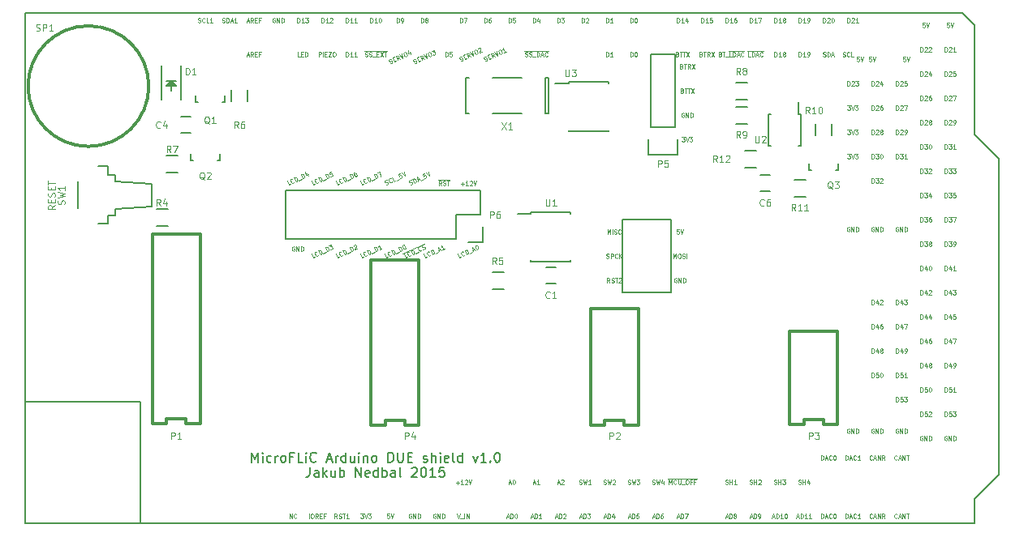
<source format=gto>
G04 #@! TF.FileFunction,Legend,Top*
%FSLAX46Y46*%
G04 Gerber Fmt 4.6, Leading zero omitted, Abs format (unit mm)*
G04 Created by KiCad (PCBNEW 4.0.0-2.201512091501+6195~38~ubuntu14.04.1-stable) date Wed 16 Dec 2015 17:55:33 GMT*
%MOMM*%
G01*
G04 APERTURE LIST*
%ADD10C,0.100000*%
%ADD11C,0.150000*%
%ADD12C,0.110000*%
%ADD13C,0.300000*%
%ADD14C,0.203200*%
%ADD15C,0.304800*%
G04 APERTURE END LIST*
D10*
D11*
X147599428Y-125661381D02*
X147599428Y-124661381D01*
X147932762Y-125375667D01*
X148266095Y-124661381D01*
X148266095Y-125661381D01*
X148742285Y-125661381D02*
X148742285Y-124994714D01*
X148742285Y-124661381D02*
X148694666Y-124709000D01*
X148742285Y-124756619D01*
X148789904Y-124709000D01*
X148742285Y-124661381D01*
X148742285Y-124756619D01*
X149647047Y-125613762D02*
X149551809Y-125661381D01*
X149361332Y-125661381D01*
X149266094Y-125613762D01*
X149218475Y-125566143D01*
X149170856Y-125470905D01*
X149170856Y-125185190D01*
X149218475Y-125089952D01*
X149266094Y-125042333D01*
X149361332Y-124994714D01*
X149551809Y-124994714D01*
X149647047Y-125042333D01*
X150075618Y-125661381D02*
X150075618Y-124994714D01*
X150075618Y-125185190D02*
X150123237Y-125089952D01*
X150170856Y-125042333D01*
X150266094Y-124994714D01*
X150361333Y-124994714D01*
X150837523Y-125661381D02*
X150742285Y-125613762D01*
X150694666Y-125566143D01*
X150647047Y-125470905D01*
X150647047Y-125185190D01*
X150694666Y-125089952D01*
X150742285Y-125042333D01*
X150837523Y-124994714D01*
X150980381Y-124994714D01*
X151075619Y-125042333D01*
X151123238Y-125089952D01*
X151170857Y-125185190D01*
X151170857Y-125470905D01*
X151123238Y-125566143D01*
X151075619Y-125613762D01*
X150980381Y-125661381D01*
X150837523Y-125661381D01*
X151932762Y-125137571D02*
X151599428Y-125137571D01*
X151599428Y-125661381D02*
X151599428Y-124661381D01*
X152075619Y-124661381D01*
X152932762Y-125661381D02*
X152456571Y-125661381D01*
X152456571Y-124661381D01*
X153266095Y-125661381D02*
X153266095Y-124994714D01*
X153266095Y-124661381D02*
X153218476Y-124709000D01*
X153266095Y-124756619D01*
X153313714Y-124709000D01*
X153266095Y-124661381D01*
X153266095Y-124756619D01*
X154313714Y-125566143D02*
X154266095Y-125613762D01*
X154123238Y-125661381D01*
X154028000Y-125661381D01*
X153885142Y-125613762D01*
X153789904Y-125518524D01*
X153742285Y-125423286D01*
X153694666Y-125232810D01*
X153694666Y-125089952D01*
X153742285Y-124899476D01*
X153789904Y-124804238D01*
X153885142Y-124709000D01*
X154028000Y-124661381D01*
X154123238Y-124661381D01*
X154266095Y-124709000D01*
X154313714Y-124756619D01*
X155456571Y-125375667D02*
X155932762Y-125375667D01*
X155361333Y-125661381D02*
X155694666Y-124661381D01*
X156028000Y-125661381D01*
X156361333Y-125661381D02*
X156361333Y-124994714D01*
X156361333Y-125185190D02*
X156408952Y-125089952D01*
X156456571Y-125042333D01*
X156551809Y-124994714D01*
X156647048Y-124994714D01*
X157408953Y-125661381D02*
X157408953Y-124661381D01*
X157408953Y-125613762D02*
X157313715Y-125661381D01*
X157123238Y-125661381D01*
X157028000Y-125613762D01*
X156980381Y-125566143D01*
X156932762Y-125470905D01*
X156932762Y-125185190D01*
X156980381Y-125089952D01*
X157028000Y-125042333D01*
X157123238Y-124994714D01*
X157313715Y-124994714D01*
X157408953Y-125042333D01*
X158313715Y-124994714D02*
X158313715Y-125661381D01*
X157885143Y-124994714D02*
X157885143Y-125518524D01*
X157932762Y-125613762D01*
X158028000Y-125661381D01*
X158170858Y-125661381D01*
X158266096Y-125613762D01*
X158313715Y-125566143D01*
X158789905Y-125661381D02*
X158789905Y-124994714D01*
X158789905Y-124661381D02*
X158742286Y-124709000D01*
X158789905Y-124756619D01*
X158837524Y-124709000D01*
X158789905Y-124661381D01*
X158789905Y-124756619D01*
X159266095Y-124994714D02*
X159266095Y-125661381D01*
X159266095Y-125089952D02*
X159313714Y-125042333D01*
X159408952Y-124994714D01*
X159551810Y-124994714D01*
X159647048Y-125042333D01*
X159694667Y-125137571D01*
X159694667Y-125661381D01*
X160313714Y-125661381D02*
X160218476Y-125613762D01*
X160170857Y-125566143D01*
X160123238Y-125470905D01*
X160123238Y-125185190D01*
X160170857Y-125089952D01*
X160218476Y-125042333D01*
X160313714Y-124994714D01*
X160456572Y-124994714D01*
X160551810Y-125042333D01*
X160599429Y-125089952D01*
X160647048Y-125185190D01*
X160647048Y-125470905D01*
X160599429Y-125566143D01*
X160551810Y-125613762D01*
X160456572Y-125661381D01*
X160313714Y-125661381D01*
X161837524Y-125661381D02*
X161837524Y-124661381D01*
X162075619Y-124661381D01*
X162218477Y-124709000D01*
X162313715Y-124804238D01*
X162361334Y-124899476D01*
X162408953Y-125089952D01*
X162408953Y-125232810D01*
X162361334Y-125423286D01*
X162313715Y-125518524D01*
X162218477Y-125613762D01*
X162075619Y-125661381D01*
X161837524Y-125661381D01*
X162837524Y-124661381D02*
X162837524Y-125470905D01*
X162885143Y-125566143D01*
X162932762Y-125613762D01*
X163028000Y-125661381D01*
X163218477Y-125661381D01*
X163313715Y-125613762D01*
X163361334Y-125566143D01*
X163408953Y-125470905D01*
X163408953Y-124661381D01*
X163885143Y-125137571D02*
X164218477Y-125137571D01*
X164361334Y-125661381D02*
X163885143Y-125661381D01*
X163885143Y-124661381D01*
X164361334Y-124661381D01*
X165504191Y-125613762D02*
X165599429Y-125661381D01*
X165789905Y-125661381D01*
X165885144Y-125613762D01*
X165932763Y-125518524D01*
X165932763Y-125470905D01*
X165885144Y-125375667D01*
X165789905Y-125328048D01*
X165647048Y-125328048D01*
X165551810Y-125280429D01*
X165504191Y-125185190D01*
X165504191Y-125137571D01*
X165551810Y-125042333D01*
X165647048Y-124994714D01*
X165789905Y-124994714D01*
X165885144Y-125042333D01*
X166361334Y-125661381D02*
X166361334Y-124661381D01*
X166789906Y-125661381D02*
X166789906Y-125137571D01*
X166742287Y-125042333D01*
X166647049Y-124994714D01*
X166504191Y-124994714D01*
X166408953Y-125042333D01*
X166361334Y-125089952D01*
X167266096Y-125661381D02*
X167266096Y-124994714D01*
X167266096Y-124661381D02*
X167218477Y-124709000D01*
X167266096Y-124756619D01*
X167313715Y-124709000D01*
X167266096Y-124661381D01*
X167266096Y-124756619D01*
X168123239Y-125613762D02*
X168028001Y-125661381D01*
X167837524Y-125661381D01*
X167742286Y-125613762D01*
X167694667Y-125518524D01*
X167694667Y-125137571D01*
X167742286Y-125042333D01*
X167837524Y-124994714D01*
X168028001Y-124994714D01*
X168123239Y-125042333D01*
X168170858Y-125137571D01*
X168170858Y-125232810D01*
X167694667Y-125328048D01*
X168742286Y-125661381D02*
X168647048Y-125613762D01*
X168599429Y-125518524D01*
X168599429Y-124661381D01*
X169551811Y-125661381D02*
X169551811Y-124661381D01*
X169551811Y-125613762D02*
X169456573Y-125661381D01*
X169266096Y-125661381D01*
X169170858Y-125613762D01*
X169123239Y-125566143D01*
X169075620Y-125470905D01*
X169075620Y-125185190D01*
X169123239Y-125089952D01*
X169170858Y-125042333D01*
X169266096Y-124994714D01*
X169456573Y-124994714D01*
X169551811Y-125042333D01*
X170694668Y-124994714D02*
X170932763Y-125661381D01*
X171170859Y-124994714D01*
X172075621Y-125661381D02*
X171504192Y-125661381D01*
X171789906Y-125661381D02*
X171789906Y-124661381D01*
X171694668Y-124804238D01*
X171599430Y-124899476D01*
X171504192Y-124947095D01*
X172504192Y-125566143D02*
X172551811Y-125613762D01*
X172504192Y-125661381D01*
X172456573Y-125613762D01*
X172504192Y-125566143D01*
X172504192Y-125661381D01*
X173170858Y-124661381D02*
X173266097Y-124661381D01*
X173361335Y-124709000D01*
X173408954Y-124756619D01*
X173456573Y-124851857D01*
X173504192Y-125042333D01*
X173504192Y-125280429D01*
X173456573Y-125470905D01*
X173408954Y-125566143D01*
X173361335Y-125613762D01*
X173266097Y-125661381D01*
X173170858Y-125661381D01*
X173075620Y-125613762D01*
X173028001Y-125566143D01*
X172980382Y-125470905D01*
X172932763Y-125280429D01*
X172932763Y-125042333D01*
X172980382Y-124851857D01*
X173028001Y-124756619D01*
X173075620Y-124709000D01*
X173170858Y-124661381D01*
X153670857Y-126211381D02*
X153670857Y-126925667D01*
X153623237Y-127068524D01*
X153527999Y-127163762D01*
X153385142Y-127211381D01*
X153289904Y-127211381D01*
X154575619Y-127211381D02*
X154575619Y-126687571D01*
X154528000Y-126592333D01*
X154432762Y-126544714D01*
X154242285Y-126544714D01*
X154147047Y-126592333D01*
X154575619Y-127163762D02*
X154480381Y-127211381D01*
X154242285Y-127211381D01*
X154147047Y-127163762D01*
X154099428Y-127068524D01*
X154099428Y-126973286D01*
X154147047Y-126878048D01*
X154242285Y-126830429D01*
X154480381Y-126830429D01*
X154575619Y-126782810D01*
X155051809Y-127211381D02*
X155051809Y-126211381D01*
X155147047Y-126830429D02*
X155432762Y-127211381D01*
X155432762Y-126544714D02*
X155051809Y-126925667D01*
X156289905Y-126544714D02*
X156289905Y-127211381D01*
X155861333Y-126544714D02*
X155861333Y-127068524D01*
X155908952Y-127163762D01*
X156004190Y-127211381D01*
X156147048Y-127211381D01*
X156242286Y-127163762D01*
X156289905Y-127116143D01*
X156766095Y-127211381D02*
X156766095Y-126211381D01*
X156766095Y-126592333D02*
X156861333Y-126544714D01*
X157051810Y-126544714D01*
X157147048Y-126592333D01*
X157194667Y-126639952D01*
X157242286Y-126735190D01*
X157242286Y-127020905D01*
X157194667Y-127116143D01*
X157147048Y-127163762D01*
X157051810Y-127211381D01*
X156861333Y-127211381D01*
X156766095Y-127163762D01*
X158432762Y-127211381D02*
X158432762Y-126211381D01*
X159004191Y-127211381D01*
X159004191Y-126211381D01*
X159861334Y-127163762D02*
X159766096Y-127211381D01*
X159575619Y-127211381D01*
X159480381Y-127163762D01*
X159432762Y-127068524D01*
X159432762Y-126687571D01*
X159480381Y-126592333D01*
X159575619Y-126544714D01*
X159766096Y-126544714D01*
X159861334Y-126592333D01*
X159908953Y-126687571D01*
X159908953Y-126782810D01*
X159432762Y-126878048D01*
X160766096Y-127211381D02*
X160766096Y-126211381D01*
X160766096Y-127163762D02*
X160670858Y-127211381D01*
X160480381Y-127211381D01*
X160385143Y-127163762D01*
X160337524Y-127116143D01*
X160289905Y-127020905D01*
X160289905Y-126735190D01*
X160337524Y-126639952D01*
X160385143Y-126592333D01*
X160480381Y-126544714D01*
X160670858Y-126544714D01*
X160766096Y-126592333D01*
X161242286Y-127211381D02*
X161242286Y-126211381D01*
X161242286Y-126592333D02*
X161337524Y-126544714D01*
X161528001Y-126544714D01*
X161623239Y-126592333D01*
X161670858Y-126639952D01*
X161718477Y-126735190D01*
X161718477Y-127020905D01*
X161670858Y-127116143D01*
X161623239Y-127163762D01*
X161528001Y-127211381D01*
X161337524Y-127211381D01*
X161242286Y-127163762D01*
X162575620Y-127211381D02*
X162575620Y-126687571D01*
X162528001Y-126592333D01*
X162432763Y-126544714D01*
X162242286Y-126544714D01*
X162147048Y-126592333D01*
X162575620Y-127163762D02*
X162480382Y-127211381D01*
X162242286Y-127211381D01*
X162147048Y-127163762D01*
X162099429Y-127068524D01*
X162099429Y-126973286D01*
X162147048Y-126878048D01*
X162242286Y-126830429D01*
X162480382Y-126830429D01*
X162575620Y-126782810D01*
X163194667Y-127211381D02*
X163099429Y-127163762D01*
X163051810Y-127068524D01*
X163051810Y-126211381D01*
X164289906Y-126306619D02*
X164337525Y-126259000D01*
X164432763Y-126211381D01*
X164670859Y-126211381D01*
X164766097Y-126259000D01*
X164813716Y-126306619D01*
X164861335Y-126401857D01*
X164861335Y-126497095D01*
X164813716Y-126639952D01*
X164242287Y-127211381D01*
X164861335Y-127211381D01*
X165480382Y-126211381D02*
X165575621Y-126211381D01*
X165670859Y-126259000D01*
X165718478Y-126306619D01*
X165766097Y-126401857D01*
X165813716Y-126592333D01*
X165813716Y-126830429D01*
X165766097Y-127020905D01*
X165718478Y-127116143D01*
X165670859Y-127163762D01*
X165575621Y-127211381D01*
X165480382Y-127211381D01*
X165385144Y-127163762D01*
X165337525Y-127116143D01*
X165289906Y-127020905D01*
X165242287Y-126830429D01*
X165242287Y-126592333D01*
X165289906Y-126401857D01*
X165337525Y-126306619D01*
X165385144Y-126259000D01*
X165480382Y-126211381D01*
X166766097Y-127211381D02*
X166194668Y-127211381D01*
X166480382Y-127211381D02*
X166480382Y-126211381D01*
X166385144Y-126354238D01*
X166289906Y-126449476D01*
X166194668Y-126497095D01*
X167670859Y-126211381D02*
X167194668Y-126211381D01*
X167147049Y-126687571D01*
X167194668Y-126639952D01*
X167289906Y-126592333D01*
X167528002Y-126592333D01*
X167623240Y-126639952D01*
X167670859Y-126687571D01*
X167718478Y-126782810D01*
X167718478Y-127020905D01*
X167670859Y-127116143D01*
X167623240Y-127163762D01*
X167528002Y-127211381D01*
X167289906Y-127211381D01*
X167194668Y-127163762D01*
X167147049Y-127116143D01*
D10*
X152618715Y-83261571D02*
X152404429Y-83261571D01*
X152404429Y-82811571D01*
X152768715Y-83025857D02*
X152918715Y-83025857D01*
X152983001Y-83261571D02*
X152768715Y-83261571D01*
X152768715Y-82811571D01*
X152983001Y-82811571D01*
X153175858Y-83261571D02*
X153175858Y-82811571D01*
X153283001Y-82811571D01*
X153347286Y-82833000D01*
X153390144Y-82875857D01*
X153411572Y-82918714D01*
X153433001Y-83004429D01*
X153433001Y-83068714D01*
X153411572Y-83154429D01*
X153390144Y-83197286D01*
X153347286Y-83240143D01*
X153283001Y-83261571D01*
X153175858Y-83261571D01*
X154569429Y-83261571D02*
X154569429Y-82811571D01*
X154740857Y-82811571D01*
X154783715Y-82833000D01*
X154805143Y-82854429D01*
X154826572Y-82897286D01*
X154826572Y-82961571D01*
X154805143Y-83004429D01*
X154783715Y-83025857D01*
X154740857Y-83047286D01*
X154569429Y-83047286D01*
X155019429Y-83261571D02*
X155019429Y-82811571D01*
X155233715Y-83025857D02*
X155383715Y-83025857D01*
X155448001Y-83261571D02*
X155233715Y-83261571D01*
X155233715Y-82811571D01*
X155448001Y-82811571D01*
X155598001Y-82811571D02*
X155898001Y-82811571D01*
X155598001Y-83261571D01*
X155898001Y-83261571D01*
X156155143Y-82811571D02*
X156240857Y-82811571D01*
X156283715Y-82833000D01*
X156326572Y-82875857D01*
X156348000Y-82961571D01*
X156348000Y-83111571D01*
X156326572Y-83197286D01*
X156283715Y-83240143D01*
X156240857Y-83261571D01*
X156155143Y-83261571D01*
X156112286Y-83240143D01*
X156069429Y-83197286D01*
X156048000Y-83111571D01*
X156048000Y-82961571D01*
X156069429Y-82875857D01*
X156112286Y-82833000D01*
X156155143Y-82811571D01*
X159424429Y-83240143D02*
X159488715Y-83261571D01*
X159595858Y-83261571D01*
X159638715Y-83240143D01*
X159660144Y-83218714D01*
X159681572Y-83175857D01*
X159681572Y-83133000D01*
X159660144Y-83090143D01*
X159638715Y-83068714D01*
X159595858Y-83047286D01*
X159510144Y-83025857D01*
X159467286Y-83004429D01*
X159445858Y-82983000D01*
X159424429Y-82940143D01*
X159424429Y-82897286D01*
X159445858Y-82854429D01*
X159467286Y-82833000D01*
X159510144Y-82811571D01*
X159617286Y-82811571D01*
X159681572Y-82833000D01*
X159853000Y-83240143D02*
X159917286Y-83261571D01*
X160024429Y-83261571D01*
X160067286Y-83240143D01*
X160088715Y-83218714D01*
X160110143Y-83175857D01*
X160110143Y-83133000D01*
X160088715Y-83090143D01*
X160067286Y-83068714D01*
X160024429Y-83047286D01*
X159938715Y-83025857D01*
X159895857Y-83004429D01*
X159874429Y-82983000D01*
X159853000Y-82940143D01*
X159853000Y-82897286D01*
X159874429Y-82854429D01*
X159895857Y-82833000D01*
X159938715Y-82811571D01*
X160045857Y-82811571D01*
X160110143Y-82833000D01*
X160195857Y-83304429D02*
X160538714Y-83304429D01*
X160645857Y-83025857D02*
X160795857Y-83025857D01*
X160860143Y-83261571D02*
X160645857Y-83261571D01*
X160645857Y-82811571D01*
X160860143Y-82811571D01*
X161010143Y-82811571D02*
X161310143Y-83261571D01*
X161310143Y-82811571D02*
X161010143Y-83261571D01*
X161417285Y-82811571D02*
X161674428Y-82811571D01*
X161545857Y-83261571D02*
X161545857Y-82811571D01*
X159338715Y-82734000D02*
X161717285Y-82734000D01*
X162057408Y-83984220D02*
X162124726Y-83976471D01*
X162221831Y-83931191D01*
X162251617Y-83893658D01*
X162261982Y-83865181D01*
X162263290Y-83817283D01*
X162245178Y-83778442D01*
X162207645Y-83748656D01*
X162179168Y-83738291D01*
X162131270Y-83736983D01*
X162044531Y-83753786D01*
X161996632Y-83752478D01*
X161968156Y-83742113D01*
X161930622Y-83712327D01*
X161912510Y-83673486D01*
X161913819Y-83625588D01*
X161924183Y-83597111D01*
X161953969Y-83559577D01*
X162051073Y-83514297D01*
X162118392Y-83506549D01*
X162374685Y-83599832D02*
X162510631Y-83536440D01*
X162668511Y-83722901D02*
X162474302Y-83813462D01*
X162284124Y-83405623D01*
X162478333Y-83315062D01*
X163076350Y-83532722D02*
X162849843Y-83401907D01*
X162843299Y-83641396D02*
X162653121Y-83233557D01*
X162808487Y-83161109D01*
X162856386Y-83162417D01*
X162884863Y-83172783D01*
X162922396Y-83202568D01*
X162949564Y-83260830D01*
X162948255Y-83308729D01*
X162937891Y-83337205D01*
X162908105Y-83374739D01*
X162752738Y-83447187D01*
X163002696Y-83070547D02*
X163328821Y-83414993D01*
X163274589Y-82943762D01*
X163488218Y-82844145D02*
X163565901Y-82807921D01*
X163613800Y-82809229D01*
X163670754Y-82829959D01*
X163726399Y-82898586D01*
X163789791Y-83034532D01*
X163806596Y-83121272D01*
X163785866Y-83178226D01*
X163756079Y-83215759D01*
X163678396Y-83251983D01*
X163630499Y-83250675D01*
X163573545Y-83229946D01*
X163517899Y-83161318D01*
X163454506Y-83025372D01*
X163437703Y-82938632D01*
X163458433Y-82881678D01*
X163488218Y-82844145D01*
X164075975Y-82735576D02*
X164202761Y-83007468D01*
X163906422Y-82625490D02*
X163945159Y-82962083D01*
X164197631Y-82844354D01*
X164597408Y-83984220D02*
X164664726Y-83976471D01*
X164761831Y-83931191D01*
X164791617Y-83893658D01*
X164801982Y-83865181D01*
X164803290Y-83817283D01*
X164785178Y-83778442D01*
X164747645Y-83748656D01*
X164719168Y-83738291D01*
X164671270Y-83736983D01*
X164584531Y-83753786D01*
X164536632Y-83752478D01*
X164508156Y-83742113D01*
X164470622Y-83712327D01*
X164452510Y-83673486D01*
X164453819Y-83625588D01*
X164464183Y-83597111D01*
X164493969Y-83559577D01*
X164591073Y-83514297D01*
X164658392Y-83506549D01*
X164914685Y-83599832D02*
X165050631Y-83536440D01*
X165208511Y-83722901D02*
X165014302Y-83813462D01*
X164824124Y-83405623D01*
X165018333Y-83315062D01*
X165616350Y-83532722D02*
X165389843Y-83401907D01*
X165383299Y-83641396D02*
X165193121Y-83233557D01*
X165348487Y-83161109D01*
X165396386Y-83162417D01*
X165424863Y-83172783D01*
X165462396Y-83202568D01*
X165489564Y-83260830D01*
X165488255Y-83308729D01*
X165477891Y-83337205D01*
X165448105Y-83374739D01*
X165292738Y-83447187D01*
X165542696Y-83070547D02*
X165868821Y-83414993D01*
X165814589Y-82943762D01*
X166028218Y-82844145D02*
X166105901Y-82807921D01*
X166153800Y-82809229D01*
X166210754Y-82829959D01*
X166266399Y-82898586D01*
X166329791Y-83034532D01*
X166346596Y-83121272D01*
X166325866Y-83178226D01*
X166296079Y-83215759D01*
X166218396Y-83251983D01*
X166170499Y-83250675D01*
X166113545Y-83229946D01*
X166057899Y-83161318D01*
X165994506Y-83025372D01*
X165977703Y-82938632D01*
X165998433Y-82881678D01*
X166028218Y-82844145D01*
X166338953Y-82699247D02*
X166591424Y-82581518D01*
X166527927Y-82800278D01*
X166586190Y-82773109D01*
X166634088Y-82774418D01*
X166662565Y-82784782D01*
X166700097Y-82814568D01*
X166745378Y-82911673D01*
X166744070Y-82959570D01*
X166733705Y-82988048D01*
X166703919Y-83025580D01*
X166587393Y-83079917D01*
X166539496Y-83078609D01*
X166511019Y-83068244D01*
X169423408Y-83730220D02*
X169490726Y-83722471D01*
X169587831Y-83677191D01*
X169617617Y-83639658D01*
X169627982Y-83611181D01*
X169629290Y-83563283D01*
X169611178Y-83524442D01*
X169573645Y-83494656D01*
X169545168Y-83484291D01*
X169497270Y-83482983D01*
X169410531Y-83499786D01*
X169362632Y-83498478D01*
X169334156Y-83488113D01*
X169296622Y-83458327D01*
X169278510Y-83419486D01*
X169279819Y-83371588D01*
X169290183Y-83343111D01*
X169319969Y-83305577D01*
X169417073Y-83260297D01*
X169484392Y-83252549D01*
X169740685Y-83345832D02*
X169876631Y-83282440D01*
X170034511Y-83468901D02*
X169840302Y-83559462D01*
X169650124Y-83151623D01*
X169844333Y-83061062D01*
X170442350Y-83278722D02*
X170215843Y-83147907D01*
X170209299Y-83387396D02*
X170019121Y-82979557D01*
X170174487Y-82907109D01*
X170222386Y-82908417D01*
X170250863Y-82918783D01*
X170288396Y-82948568D01*
X170315564Y-83006830D01*
X170314255Y-83054729D01*
X170303891Y-83083205D01*
X170274105Y-83120739D01*
X170118738Y-83193187D01*
X170368696Y-82816547D02*
X170694821Y-83160993D01*
X170640589Y-82689762D01*
X170854218Y-82590145D02*
X170931901Y-82553921D01*
X170979800Y-82555229D01*
X171036754Y-82575959D01*
X171092399Y-82644586D01*
X171155791Y-82780532D01*
X171172596Y-82867272D01*
X171151866Y-82924226D01*
X171122079Y-82961759D01*
X171044396Y-82997983D01*
X170996499Y-82996675D01*
X170939545Y-82975946D01*
X170883899Y-82907318D01*
X170820506Y-82771372D01*
X170803703Y-82684632D01*
X170824433Y-82627678D01*
X170854218Y-82590145D01*
X171202486Y-82475033D02*
X171212851Y-82446556D01*
X171242636Y-82409022D01*
X171339741Y-82363742D01*
X171387639Y-82365051D01*
X171416116Y-82375416D01*
X171453649Y-82405202D01*
X171471761Y-82444043D01*
X171479509Y-82511362D01*
X171355131Y-82853085D01*
X171607602Y-82735356D01*
X171963408Y-83730220D02*
X172030726Y-83722471D01*
X172127831Y-83677191D01*
X172157617Y-83639658D01*
X172167982Y-83611181D01*
X172169290Y-83563283D01*
X172151178Y-83524442D01*
X172113645Y-83494656D01*
X172085168Y-83484291D01*
X172037270Y-83482983D01*
X171950531Y-83499786D01*
X171902632Y-83498478D01*
X171874156Y-83488113D01*
X171836622Y-83458327D01*
X171818510Y-83419486D01*
X171819819Y-83371588D01*
X171830183Y-83343111D01*
X171859969Y-83305577D01*
X171957073Y-83260297D01*
X172024392Y-83252549D01*
X172280685Y-83345832D02*
X172416631Y-83282440D01*
X172574511Y-83468901D02*
X172380302Y-83559462D01*
X172190124Y-83151623D01*
X172384333Y-83061062D01*
X172982350Y-83278722D02*
X172755843Y-83147907D01*
X172749299Y-83387396D02*
X172559121Y-82979557D01*
X172714487Y-82907109D01*
X172762386Y-82908417D01*
X172790863Y-82918783D01*
X172828396Y-82948568D01*
X172855564Y-83006830D01*
X172854255Y-83054729D01*
X172843891Y-83083205D01*
X172814105Y-83120739D01*
X172658738Y-83193187D01*
X172908696Y-82816547D02*
X173234821Y-83160993D01*
X173180589Y-82689762D01*
X173394218Y-82590145D02*
X173471901Y-82553921D01*
X173519800Y-82555229D01*
X173576754Y-82575959D01*
X173632399Y-82644586D01*
X173695791Y-82780532D01*
X173712596Y-82867272D01*
X173691866Y-82924226D01*
X173662079Y-82961759D01*
X173584396Y-82997983D01*
X173536499Y-82996675D01*
X173479545Y-82975946D01*
X173423899Y-82907318D01*
X173360506Y-82771372D01*
X173343703Y-82684632D01*
X173364433Y-82627678D01*
X173394218Y-82590145D01*
X174147602Y-82735356D02*
X173914551Y-82844029D01*
X174031077Y-82789693D02*
X173840899Y-82381854D01*
X173829226Y-82458229D01*
X173808495Y-82515183D01*
X173778710Y-82552717D01*
X176134858Y-83240143D02*
X176199144Y-83261571D01*
X176306287Y-83261571D01*
X176349144Y-83240143D01*
X176370573Y-83218714D01*
X176392001Y-83175857D01*
X176392001Y-83133000D01*
X176370573Y-83090143D01*
X176349144Y-83068714D01*
X176306287Y-83047286D01*
X176220573Y-83025857D01*
X176177715Y-83004429D01*
X176156287Y-82983000D01*
X176134858Y-82940143D01*
X176134858Y-82897286D01*
X176156287Y-82854429D01*
X176177715Y-82833000D01*
X176220573Y-82811571D01*
X176327715Y-82811571D01*
X176392001Y-82833000D01*
X176563429Y-83240143D02*
X176627715Y-83261571D01*
X176734858Y-83261571D01*
X176777715Y-83240143D01*
X176799144Y-83218714D01*
X176820572Y-83175857D01*
X176820572Y-83133000D01*
X176799144Y-83090143D01*
X176777715Y-83068714D01*
X176734858Y-83047286D01*
X176649144Y-83025857D01*
X176606286Y-83004429D01*
X176584858Y-82983000D01*
X176563429Y-82940143D01*
X176563429Y-82897286D01*
X176584858Y-82854429D01*
X176606286Y-82833000D01*
X176649144Y-82811571D01*
X176756286Y-82811571D01*
X176820572Y-82833000D01*
X176906286Y-83304429D02*
X177249143Y-83304429D01*
X177356286Y-83261571D02*
X177356286Y-82811571D01*
X177463429Y-82811571D01*
X177527714Y-82833000D01*
X177570572Y-82875857D01*
X177592000Y-82918714D01*
X177613429Y-83004429D01*
X177613429Y-83068714D01*
X177592000Y-83154429D01*
X177570572Y-83197286D01*
X177527714Y-83240143D01*
X177463429Y-83261571D01*
X177356286Y-83261571D01*
X177784857Y-83133000D02*
X177999143Y-83133000D01*
X177742000Y-83261571D02*
X177892000Y-82811571D01*
X178042000Y-83261571D01*
X178449143Y-83218714D02*
X178427714Y-83240143D01*
X178363428Y-83261571D01*
X178320571Y-83261571D01*
X178256286Y-83240143D01*
X178213428Y-83197286D01*
X178192000Y-83154429D01*
X178170571Y-83068714D01*
X178170571Y-83004429D01*
X178192000Y-82918714D01*
X178213428Y-82875857D01*
X178256286Y-82833000D01*
X178320571Y-82811571D01*
X178363428Y-82811571D01*
X178427714Y-82833000D01*
X178449143Y-82854429D01*
X176049144Y-82734000D02*
X178534857Y-82734000D01*
X209268286Y-83240143D02*
X209332572Y-83261571D01*
X209439715Y-83261571D01*
X209482572Y-83240143D01*
X209504001Y-83218714D01*
X209525429Y-83175857D01*
X209525429Y-83133000D01*
X209504001Y-83090143D01*
X209482572Y-83068714D01*
X209439715Y-83047286D01*
X209354001Y-83025857D01*
X209311143Y-83004429D01*
X209289715Y-82983000D01*
X209268286Y-82940143D01*
X209268286Y-82897286D01*
X209289715Y-82854429D01*
X209311143Y-82833000D01*
X209354001Y-82811571D01*
X209461143Y-82811571D01*
X209525429Y-82833000D01*
X209975429Y-83218714D02*
X209954000Y-83240143D01*
X209889714Y-83261571D01*
X209846857Y-83261571D01*
X209782572Y-83240143D01*
X209739714Y-83197286D01*
X209718286Y-83154429D01*
X209696857Y-83068714D01*
X209696857Y-83004429D01*
X209718286Y-82918714D01*
X209739714Y-82875857D01*
X209782572Y-82833000D01*
X209846857Y-82811571D01*
X209889714Y-82811571D01*
X209954000Y-82833000D01*
X209975429Y-82854429D01*
X210382572Y-83261571D02*
X210168286Y-83261571D01*
X210168286Y-82811571D01*
X207225572Y-83240143D02*
X207289858Y-83261571D01*
X207397001Y-83261571D01*
X207439858Y-83240143D01*
X207461287Y-83218714D01*
X207482715Y-83175857D01*
X207482715Y-83133000D01*
X207461287Y-83090143D01*
X207439858Y-83068714D01*
X207397001Y-83047286D01*
X207311287Y-83025857D01*
X207268429Y-83004429D01*
X207247001Y-82983000D01*
X207225572Y-82940143D01*
X207225572Y-82897286D01*
X207247001Y-82854429D01*
X207268429Y-82833000D01*
X207311287Y-82811571D01*
X207418429Y-82811571D01*
X207482715Y-82833000D01*
X207675572Y-83261571D02*
X207675572Y-82811571D01*
X207782715Y-82811571D01*
X207847000Y-82833000D01*
X207889858Y-82875857D01*
X207911286Y-82918714D01*
X207932715Y-83004429D01*
X207932715Y-83068714D01*
X207911286Y-83154429D01*
X207889858Y-83197286D01*
X207847000Y-83240143D01*
X207782715Y-83261571D01*
X207675572Y-83261571D01*
X208104143Y-83133000D02*
X208318429Y-83133000D01*
X208061286Y-83261571D02*
X208211286Y-82811571D01*
X208361286Y-83261571D01*
X202145572Y-83261571D02*
X202145572Y-82811571D01*
X202252715Y-82811571D01*
X202317000Y-82833000D01*
X202359858Y-82875857D01*
X202381286Y-82918714D01*
X202402715Y-83004429D01*
X202402715Y-83068714D01*
X202381286Y-83154429D01*
X202359858Y-83197286D01*
X202317000Y-83240143D01*
X202252715Y-83261571D01*
X202145572Y-83261571D01*
X202831286Y-83261571D02*
X202574143Y-83261571D01*
X202702715Y-83261571D02*
X202702715Y-82811571D01*
X202659858Y-82875857D01*
X202617000Y-82918714D01*
X202574143Y-82940143D01*
X203088429Y-83004429D02*
X203045571Y-82983000D01*
X203024143Y-82961571D01*
X203002714Y-82918714D01*
X203002714Y-82897286D01*
X203024143Y-82854429D01*
X203045571Y-82833000D01*
X203088429Y-82811571D01*
X203174143Y-82811571D01*
X203217000Y-82833000D01*
X203238429Y-82854429D01*
X203259857Y-82897286D01*
X203259857Y-82918714D01*
X203238429Y-82961571D01*
X203217000Y-82983000D01*
X203174143Y-83004429D01*
X203088429Y-83004429D01*
X203045571Y-83025857D01*
X203024143Y-83047286D01*
X203002714Y-83090143D01*
X203002714Y-83175857D01*
X203024143Y-83218714D01*
X203045571Y-83240143D01*
X203088429Y-83261571D01*
X203174143Y-83261571D01*
X203217000Y-83240143D01*
X203238429Y-83218714D01*
X203259857Y-83175857D01*
X203259857Y-83090143D01*
X203238429Y-83047286D01*
X203217000Y-83025857D01*
X203174143Y-83004429D01*
X199648429Y-83261571D02*
X199434143Y-83261571D01*
X199434143Y-82811571D01*
X199798429Y-83261571D02*
X199798429Y-82811571D01*
X199905572Y-82811571D01*
X199969857Y-82833000D01*
X200012715Y-82875857D01*
X200034143Y-82918714D01*
X200055572Y-83004429D01*
X200055572Y-83068714D01*
X200034143Y-83154429D01*
X200012715Y-83197286D01*
X199969857Y-83240143D01*
X199905572Y-83261571D01*
X199798429Y-83261571D01*
X200227000Y-83133000D02*
X200441286Y-83133000D01*
X200184143Y-83261571D02*
X200334143Y-82811571D01*
X200484143Y-83261571D01*
X200891286Y-83218714D02*
X200869857Y-83240143D01*
X200805571Y-83261571D01*
X200762714Y-83261571D01*
X200698429Y-83240143D01*
X200655571Y-83197286D01*
X200634143Y-83154429D01*
X200612714Y-83068714D01*
X200612714Y-83004429D01*
X200634143Y-82918714D01*
X200655571Y-82875857D01*
X200698429Y-82833000D01*
X200762714Y-82811571D01*
X200805571Y-82811571D01*
X200869857Y-82833000D01*
X200891286Y-82854429D01*
X199327000Y-82734000D02*
X200977000Y-82734000D01*
X196476286Y-83025857D02*
X196540572Y-83047286D01*
X196562000Y-83068714D01*
X196583429Y-83111571D01*
X196583429Y-83175857D01*
X196562000Y-83218714D01*
X196540572Y-83240143D01*
X196497714Y-83261571D01*
X196326286Y-83261571D01*
X196326286Y-82811571D01*
X196476286Y-82811571D01*
X196519143Y-82833000D01*
X196540572Y-82854429D01*
X196562000Y-82897286D01*
X196562000Y-82940143D01*
X196540572Y-82983000D01*
X196519143Y-83004429D01*
X196476286Y-83025857D01*
X196326286Y-83025857D01*
X196712000Y-82811571D02*
X196969143Y-82811571D01*
X196840572Y-83261571D02*
X196840572Y-82811571D01*
X197012000Y-83304429D02*
X197354857Y-83304429D01*
X197676286Y-83261571D02*
X197462000Y-83261571D01*
X197462000Y-82811571D01*
X197826286Y-83261571D02*
X197826286Y-82811571D01*
X197933429Y-82811571D01*
X197997714Y-82833000D01*
X198040572Y-82875857D01*
X198062000Y-82918714D01*
X198083429Y-83004429D01*
X198083429Y-83068714D01*
X198062000Y-83154429D01*
X198040572Y-83197286D01*
X197997714Y-83240143D01*
X197933429Y-83261571D01*
X197826286Y-83261571D01*
X198254857Y-83133000D02*
X198469143Y-83133000D01*
X198212000Y-83261571D02*
X198362000Y-82811571D01*
X198512000Y-83261571D01*
X198919143Y-83218714D02*
X198897714Y-83240143D01*
X198833428Y-83261571D01*
X198790571Y-83261571D01*
X198726286Y-83240143D01*
X198683428Y-83197286D01*
X198662000Y-83154429D01*
X198640571Y-83068714D01*
X198640571Y-83004429D01*
X198662000Y-82918714D01*
X198683428Y-82875857D01*
X198726286Y-82833000D01*
X198790571Y-82811571D01*
X198833428Y-82811571D01*
X198897714Y-82833000D01*
X198919143Y-82854429D01*
X197354857Y-82734000D02*
X199004857Y-82734000D01*
X192007001Y-83025857D02*
X192071287Y-83047286D01*
X192092715Y-83068714D01*
X192114144Y-83111571D01*
X192114144Y-83175857D01*
X192092715Y-83218714D01*
X192071287Y-83240143D01*
X192028429Y-83261571D01*
X191857001Y-83261571D01*
X191857001Y-82811571D01*
X192007001Y-82811571D01*
X192049858Y-82833000D01*
X192071287Y-82854429D01*
X192092715Y-82897286D01*
X192092715Y-82940143D01*
X192071287Y-82983000D01*
X192049858Y-83004429D01*
X192007001Y-83025857D01*
X191857001Y-83025857D01*
X192242715Y-82811571D02*
X192499858Y-82811571D01*
X192371287Y-83261571D02*
X192371287Y-82811571D01*
X192585572Y-82811571D02*
X192842715Y-82811571D01*
X192714144Y-83261571D02*
X192714144Y-82811571D01*
X192949858Y-82811571D02*
X193249858Y-83261571D01*
X193249858Y-82811571D02*
X192949858Y-83261571D01*
X194493429Y-83025857D02*
X194557715Y-83047286D01*
X194579143Y-83068714D01*
X194600572Y-83111571D01*
X194600572Y-83175857D01*
X194579143Y-83218714D01*
X194557715Y-83240143D01*
X194514857Y-83261571D01*
X194343429Y-83261571D01*
X194343429Y-82811571D01*
X194493429Y-82811571D01*
X194536286Y-82833000D01*
X194557715Y-82854429D01*
X194579143Y-82897286D01*
X194579143Y-82940143D01*
X194557715Y-82983000D01*
X194536286Y-83004429D01*
X194493429Y-83025857D01*
X194343429Y-83025857D01*
X194729143Y-82811571D02*
X194986286Y-82811571D01*
X194857715Y-83261571D02*
X194857715Y-82811571D01*
X195393429Y-83261571D02*
X195243429Y-83047286D01*
X195136286Y-83261571D02*
X195136286Y-82811571D01*
X195307714Y-82811571D01*
X195350572Y-82833000D01*
X195372000Y-82854429D01*
X195393429Y-82897286D01*
X195393429Y-82961571D01*
X195372000Y-83004429D01*
X195350572Y-83025857D01*
X195307714Y-83047286D01*
X195136286Y-83047286D01*
X195543429Y-82811571D02*
X195843429Y-83261571D01*
X195843429Y-82811571D02*
X195543429Y-83261571D01*
X192461429Y-84295857D02*
X192525715Y-84317286D01*
X192547143Y-84338714D01*
X192568572Y-84381571D01*
X192568572Y-84445857D01*
X192547143Y-84488714D01*
X192525715Y-84510143D01*
X192482857Y-84531571D01*
X192311429Y-84531571D01*
X192311429Y-84081571D01*
X192461429Y-84081571D01*
X192504286Y-84103000D01*
X192525715Y-84124429D01*
X192547143Y-84167286D01*
X192547143Y-84210143D01*
X192525715Y-84253000D01*
X192504286Y-84274429D01*
X192461429Y-84295857D01*
X192311429Y-84295857D01*
X192697143Y-84081571D02*
X192954286Y-84081571D01*
X192825715Y-84531571D02*
X192825715Y-84081571D01*
X193361429Y-84531571D02*
X193211429Y-84317286D01*
X193104286Y-84531571D02*
X193104286Y-84081571D01*
X193275714Y-84081571D01*
X193318572Y-84103000D01*
X193340000Y-84124429D01*
X193361429Y-84167286D01*
X193361429Y-84231571D01*
X193340000Y-84274429D01*
X193318572Y-84295857D01*
X193275714Y-84317286D01*
X193104286Y-84317286D01*
X193511429Y-84081571D02*
X193811429Y-84531571D01*
X193811429Y-84081571D02*
X193511429Y-84531571D01*
X192515001Y-86835857D02*
X192579287Y-86857286D01*
X192600715Y-86878714D01*
X192622144Y-86921571D01*
X192622144Y-86985857D01*
X192600715Y-87028714D01*
X192579287Y-87050143D01*
X192536429Y-87071571D01*
X192365001Y-87071571D01*
X192365001Y-86621571D01*
X192515001Y-86621571D01*
X192557858Y-86643000D01*
X192579287Y-86664429D01*
X192600715Y-86707286D01*
X192600715Y-86750143D01*
X192579287Y-86793000D01*
X192557858Y-86814429D01*
X192515001Y-86835857D01*
X192365001Y-86835857D01*
X192750715Y-86621571D02*
X193007858Y-86621571D01*
X192879287Y-87071571D02*
X192879287Y-86621571D01*
X193093572Y-86621571D02*
X193350715Y-86621571D01*
X193222144Y-87071571D02*
X193222144Y-86621571D01*
X193457858Y-86621571D02*
X193757858Y-87071571D01*
X193757858Y-86621571D02*
X193457858Y-87071571D01*
X192697143Y-89183000D02*
X192654286Y-89161571D01*
X192590000Y-89161571D01*
X192525715Y-89183000D01*
X192482857Y-89225857D01*
X192461429Y-89268714D01*
X192440000Y-89354429D01*
X192440000Y-89418714D01*
X192461429Y-89504429D01*
X192482857Y-89547286D01*
X192525715Y-89590143D01*
X192590000Y-89611571D01*
X192632857Y-89611571D01*
X192697143Y-89590143D01*
X192718572Y-89568714D01*
X192718572Y-89418714D01*
X192632857Y-89418714D01*
X192911429Y-89611571D02*
X192911429Y-89161571D01*
X193168572Y-89611571D01*
X193168572Y-89161571D01*
X193382858Y-89611571D02*
X193382858Y-89161571D01*
X193490001Y-89161571D01*
X193554286Y-89183000D01*
X193597144Y-89225857D01*
X193618572Y-89268714D01*
X193640001Y-89354429D01*
X193640001Y-89418714D01*
X193618572Y-89504429D01*
X193597144Y-89547286D01*
X193554286Y-89590143D01*
X193490001Y-89611571D01*
X193382858Y-89611571D01*
X192482858Y-91701571D02*
X192761429Y-91701571D01*
X192611429Y-91873000D01*
X192675715Y-91873000D01*
X192718572Y-91894429D01*
X192740001Y-91915857D01*
X192761429Y-91958714D01*
X192761429Y-92065857D01*
X192740001Y-92108714D01*
X192718572Y-92130143D01*
X192675715Y-92151571D01*
X192547143Y-92151571D01*
X192504286Y-92130143D01*
X192482858Y-92108714D01*
X192890000Y-91701571D02*
X193040000Y-92151571D01*
X193190000Y-91701571D01*
X193297143Y-91701571D02*
X193575714Y-91701571D01*
X193425714Y-91873000D01*
X193490000Y-91873000D01*
X193532857Y-91894429D01*
X193554286Y-91915857D01*
X193575714Y-91958714D01*
X193575714Y-92065857D01*
X193554286Y-92108714D01*
X193532857Y-92130143D01*
X193490000Y-92151571D01*
X193361428Y-92151571D01*
X193318571Y-92130143D01*
X193297143Y-92108714D01*
X184712857Y-101803571D02*
X184712857Y-101353571D01*
X184862857Y-101675000D01*
X185012857Y-101353571D01*
X185012857Y-101803571D01*
X185227143Y-101803571D02*
X185227143Y-101353571D01*
X185420000Y-101782143D02*
X185484286Y-101803571D01*
X185591429Y-101803571D01*
X185634286Y-101782143D01*
X185655715Y-101760714D01*
X185677143Y-101717857D01*
X185677143Y-101675000D01*
X185655715Y-101632143D01*
X185634286Y-101610714D01*
X185591429Y-101589286D01*
X185505715Y-101567857D01*
X185462857Y-101546429D01*
X185441429Y-101525000D01*
X185420000Y-101482143D01*
X185420000Y-101439286D01*
X185441429Y-101396429D01*
X185462857Y-101375000D01*
X185505715Y-101353571D01*
X185612857Y-101353571D01*
X185677143Y-101375000D01*
X185955714Y-101353571D02*
X186041428Y-101353571D01*
X186084286Y-101375000D01*
X186127143Y-101417857D01*
X186148571Y-101503571D01*
X186148571Y-101653571D01*
X186127143Y-101739286D01*
X186084286Y-101782143D01*
X186041428Y-101803571D01*
X185955714Y-101803571D01*
X185912857Y-101782143D01*
X185870000Y-101739286D01*
X185848571Y-101653571D01*
X185848571Y-101503571D01*
X185870000Y-101417857D01*
X185912857Y-101375000D01*
X185955714Y-101353571D01*
X184616429Y-104322143D02*
X184680715Y-104343571D01*
X184787858Y-104343571D01*
X184830715Y-104322143D01*
X184852144Y-104300714D01*
X184873572Y-104257857D01*
X184873572Y-104215000D01*
X184852144Y-104172143D01*
X184830715Y-104150714D01*
X184787858Y-104129286D01*
X184702144Y-104107857D01*
X184659286Y-104086429D01*
X184637858Y-104065000D01*
X184616429Y-104022143D01*
X184616429Y-103979286D01*
X184637858Y-103936429D01*
X184659286Y-103915000D01*
X184702144Y-103893571D01*
X184809286Y-103893571D01*
X184873572Y-103915000D01*
X185066429Y-104343571D02*
X185066429Y-103893571D01*
X185237857Y-103893571D01*
X185280715Y-103915000D01*
X185302143Y-103936429D01*
X185323572Y-103979286D01*
X185323572Y-104043571D01*
X185302143Y-104086429D01*
X185280715Y-104107857D01*
X185237857Y-104129286D01*
X185066429Y-104129286D01*
X185773572Y-104300714D02*
X185752143Y-104322143D01*
X185687857Y-104343571D01*
X185645000Y-104343571D01*
X185580715Y-104322143D01*
X185537857Y-104279286D01*
X185516429Y-104236429D01*
X185495000Y-104150714D01*
X185495000Y-104086429D01*
X185516429Y-104000714D01*
X185537857Y-103957857D01*
X185580715Y-103915000D01*
X185645000Y-103893571D01*
X185687857Y-103893571D01*
X185752143Y-103915000D01*
X185773572Y-103936429D01*
X185966429Y-104343571D02*
X185966429Y-103893571D01*
X186223572Y-104343571D02*
X186030715Y-104086429D01*
X186223572Y-103893571D02*
X185966429Y-104150714D01*
X184959287Y-106883571D02*
X184809287Y-106669286D01*
X184702144Y-106883571D02*
X184702144Y-106433571D01*
X184873572Y-106433571D01*
X184916430Y-106455000D01*
X184937858Y-106476429D01*
X184959287Y-106519286D01*
X184959287Y-106583571D01*
X184937858Y-106626429D01*
X184916430Y-106647857D01*
X184873572Y-106669286D01*
X184702144Y-106669286D01*
X185130715Y-106862143D02*
X185195001Y-106883571D01*
X185302144Y-106883571D01*
X185345001Y-106862143D01*
X185366430Y-106840714D01*
X185387858Y-106797857D01*
X185387858Y-106755000D01*
X185366430Y-106712143D01*
X185345001Y-106690714D01*
X185302144Y-106669286D01*
X185216430Y-106647857D01*
X185173572Y-106626429D01*
X185152144Y-106605000D01*
X185130715Y-106562143D01*
X185130715Y-106519286D01*
X185152144Y-106476429D01*
X185173572Y-106455000D01*
X185216430Y-106433571D01*
X185323572Y-106433571D01*
X185387858Y-106455000D01*
X185516429Y-106433571D02*
X185773572Y-106433571D01*
X185645001Y-106883571D02*
X185645001Y-106433571D01*
X185902143Y-106476429D02*
X185923572Y-106455000D01*
X185966429Y-106433571D01*
X186073572Y-106433571D01*
X186116429Y-106455000D01*
X186137858Y-106476429D01*
X186159286Y-106519286D01*
X186159286Y-106562143D01*
X186137858Y-106626429D01*
X185880715Y-106883571D01*
X186159286Y-106883571D01*
X191935143Y-106455000D02*
X191892286Y-106433571D01*
X191828000Y-106433571D01*
X191763715Y-106455000D01*
X191720857Y-106497857D01*
X191699429Y-106540714D01*
X191678000Y-106626429D01*
X191678000Y-106690714D01*
X191699429Y-106776429D01*
X191720857Y-106819286D01*
X191763715Y-106862143D01*
X191828000Y-106883571D01*
X191870857Y-106883571D01*
X191935143Y-106862143D01*
X191956572Y-106840714D01*
X191956572Y-106690714D01*
X191870857Y-106690714D01*
X192149429Y-106883571D02*
X192149429Y-106433571D01*
X192406572Y-106883571D01*
X192406572Y-106433571D01*
X192620858Y-106883571D02*
X192620858Y-106433571D01*
X192728001Y-106433571D01*
X192792286Y-106455000D01*
X192835144Y-106497857D01*
X192856572Y-106540714D01*
X192878001Y-106626429D01*
X192878001Y-106690714D01*
X192856572Y-106776429D01*
X192835144Y-106819286D01*
X192792286Y-106862143D01*
X192728001Y-106883571D01*
X192620858Y-106883571D01*
X191570857Y-104343571D02*
X191570857Y-103893571D01*
X191720857Y-104215000D01*
X191870857Y-103893571D01*
X191870857Y-104343571D01*
X192170857Y-103893571D02*
X192256571Y-103893571D01*
X192299429Y-103915000D01*
X192342286Y-103957857D01*
X192363714Y-104043571D01*
X192363714Y-104193571D01*
X192342286Y-104279286D01*
X192299429Y-104322143D01*
X192256571Y-104343571D01*
X192170857Y-104343571D01*
X192128000Y-104322143D01*
X192085143Y-104279286D01*
X192063714Y-104193571D01*
X192063714Y-104043571D01*
X192085143Y-103957857D01*
X192128000Y-103915000D01*
X192170857Y-103893571D01*
X192535143Y-104322143D02*
X192599429Y-104343571D01*
X192706572Y-104343571D01*
X192749429Y-104322143D01*
X192770858Y-104300714D01*
X192792286Y-104257857D01*
X192792286Y-104215000D01*
X192770858Y-104172143D01*
X192749429Y-104150714D01*
X192706572Y-104129286D01*
X192620858Y-104107857D01*
X192578000Y-104086429D01*
X192556572Y-104065000D01*
X192535143Y-104022143D01*
X192535143Y-103979286D01*
X192556572Y-103936429D01*
X192578000Y-103915000D01*
X192620858Y-103893571D01*
X192728000Y-103893571D01*
X192792286Y-103915000D01*
X192985143Y-104343571D02*
X192985143Y-103893571D01*
X192192287Y-101353571D02*
X191978001Y-101353571D01*
X191956572Y-101567857D01*
X191978001Y-101546429D01*
X192020858Y-101525000D01*
X192128001Y-101525000D01*
X192170858Y-101546429D01*
X192192287Y-101567857D01*
X192213715Y-101610714D01*
X192213715Y-101717857D01*
X192192287Y-101760714D01*
X192170858Y-101782143D01*
X192128001Y-101803571D01*
X192020858Y-101803571D01*
X191978001Y-101782143D01*
X191956572Y-101760714D01*
X192342286Y-101353571D02*
X192492286Y-101803571D01*
X192642286Y-101353571D01*
X152057143Y-103153000D02*
X152014286Y-103131571D01*
X151950000Y-103131571D01*
X151885715Y-103153000D01*
X151842857Y-103195857D01*
X151821429Y-103238714D01*
X151800000Y-103324429D01*
X151800000Y-103388714D01*
X151821429Y-103474429D01*
X151842857Y-103517286D01*
X151885715Y-103560143D01*
X151950000Y-103581571D01*
X151992857Y-103581571D01*
X152057143Y-103560143D01*
X152078572Y-103538714D01*
X152078572Y-103388714D01*
X151992857Y-103388714D01*
X152271429Y-103581571D02*
X152271429Y-103131571D01*
X152528572Y-103581571D01*
X152528572Y-103131571D01*
X152742858Y-103581571D02*
X152742858Y-103131571D01*
X152850001Y-103131571D01*
X152914286Y-103153000D01*
X152957144Y-103195857D01*
X152978572Y-103238714D01*
X153000001Y-103324429D01*
X153000001Y-103388714D01*
X152978572Y-103474429D01*
X152957144Y-103517286D01*
X152914286Y-103560143D01*
X152850001Y-103581571D01*
X152742858Y-103581571D01*
X154190935Y-104205910D02*
X153996726Y-104296471D01*
X153806548Y-103888633D01*
X154541820Y-103995003D02*
X154531455Y-104023480D01*
X154482248Y-104070069D01*
X154443407Y-104088181D01*
X154376089Y-104095929D01*
X154319134Y-104075200D01*
X154281601Y-104045414D01*
X154225955Y-103976786D01*
X154198787Y-103918524D01*
X154181984Y-103831784D01*
X154183292Y-103783886D01*
X154204023Y-103726932D01*
X154253228Y-103680343D01*
X154292070Y-103662230D01*
X154359389Y-103654483D01*
X154387867Y-103664848D01*
X154734720Y-103952339D02*
X154544542Y-103544501D01*
X154641646Y-103499220D01*
X154708965Y-103491473D01*
X154765919Y-103512203D01*
X154803452Y-103541988D01*
X154859098Y-103610616D01*
X154886266Y-103668878D01*
X154903069Y-103755619D01*
X154901761Y-103803516D01*
X154881031Y-103860470D01*
X154831825Y-103907059D01*
X154734720Y-103952339D01*
X155063567Y-103846284D02*
X155374301Y-103701387D01*
X155453293Y-103617263D02*
X155263114Y-103209425D01*
X155360219Y-103164144D01*
X155427537Y-103156398D01*
X155484492Y-103177127D01*
X155522024Y-103206912D01*
X155577670Y-103275540D01*
X155604838Y-103333802D01*
X155621642Y-103420543D01*
X155620334Y-103468440D01*
X155599603Y-103525395D01*
X155550397Y-103571983D01*
X155453293Y-103617263D01*
X155632111Y-103037359D02*
X155884582Y-102919630D01*
X155821085Y-103138390D01*
X155879348Y-103111221D01*
X155927246Y-103112531D01*
X155955723Y-103122895D01*
X155993256Y-103152680D01*
X156038536Y-103249785D01*
X156037228Y-103297682D01*
X156026863Y-103326160D01*
X155997077Y-103363693D01*
X155880551Y-103418029D01*
X155832654Y-103416721D01*
X155804177Y-103406356D01*
X156730935Y-104205910D02*
X156536726Y-104296471D01*
X156346548Y-103888633D01*
X157081820Y-103995003D02*
X157071455Y-104023480D01*
X157022248Y-104070069D01*
X156983407Y-104088181D01*
X156916089Y-104095929D01*
X156859134Y-104075200D01*
X156821601Y-104045414D01*
X156765955Y-103976786D01*
X156738787Y-103918524D01*
X156721984Y-103831784D01*
X156723292Y-103783886D01*
X156744023Y-103726932D01*
X156793228Y-103680343D01*
X156832070Y-103662230D01*
X156899389Y-103654483D01*
X156927867Y-103664848D01*
X157274720Y-103952339D02*
X157084542Y-103544501D01*
X157181646Y-103499220D01*
X157248965Y-103491473D01*
X157305919Y-103512203D01*
X157343452Y-103541988D01*
X157399098Y-103610616D01*
X157426266Y-103668878D01*
X157443069Y-103755619D01*
X157441761Y-103803516D01*
X157421031Y-103860470D01*
X157371825Y-103907059D01*
X157274720Y-103952339D01*
X157603567Y-103846284D02*
X157914301Y-103701387D01*
X157993293Y-103617263D02*
X157803114Y-103209425D01*
X157900219Y-103164144D01*
X157967537Y-103156398D01*
X158024492Y-103177127D01*
X158062024Y-103206912D01*
X158117670Y-103275540D01*
X158144838Y-103333802D01*
X158161642Y-103420543D01*
X158160334Y-103468440D01*
X158139603Y-103525395D01*
X158090397Y-103571983D01*
X157993293Y-103617263D01*
X158209644Y-103067146D02*
X158220009Y-103038668D01*
X158249795Y-103001135D01*
X158346899Y-102955854D01*
X158394797Y-102957163D01*
X158423275Y-102967528D01*
X158460807Y-102997314D01*
X158478919Y-103036156D01*
X158486667Y-103103474D01*
X158362289Y-103445197D01*
X158614761Y-103327468D01*
X159270935Y-104205910D02*
X159076726Y-104296471D01*
X158886548Y-103888633D01*
X159621820Y-103995003D02*
X159611455Y-104023480D01*
X159562248Y-104070069D01*
X159523407Y-104088181D01*
X159456089Y-104095929D01*
X159399134Y-104075200D01*
X159361601Y-104045414D01*
X159305955Y-103976786D01*
X159278787Y-103918524D01*
X159261984Y-103831784D01*
X159263292Y-103783886D01*
X159284023Y-103726932D01*
X159333228Y-103680343D01*
X159372070Y-103662230D01*
X159439389Y-103654483D01*
X159467867Y-103664848D01*
X159814720Y-103952339D02*
X159624542Y-103544501D01*
X159721646Y-103499220D01*
X159788965Y-103491473D01*
X159845919Y-103512203D01*
X159883452Y-103541988D01*
X159939098Y-103610616D01*
X159966266Y-103668878D01*
X159983069Y-103755619D01*
X159981761Y-103803516D01*
X159961031Y-103860470D01*
X159911825Y-103907059D01*
X159814720Y-103952339D01*
X160143567Y-103846284D02*
X160454301Y-103701387D01*
X160533293Y-103617263D02*
X160343114Y-103209425D01*
X160440219Y-103164144D01*
X160507537Y-103156398D01*
X160564492Y-103177127D01*
X160602024Y-103206912D01*
X160657670Y-103275540D01*
X160684838Y-103333802D01*
X160701642Y-103420543D01*
X160700334Y-103468440D01*
X160679603Y-103525395D01*
X160630397Y-103571983D01*
X160533293Y-103617263D01*
X161154761Y-103327468D02*
X160921710Y-103436142D01*
X161038236Y-103381805D02*
X160848057Y-102973966D01*
X160836384Y-103050341D01*
X160815654Y-103107295D01*
X160785868Y-103144829D01*
X161810935Y-104205910D02*
X161616726Y-104296471D01*
X161426548Y-103888633D01*
X162161820Y-103995003D02*
X162151455Y-104023480D01*
X162102248Y-104070069D01*
X162063407Y-104088181D01*
X161996089Y-104095929D01*
X161939134Y-104075200D01*
X161901601Y-104045414D01*
X161845955Y-103976786D01*
X161818787Y-103918524D01*
X161801984Y-103831784D01*
X161803292Y-103783886D01*
X161824023Y-103726932D01*
X161873228Y-103680343D01*
X161912070Y-103662230D01*
X161979389Y-103654483D01*
X162007867Y-103664848D01*
X162354720Y-103952339D02*
X162164542Y-103544501D01*
X162261646Y-103499220D01*
X162328965Y-103491473D01*
X162385919Y-103512203D01*
X162423452Y-103541988D01*
X162479098Y-103610616D01*
X162506266Y-103668878D01*
X162523069Y-103755619D01*
X162521761Y-103803516D01*
X162501031Y-103860470D01*
X162451825Y-103907059D01*
X162354720Y-103952339D01*
X162683567Y-103846284D02*
X162994301Y-103701387D01*
X163073293Y-103617263D02*
X162883114Y-103209425D01*
X162980219Y-103164144D01*
X163047537Y-103156398D01*
X163104492Y-103177127D01*
X163142024Y-103206912D01*
X163197670Y-103275540D01*
X163224838Y-103333802D01*
X163241642Y-103420543D01*
X163240334Y-103468440D01*
X163219603Y-103525395D01*
X163170397Y-103571983D01*
X163073293Y-103617263D01*
X163368636Y-102983022D02*
X163407478Y-102964910D01*
X163455376Y-102966219D01*
X163483853Y-102976584D01*
X163521387Y-103006370D01*
X163577031Y-103074997D01*
X163622312Y-103172102D01*
X163639116Y-103258841D01*
X163637807Y-103306739D01*
X163627442Y-103335216D01*
X163597656Y-103372749D01*
X163558814Y-103390861D01*
X163510917Y-103389553D01*
X163482439Y-103379188D01*
X163444907Y-103349402D01*
X163389261Y-103280775D01*
X163343981Y-103183670D01*
X163327178Y-103096931D01*
X163328486Y-103049033D01*
X163338851Y-103020556D01*
X163368636Y-102983022D01*
X163842935Y-104205910D02*
X163648726Y-104296471D01*
X163458548Y-103888633D01*
X164193820Y-103995003D02*
X164183455Y-104023480D01*
X164134248Y-104070069D01*
X164095407Y-104088181D01*
X164028089Y-104095929D01*
X163971134Y-104075200D01*
X163933601Y-104045414D01*
X163877955Y-103976786D01*
X163850787Y-103918524D01*
X163833984Y-103831784D01*
X163835292Y-103783886D01*
X163856023Y-103726932D01*
X163905228Y-103680343D01*
X163944070Y-103662230D01*
X164011389Y-103654483D01*
X164039867Y-103664848D01*
X164386720Y-103952339D02*
X164196542Y-103544501D01*
X164293646Y-103499220D01*
X164360965Y-103491473D01*
X164417919Y-103512203D01*
X164455452Y-103541988D01*
X164511098Y-103610616D01*
X164538266Y-103668878D01*
X164555069Y-103755619D01*
X164553761Y-103803516D01*
X164533031Y-103860470D01*
X164483825Y-103907059D01*
X164386720Y-103952339D01*
X164715567Y-103846284D02*
X165026301Y-103701387D01*
X165320231Y-103469749D02*
X165309866Y-103498226D01*
X165260659Y-103544815D01*
X165221817Y-103562927D01*
X165154500Y-103570675D01*
X165097545Y-103549946D01*
X165060012Y-103520160D01*
X165004366Y-103451532D01*
X164977198Y-103393270D01*
X164960395Y-103306530D01*
X164961703Y-103258632D01*
X164982434Y-103201678D01*
X165031639Y-103155089D01*
X165070481Y-103136976D01*
X165137800Y-103129229D01*
X165166278Y-103139594D01*
X165484654Y-103416721D02*
X165551973Y-103408973D01*
X165649077Y-103363693D01*
X165678863Y-103326160D01*
X165689228Y-103297682D01*
X165690536Y-103249785D01*
X165672424Y-103210943D01*
X165634892Y-103181158D01*
X165606414Y-103170793D01*
X165558517Y-103169484D01*
X165471777Y-103186287D01*
X165423879Y-103184980D01*
X165395402Y-103174614D01*
X165357868Y-103144829D01*
X165339756Y-103105987D01*
X165341065Y-103058089D01*
X165351430Y-103029612D01*
X165381216Y-102992078D01*
X165478319Y-102946798D01*
X165545639Y-102939051D01*
X163328661Y-103863610D02*
X165581483Y-102813102D01*
X165904067Y-104192326D02*
X165709858Y-104282887D01*
X165519680Y-103875049D01*
X166254952Y-103981418D02*
X166244587Y-104009896D01*
X166195380Y-104056485D01*
X166156538Y-104074597D01*
X166089220Y-104082345D01*
X166032265Y-104061615D01*
X165994733Y-104031830D01*
X165939087Y-103963202D01*
X165911919Y-103904940D01*
X165895115Y-103818199D01*
X165896424Y-103770302D01*
X165917154Y-103713348D01*
X165966360Y-103666758D01*
X166005201Y-103648646D01*
X166072521Y-103640899D01*
X166100998Y-103651264D01*
X166447852Y-103938755D02*
X166257673Y-103530917D01*
X166354778Y-103485636D01*
X166422096Y-103477889D01*
X166479051Y-103498618D01*
X166516583Y-103528404D01*
X166572229Y-103597032D01*
X166599397Y-103655294D01*
X166616201Y-103742034D01*
X166614893Y-103789932D01*
X166594162Y-103846886D01*
X166544956Y-103893475D01*
X166447852Y-103938755D01*
X166776698Y-103832700D02*
X167087432Y-103687802D01*
X167092666Y-103496211D02*
X167286875Y-103405649D01*
X167108161Y-103630848D02*
X167053929Y-103159616D01*
X167380053Y-103504062D01*
X167729629Y-103341052D02*
X167496578Y-103449726D01*
X167613104Y-103395389D02*
X167422926Y-102987550D01*
X167411253Y-103063925D01*
X167390522Y-103120880D01*
X167360737Y-103158413D01*
X169460067Y-104192326D02*
X169265858Y-104282887D01*
X169075680Y-103875049D01*
X169810952Y-103981418D02*
X169800587Y-104009896D01*
X169751380Y-104056485D01*
X169712538Y-104074597D01*
X169645220Y-104082345D01*
X169588265Y-104061615D01*
X169550733Y-104031830D01*
X169495087Y-103963202D01*
X169467919Y-103904940D01*
X169451115Y-103818199D01*
X169452424Y-103770302D01*
X169473154Y-103713348D01*
X169522360Y-103666758D01*
X169561201Y-103648646D01*
X169628521Y-103640899D01*
X169656998Y-103651264D01*
X170003852Y-103938755D02*
X169813673Y-103530917D01*
X169910778Y-103485636D01*
X169978096Y-103477889D01*
X170035051Y-103498618D01*
X170072583Y-103528404D01*
X170128229Y-103597032D01*
X170155397Y-103655294D01*
X170172201Y-103742034D01*
X170170893Y-103789932D01*
X170150162Y-103846886D01*
X170100956Y-103893475D01*
X170003852Y-103938755D01*
X170332698Y-103832700D02*
X170643432Y-103687802D01*
X170648666Y-103496211D02*
X170842875Y-103405649D01*
X170664161Y-103630848D02*
X170609929Y-103159616D01*
X170936053Y-103504062D01*
X170959505Y-102996607D02*
X170998346Y-102978495D01*
X171046244Y-102979804D01*
X171074722Y-102990169D01*
X171112255Y-103019954D01*
X171167900Y-103088581D01*
X171213180Y-103185686D01*
X171229984Y-103272425D01*
X171228675Y-103320323D01*
X171218310Y-103348801D01*
X171188525Y-103386333D01*
X171149683Y-103404445D01*
X171101785Y-103403137D01*
X171073308Y-103392772D01*
X171035775Y-103362986D01*
X170980130Y-103294359D01*
X170934849Y-103197255D01*
X170918046Y-103110515D01*
X170919354Y-103062618D01*
X170929719Y-103034140D01*
X170959505Y-102996607D01*
X164157382Y-96652523D02*
X164224700Y-96644775D01*
X164321805Y-96599494D01*
X164351591Y-96561962D01*
X164361956Y-96533484D01*
X164363264Y-96485587D01*
X164345152Y-96446745D01*
X164307619Y-96416959D01*
X164279142Y-96406594D01*
X164231244Y-96405286D01*
X164144505Y-96422089D01*
X164096606Y-96420781D01*
X164068130Y-96410416D01*
X164030596Y-96380630D01*
X164012484Y-96341789D01*
X164013793Y-96293891D01*
X164024157Y-96265414D01*
X164053943Y-96227880D01*
X164151047Y-96182600D01*
X164218366Y-96174853D01*
X164574276Y-96481765D02*
X164384098Y-96073926D01*
X164481202Y-96028646D01*
X164548521Y-96020899D01*
X164605475Y-96041628D01*
X164643008Y-96071414D01*
X164698654Y-96140042D01*
X164725822Y-96198304D01*
X164742625Y-96285044D01*
X164741317Y-96332942D01*
X164720587Y-96389896D01*
X164671381Y-96436484D01*
X164574276Y-96481765D01*
X164908357Y-96184118D02*
X165102566Y-96093557D01*
X164923852Y-96318755D02*
X164869620Y-95847524D01*
X165195744Y-96191970D01*
X165252698Y-96212700D02*
X165563432Y-96067802D01*
X165646455Y-95485280D02*
X165452246Y-95575841D01*
X165523386Y-95779106D01*
X165533751Y-95750629D01*
X165563536Y-95713096D01*
X165660641Y-95667815D01*
X165708539Y-95669125D01*
X165737016Y-95679489D01*
X165774549Y-95709274D01*
X165819829Y-95806379D01*
X165818521Y-95854276D01*
X165808156Y-95882754D01*
X165778370Y-95920287D01*
X165681266Y-95965567D01*
X165633368Y-95964259D01*
X165604891Y-95953894D01*
X165782400Y-95421887D02*
X166108525Y-95766333D01*
X166054292Y-95295102D01*
X161627092Y-96647995D02*
X161694411Y-96640247D01*
X161791515Y-96594966D01*
X161821301Y-96557434D01*
X161831666Y-96528956D01*
X161832974Y-96481059D01*
X161814862Y-96442217D01*
X161777329Y-96412431D01*
X161748852Y-96402066D01*
X161700954Y-96400758D01*
X161614215Y-96417561D01*
X161566316Y-96416253D01*
X161537840Y-96405888D01*
X161500306Y-96376102D01*
X161482194Y-96337261D01*
X161483503Y-96289363D01*
X161493867Y-96260886D01*
X161523654Y-96223352D01*
X161620757Y-96178072D01*
X161688076Y-96170325D01*
X162258925Y-96329722D02*
X162248560Y-96358200D01*
X162199353Y-96404788D01*
X162160511Y-96422901D01*
X162093193Y-96430648D01*
X162036239Y-96409919D01*
X161998706Y-96380133D01*
X161943060Y-96311505D01*
X161915892Y-96253243D01*
X161899089Y-96166503D01*
X161900397Y-96118605D01*
X161921127Y-96061651D01*
X161970333Y-96015062D01*
X162009174Y-95996950D01*
X162076494Y-95989203D01*
X162104971Y-95999568D01*
X162646034Y-96196498D02*
X162451825Y-96287059D01*
X162261646Y-95879220D01*
X162702988Y-96217228D02*
X163013722Y-96072330D01*
X163096745Y-95489808D02*
X162902536Y-95580369D01*
X162973676Y-95783634D01*
X162984041Y-95755157D01*
X163013826Y-95717624D01*
X163110931Y-95672343D01*
X163158829Y-95673653D01*
X163187306Y-95684017D01*
X163224838Y-95713802D01*
X163270119Y-95810907D01*
X163268811Y-95858804D01*
X163258446Y-95887282D01*
X163228660Y-95924814D01*
X163131555Y-95970095D01*
X163083658Y-95968787D01*
X163055180Y-95958422D01*
X163232690Y-95426415D02*
X163558814Y-95770861D01*
X163504582Y-95299630D01*
X168879144Y-127794143D02*
X169222001Y-127794143D01*
X169050572Y-127965571D02*
X169050572Y-127622714D01*
X169672001Y-127965571D02*
X169414858Y-127965571D01*
X169543430Y-127965571D02*
X169543430Y-127515571D01*
X169500573Y-127579857D01*
X169457715Y-127622714D01*
X169414858Y-127644143D01*
X169843429Y-127558429D02*
X169864858Y-127537000D01*
X169907715Y-127515571D01*
X170014858Y-127515571D01*
X170057715Y-127537000D01*
X170079144Y-127558429D01*
X170100572Y-127601286D01*
X170100572Y-127644143D01*
X170079144Y-127708429D01*
X169822001Y-127965571D01*
X170100572Y-127965571D01*
X170229143Y-127515571D02*
X170379143Y-127965571D01*
X170529143Y-127515571D01*
X167393572Y-96723571D02*
X167243572Y-96509286D01*
X167136429Y-96723571D02*
X167136429Y-96273571D01*
X167307857Y-96273571D01*
X167350715Y-96295000D01*
X167372143Y-96316429D01*
X167393572Y-96359286D01*
X167393572Y-96423571D01*
X167372143Y-96466429D01*
X167350715Y-96487857D01*
X167307857Y-96509286D01*
X167136429Y-96509286D01*
X167565000Y-96702143D02*
X167629286Y-96723571D01*
X167736429Y-96723571D01*
X167779286Y-96702143D01*
X167800715Y-96680714D01*
X167822143Y-96637857D01*
X167822143Y-96595000D01*
X167800715Y-96552143D01*
X167779286Y-96530714D01*
X167736429Y-96509286D01*
X167650715Y-96487857D01*
X167607857Y-96466429D01*
X167586429Y-96445000D01*
X167565000Y-96402143D01*
X167565000Y-96359286D01*
X167586429Y-96316429D01*
X167607857Y-96295000D01*
X167650715Y-96273571D01*
X167757857Y-96273571D01*
X167822143Y-96295000D01*
X167950714Y-96273571D02*
X168207857Y-96273571D01*
X168079286Y-96723571D02*
X168079286Y-96273571D01*
X167029286Y-96196000D02*
X168250714Y-96196000D01*
X169387144Y-96552143D02*
X169730001Y-96552143D01*
X169558572Y-96723571D02*
X169558572Y-96380714D01*
X170180001Y-96723571D02*
X169922858Y-96723571D01*
X170051430Y-96723571D02*
X170051430Y-96273571D01*
X170008573Y-96337857D01*
X169965715Y-96380714D01*
X169922858Y-96402143D01*
X170351429Y-96316429D02*
X170372858Y-96295000D01*
X170415715Y-96273571D01*
X170522858Y-96273571D01*
X170565715Y-96295000D01*
X170587144Y-96316429D01*
X170608572Y-96359286D01*
X170608572Y-96402143D01*
X170587144Y-96466429D01*
X170330001Y-96723571D01*
X170608572Y-96723571D01*
X170737143Y-96273571D02*
X170887143Y-96723571D01*
X171037143Y-96273571D01*
X159270935Y-96585910D02*
X159076726Y-96676471D01*
X158886548Y-96268633D01*
X159621820Y-96375003D02*
X159611455Y-96403480D01*
X159562248Y-96450069D01*
X159523407Y-96468181D01*
X159456089Y-96475929D01*
X159399134Y-96455200D01*
X159361601Y-96425414D01*
X159305955Y-96356786D01*
X159278787Y-96298524D01*
X159261984Y-96211784D01*
X159263292Y-96163886D01*
X159284023Y-96106932D01*
X159333228Y-96060343D01*
X159372070Y-96042230D01*
X159439389Y-96034483D01*
X159467867Y-96044848D01*
X159814720Y-96332339D02*
X159624542Y-95924501D01*
X159721646Y-95879220D01*
X159788965Y-95871473D01*
X159845919Y-95892203D01*
X159883452Y-95921988D01*
X159939098Y-95990616D01*
X159966266Y-96048878D01*
X159983069Y-96135619D01*
X159981761Y-96183516D01*
X159961031Y-96240470D01*
X159911825Y-96287059D01*
X159814720Y-96332339D01*
X160143567Y-96226284D02*
X160454301Y-96081387D01*
X160533293Y-95997263D02*
X160343114Y-95589425D01*
X160440219Y-95544144D01*
X160507537Y-95536398D01*
X160564492Y-95557127D01*
X160602024Y-95586912D01*
X160657670Y-95655540D01*
X160684838Y-95713802D01*
X160701642Y-95800543D01*
X160700334Y-95848440D01*
X160679603Y-95905395D01*
X160630397Y-95951983D01*
X160533293Y-95997263D01*
X160712111Y-95417359D02*
X160984004Y-95290573D01*
X160999394Y-95779917D01*
X156730935Y-96585910D02*
X156536726Y-96676471D01*
X156346548Y-96268633D01*
X157081820Y-96375003D02*
X157071455Y-96403480D01*
X157022248Y-96450069D01*
X156983407Y-96468181D01*
X156916089Y-96475929D01*
X156859134Y-96455200D01*
X156821601Y-96425414D01*
X156765955Y-96356786D01*
X156738787Y-96298524D01*
X156721984Y-96211784D01*
X156723292Y-96163886D01*
X156744023Y-96106932D01*
X156793228Y-96060343D01*
X156832070Y-96042230D01*
X156899389Y-96034483D01*
X156927867Y-96044848D01*
X157274720Y-96332339D02*
X157084542Y-95924501D01*
X157181646Y-95879220D01*
X157248965Y-95871473D01*
X157305919Y-95892203D01*
X157343452Y-95921988D01*
X157399098Y-95990616D01*
X157426266Y-96048878D01*
X157443069Y-96135619D01*
X157441761Y-96183516D01*
X157421031Y-96240470D01*
X157371825Y-96287059D01*
X157274720Y-96332339D01*
X157603567Y-96226284D02*
X157914301Y-96081387D01*
X157993293Y-95997263D02*
X157803114Y-95589425D01*
X157900219Y-95544144D01*
X157967537Y-95536398D01*
X158024492Y-95557127D01*
X158062024Y-95586912D01*
X158117670Y-95655540D01*
X158144838Y-95713802D01*
X158161642Y-95800543D01*
X158160334Y-95848440D01*
X158139603Y-95905395D01*
X158090397Y-95951983D01*
X157993293Y-95997263D01*
X158385741Y-95317742D02*
X158308057Y-95353966D01*
X158278272Y-95391500D01*
X158267907Y-95419977D01*
X158256233Y-95496351D01*
X158273037Y-95583092D01*
X158345486Y-95738458D01*
X158383019Y-95768244D01*
X158411496Y-95778609D01*
X158459394Y-95779917D01*
X158537077Y-95743693D01*
X158566863Y-95706160D01*
X158577228Y-95677682D01*
X158578536Y-95629785D01*
X158533256Y-95532680D01*
X158495723Y-95502895D01*
X158467246Y-95492531D01*
X158419348Y-95491221D01*
X158341665Y-95527446D01*
X158311879Y-95564980D01*
X158301514Y-95593456D01*
X158300205Y-95641354D01*
X154190935Y-96585910D02*
X153996726Y-96676471D01*
X153806548Y-96268633D01*
X154541820Y-96375003D02*
X154531455Y-96403480D01*
X154482248Y-96450069D01*
X154443407Y-96468181D01*
X154376089Y-96475929D01*
X154319134Y-96455200D01*
X154281601Y-96425414D01*
X154225955Y-96356786D01*
X154198787Y-96298524D01*
X154181984Y-96211784D01*
X154183292Y-96163886D01*
X154204023Y-96106932D01*
X154253228Y-96060343D01*
X154292070Y-96042230D01*
X154359389Y-96034483D01*
X154387867Y-96044848D01*
X154734720Y-96332339D02*
X154544542Y-95924501D01*
X154641646Y-95879220D01*
X154708965Y-95871473D01*
X154765919Y-95892203D01*
X154803452Y-95921988D01*
X154859098Y-95990616D01*
X154886266Y-96048878D01*
X154903069Y-96135619D01*
X154901761Y-96183516D01*
X154881031Y-96240470D01*
X154831825Y-96287059D01*
X154734720Y-96332339D01*
X155063567Y-96226284D02*
X155374301Y-96081387D01*
X155453293Y-95997263D02*
X155263114Y-95589425D01*
X155360219Y-95544144D01*
X155427537Y-95536398D01*
X155484492Y-95557127D01*
X155522024Y-95586912D01*
X155577670Y-95655540D01*
X155604838Y-95713802D01*
X155621642Y-95800543D01*
X155620334Y-95848440D01*
X155599603Y-95905395D01*
X155550397Y-95951983D01*
X155453293Y-95997263D01*
X155865162Y-95308686D02*
X155670953Y-95399247D01*
X155742093Y-95602512D01*
X155752458Y-95574035D01*
X155782244Y-95536502D01*
X155879348Y-95491221D01*
X155927246Y-95492531D01*
X155955723Y-95502895D01*
X155993256Y-95532680D01*
X156038536Y-95629785D01*
X156037228Y-95677682D01*
X156026863Y-95706160D01*
X155997077Y-95743693D01*
X155899973Y-95788973D01*
X155852075Y-95787665D01*
X155823598Y-95777300D01*
X151650935Y-96585910D02*
X151456726Y-96676471D01*
X151266548Y-96268633D01*
X152001820Y-96375003D02*
X151991455Y-96403480D01*
X151942248Y-96450069D01*
X151903407Y-96468181D01*
X151836089Y-96475929D01*
X151779134Y-96455200D01*
X151741601Y-96425414D01*
X151685955Y-96356786D01*
X151658787Y-96298524D01*
X151641984Y-96211784D01*
X151643292Y-96163886D01*
X151664023Y-96106932D01*
X151713228Y-96060343D01*
X151752070Y-96042230D01*
X151819389Y-96034483D01*
X151847867Y-96044848D01*
X152194720Y-96332339D02*
X152004542Y-95924501D01*
X152101646Y-95879220D01*
X152168965Y-95871473D01*
X152225919Y-95892203D01*
X152263452Y-95921988D01*
X152319098Y-95990616D01*
X152346266Y-96048878D01*
X152363069Y-96135619D01*
X152361761Y-96183516D01*
X152341031Y-96240470D01*
X152291825Y-96287059D01*
X152194720Y-96332339D01*
X152523567Y-96226284D02*
X152834301Y-96081387D01*
X152913293Y-95997263D02*
X152723114Y-95589425D01*
X152820219Y-95544144D01*
X152887537Y-95536398D01*
X152944492Y-95557127D01*
X152982024Y-95586912D01*
X153037670Y-95655540D01*
X153064838Y-95713802D01*
X153081642Y-95800543D01*
X153080334Y-95848440D01*
X153059603Y-95905395D01*
X153010397Y-95951983D01*
X152913293Y-95997263D01*
X153369133Y-95453688D02*
X153495919Y-95725580D01*
X153199580Y-95343602D02*
X153238317Y-95680195D01*
X153490789Y-95562466D01*
X174430572Y-127837000D02*
X174644858Y-127837000D01*
X174387715Y-127965571D02*
X174537715Y-127515571D01*
X174687715Y-127965571D01*
X174923429Y-127515571D02*
X174966286Y-127515571D01*
X175009143Y-127537000D01*
X175030572Y-127558429D01*
X175052001Y-127601286D01*
X175073429Y-127687000D01*
X175073429Y-127794143D01*
X175052001Y-127879857D01*
X175030572Y-127922714D01*
X175009143Y-127944143D01*
X174966286Y-127965571D01*
X174923429Y-127965571D01*
X174880572Y-127944143D01*
X174859143Y-127922714D01*
X174837715Y-127879857D01*
X174816286Y-127794143D01*
X174816286Y-127687000D01*
X174837715Y-127601286D01*
X174859143Y-127558429D01*
X174880572Y-127537000D01*
X174923429Y-127515571D01*
X176970572Y-127837000D02*
X177184858Y-127837000D01*
X176927715Y-127965571D02*
X177077715Y-127515571D01*
X177227715Y-127965571D01*
X177613429Y-127965571D02*
X177356286Y-127965571D01*
X177484858Y-127965571D02*
X177484858Y-127515571D01*
X177442001Y-127579857D01*
X177399143Y-127622714D01*
X177356286Y-127644143D01*
X179510572Y-127837000D02*
X179724858Y-127837000D01*
X179467715Y-127965571D02*
X179617715Y-127515571D01*
X179767715Y-127965571D01*
X179896286Y-127558429D02*
X179917715Y-127537000D01*
X179960572Y-127515571D01*
X180067715Y-127515571D01*
X180110572Y-127537000D01*
X180132001Y-127558429D01*
X180153429Y-127601286D01*
X180153429Y-127644143D01*
X180132001Y-127708429D01*
X179874858Y-127965571D01*
X180153429Y-127965571D01*
X181772000Y-127944143D02*
X181836286Y-127965571D01*
X181943429Y-127965571D01*
X181986286Y-127944143D01*
X182007715Y-127922714D01*
X182029143Y-127879857D01*
X182029143Y-127837000D01*
X182007715Y-127794143D01*
X181986286Y-127772714D01*
X181943429Y-127751286D01*
X181857715Y-127729857D01*
X181814857Y-127708429D01*
X181793429Y-127687000D01*
X181772000Y-127644143D01*
X181772000Y-127601286D01*
X181793429Y-127558429D01*
X181814857Y-127537000D01*
X181857715Y-127515571D01*
X181964857Y-127515571D01*
X182029143Y-127537000D01*
X182179143Y-127515571D02*
X182286286Y-127965571D01*
X182372000Y-127644143D01*
X182457714Y-127965571D01*
X182564857Y-127515571D01*
X182972000Y-127965571D02*
X182714857Y-127965571D01*
X182843429Y-127965571D02*
X182843429Y-127515571D01*
X182800572Y-127579857D01*
X182757714Y-127622714D01*
X182714857Y-127644143D01*
X184312000Y-127944143D02*
X184376286Y-127965571D01*
X184483429Y-127965571D01*
X184526286Y-127944143D01*
X184547715Y-127922714D01*
X184569143Y-127879857D01*
X184569143Y-127837000D01*
X184547715Y-127794143D01*
X184526286Y-127772714D01*
X184483429Y-127751286D01*
X184397715Y-127729857D01*
X184354857Y-127708429D01*
X184333429Y-127687000D01*
X184312000Y-127644143D01*
X184312000Y-127601286D01*
X184333429Y-127558429D01*
X184354857Y-127537000D01*
X184397715Y-127515571D01*
X184504857Y-127515571D01*
X184569143Y-127537000D01*
X184719143Y-127515571D02*
X184826286Y-127965571D01*
X184912000Y-127644143D01*
X184997714Y-127965571D01*
X185104857Y-127515571D01*
X185254857Y-127558429D02*
X185276286Y-127537000D01*
X185319143Y-127515571D01*
X185426286Y-127515571D01*
X185469143Y-127537000D01*
X185490572Y-127558429D01*
X185512000Y-127601286D01*
X185512000Y-127644143D01*
X185490572Y-127708429D01*
X185233429Y-127965571D01*
X185512000Y-127965571D01*
X186852000Y-127944143D02*
X186916286Y-127965571D01*
X187023429Y-127965571D01*
X187066286Y-127944143D01*
X187087715Y-127922714D01*
X187109143Y-127879857D01*
X187109143Y-127837000D01*
X187087715Y-127794143D01*
X187066286Y-127772714D01*
X187023429Y-127751286D01*
X186937715Y-127729857D01*
X186894857Y-127708429D01*
X186873429Y-127687000D01*
X186852000Y-127644143D01*
X186852000Y-127601286D01*
X186873429Y-127558429D01*
X186894857Y-127537000D01*
X186937715Y-127515571D01*
X187044857Y-127515571D01*
X187109143Y-127537000D01*
X187259143Y-127515571D02*
X187366286Y-127965571D01*
X187452000Y-127644143D01*
X187537714Y-127965571D01*
X187644857Y-127515571D01*
X187773429Y-127515571D02*
X188052000Y-127515571D01*
X187902000Y-127687000D01*
X187966286Y-127687000D01*
X188009143Y-127708429D01*
X188030572Y-127729857D01*
X188052000Y-127772714D01*
X188052000Y-127879857D01*
X188030572Y-127922714D01*
X188009143Y-127944143D01*
X187966286Y-127965571D01*
X187837714Y-127965571D01*
X187794857Y-127944143D01*
X187773429Y-127922714D01*
X189392000Y-127944143D02*
X189456286Y-127965571D01*
X189563429Y-127965571D01*
X189606286Y-127944143D01*
X189627715Y-127922714D01*
X189649143Y-127879857D01*
X189649143Y-127837000D01*
X189627715Y-127794143D01*
X189606286Y-127772714D01*
X189563429Y-127751286D01*
X189477715Y-127729857D01*
X189434857Y-127708429D01*
X189413429Y-127687000D01*
X189392000Y-127644143D01*
X189392000Y-127601286D01*
X189413429Y-127558429D01*
X189434857Y-127537000D01*
X189477715Y-127515571D01*
X189584857Y-127515571D01*
X189649143Y-127537000D01*
X189799143Y-127515571D02*
X189906286Y-127965571D01*
X189992000Y-127644143D01*
X190077714Y-127965571D01*
X190184857Y-127515571D01*
X190549143Y-127665571D02*
X190549143Y-127965571D01*
X190442000Y-127494143D02*
X190334857Y-127815571D01*
X190613429Y-127815571D01*
X191128429Y-127965571D02*
X191128429Y-127515571D01*
X191278429Y-127837000D01*
X191428429Y-127515571D01*
X191428429Y-127965571D01*
X191899858Y-127922714D02*
X191878429Y-127944143D01*
X191814143Y-127965571D01*
X191771286Y-127965571D01*
X191707001Y-127944143D01*
X191664143Y-127901286D01*
X191642715Y-127858429D01*
X191621286Y-127772714D01*
X191621286Y-127708429D01*
X191642715Y-127622714D01*
X191664143Y-127579857D01*
X191707001Y-127537000D01*
X191771286Y-127515571D01*
X191814143Y-127515571D01*
X191878429Y-127537000D01*
X191899858Y-127558429D01*
X192092715Y-127515571D02*
X192092715Y-127879857D01*
X192114143Y-127922714D01*
X192135572Y-127944143D01*
X192178429Y-127965571D01*
X192264143Y-127965571D01*
X192307001Y-127944143D01*
X192328429Y-127922714D01*
X192349858Y-127879857D01*
X192349858Y-127515571D01*
X192457001Y-128008429D02*
X192799858Y-128008429D01*
X192992715Y-127515571D02*
X193078429Y-127515571D01*
X193121287Y-127537000D01*
X193164144Y-127579857D01*
X193185572Y-127665571D01*
X193185572Y-127815571D01*
X193164144Y-127901286D01*
X193121287Y-127944143D01*
X193078429Y-127965571D01*
X192992715Y-127965571D01*
X192949858Y-127944143D01*
X192907001Y-127901286D01*
X192885572Y-127815571D01*
X192885572Y-127665571D01*
X192907001Y-127579857D01*
X192949858Y-127537000D01*
X192992715Y-127515571D01*
X193528430Y-127729857D02*
X193378430Y-127729857D01*
X193378430Y-127965571D02*
X193378430Y-127515571D01*
X193592716Y-127515571D01*
X193914144Y-127729857D02*
X193764144Y-127729857D01*
X193764144Y-127965571D02*
X193764144Y-127515571D01*
X193978430Y-127515571D01*
X191021286Y-127438000D02*
X194042715Y-127438000D01*
X197033429Y-127944143D02*
X197097715Y-127965571D01*
X197204858Y-127965571D01*
X197247715Y-127944143D01*
X197269144Y-127922714D01*
X197290572Y-127879857D01*
X197290572Y-127837000D01*
X197269144Y-127794143D01*
X197247715Y-127772714D01*
X197204858Y-127751286D01*
X197119144Y-127729857D01*
X197076286Y-127708429D01*
X197054858Y-127687000D01*
X197033429Y-127644143D01*
X197033429Y-127601286D01*
X197054858Y-127558429D01*
X197076286Y-127537000D01*
X197119144Y-127515571D01*
X197226286Y-127515571D01*
X197290572Y-127537000D01*
X197483429Y-127965571D02*
X197483429Y-127515571D01*
X197483429Y-127729857D02*
X197740572Y-127729857D01*
X197740572Y-127965571D02*
X197740572Y-127515571D01*
X198190572Y-127965571D02*
X197933429Y-127965571D01*
X198062001Y-127965571D02*
X198062001Y-127515571D01*
X198019144Y-127579857D01*
X197976286Y-127622714D01*
X197933429Y-127644143D01*
X199573429Y-127944143D02*
X199637715Y-127965571D01*
X199744858Y-127965571D01*
X199787715Y-127944143D01*
X199809144Y-127922714D01*
X199830572Y-127879857D01*
X199830572Y-127837000D01*
X199809144Y-127794143D01*
X199787715Y-127772714D01*
X199744858Y-127751286D01*
X199659144Y-127729857D01*
X199616286Y-127708429D01*
X199594858Y-127687000D01*
X199573429Y-127644143D01*
X199573429Y-127601286D01*
X199594858Y-127558429D01*
X199616286Y-127537000D01*
X199659144Y-127515571D01*
X199766286Y-127515571D01*
X199830572Y-127537000D01*
X200023429Y-127965571D02*
X200023429Y-127515571D01*
X200023429Y-127729857D02*
X200280572Y-127729857D01*
X200280572Y-127965571D02*
X200280572Y-127515571D01*
X200473429Y-127558429D02*
X200494858Y-127537000D01*
X200537715Y-127515571D01*
X200644858Y-127515571D01*
X200687715Y-127537000D01*
X200709144Y-127558429D01*
X200730572Y-127601286D01*
X200730572Y-127644143D01*
X200709144Y-127708429D01*
X200452001Y-127965571D01*
X200730572Y-127965571D01*
X202113429Y-127944143D02*
X202177715Y-127965571D01*
X202284858Y-127965571D01*
X202327715Y-127944143D01*
X202349144Y-127922714D01*
X202370572Y-127879857D01*
X202370572Y-127837000D01*
X202349144Y-127794143D01*
X202327715Y-127772714D01*
X202284858Y-127751286D01*
X202199144Y-127729857D01*
X202156286Y-127708429D01*
X202134858Y-127687000D01*
X202113429Y-127644143D01*
X202113429Y-127601286D01*
X202134858Y-127558429D01*
X202156286Y-127537000D01*
X202199144Y-127515571D01*
X202306286Y-127515571D01*
X202370572Y-127537000D01*
X202563429Y-127965571D02*
X202563429Y-127515571D01*
X202563429Y-127729857D02*
X202820572Y-127729857D01*
X202820572Y-127965571D02*
X202820572Y-127515571D01*
X202992001Y-127515571D02*
X203270572Y-127515571D01*
X203120572Y-127687000D01*
X203184858Y-127687000D01*
X203227715Y-127708429D01*
X203249144Y-127729857D01*
X203270572Y-127772714D01*
X203270572Y-127879857D01*
X203249144Y-127922714D01*
X203227715Y-127944143D01*
X203184858Y-127965571D01*
X203056286Y-127965571D01*
X203013429Y-127944143D01*
X202992001Y-127922714D01*
X204653429Y-127944143D02*
X204717715Y-127965571D01*
X204824858Y-127965571D01*
X204867715Y-127944143D01*
X204889144Y-127922714D01*
X204910572Y-127879857D01*
X204910572Y-127837000D01*
X204889144Y-127794143D01*
X204867715Y-127772714D01*
X204824858Y-127751286D01*
X204739144Y-127729857D01*
X204696286Y-127708429D01*
X204674858Y-127687000D01*
X204653429Y-127644143D01*
X204653429Y-127601286D01*
X204674858Y-127558429D01*
X204696286Y-127537000D01*
X204739144Y-127515571D01*
X204846286Y-127515571D01*
X204910572Y-127537000D01*
X205103429Y-127965571D02*
X205103429Y-127515571D01*
X205103429Y-127729857D02*
X205360572Y-127729857D01*
X205360572Y-127965571D02*
X205360572Y-127515571D01*
X205767715Y-127665571D02*
X205767715Y-127965571D01*
X205660572Y-127494143D02*
X205553429Y-127815571D01*
X205832001Y-127815571D01*
X151538429Y-131521571D02*
X151538429Y-131071571D01*
X151795572Y-131521571D01*
X151795572Y-131071571D01*
X152267001Y-131478714D02*
X152245572Y-131500143D01*
X152181286Y-131521571D01*
X152138429Y-131521571D01*
X152074144Y-131500143D01*
X152031286Y-131457286D01*
X152009858Y-131414429D01*
X151988429Y-131328714D01*
X151988429Y-131264429D01*
X152009858Y-131178714D01*
X152031286Y-131135857D01*
X152074144Y-131093000D01*
X152138429Y-131071571D01*
X152181286Y-131071571D01*
X152245572Y-131093000D01*
X152267001Y-131114429D01*
X153574857Y-131521571D02*
X153574857Y-131071571D01*
X153874857Y-131071571D02*
X153960571Y-131071571D01*
X154003429Y-131093000D01*
X154046286Y-131135857D01*
X154067714Y-131221571D01*
X154067714Y-131371571D01*
X154046286Y-131457286D01*
X154003429Y-131500143D01*
X153960571Y-131521571D01*
X153874857Y-131521571D01*
X153832000Y-131500143D01*
X153789143Y-131457286D01*
X153767714Y-131371571D01*
X153767714Y-131221571D01*
X153789143Y-131135857D01*
X153832000Y-131093000D01*
X153874857Y-131071571D01*
X154517715Y-131521571D02*
X154367715Y-131307286D01*
X154260572Y-131521571D02*
X154260572Y-131071571D01*
X154432000Y-131071571D01*
X154474858Y-131093000D01*
X154496286Y-131114429D01*
X154517715Y-131157286D01*
X154517715Y-131221571D01*
X154496286Y-131264429D01*
X154474858Y-131285857D01*
X154432000Y-131307286D01*
X154260572Y-131307286D01*
X154710572Y-131285857D02*
X154860572Y-131285857D01*
X154924858Y-131521571D02*
X154710572Y-131521571D01*
X154710572Y-131071571D01*
X154924858Y-131071571D01*
X155267715Y-131285857D02*
X155117715Y-131285857D01*
X155117715Y-131521571D02*
X155117715Y-131071571D01*
X155332001Y-131071571D01*
X156511287Y-131521571D02*
X156361287Y-131307286D01*
X156254144Y-131521571D02*
X156254144Y-131071571D01*
X156425572Y-131071571D01*
X156468430Y-131093000D01*
X156489858Y-131114429D01*
X156511287Y-131157286D01*
X156511287Y-131221571D01*
X156489858Y-131264429D01*
X156468430Y-131285857D01*
X156425572Y-131307286D01*
X156254144Y-131307286D01*
X156682715Y-131500143D02*
X156747001Y-131521571D01*
X156854144Y-131521571D01*
X156897001Y-131500143D01*
X156918430Y-131478714D01*
X156939858Y-131435857D01*
X156939858Y-131393000D01*
X156918430Y-131350143D01*
X156897001Y-131328714D01*
X156854144Y-131307286D01*
X156768430Y-131285857D01*
X156725572Y-131264429D01*
X156704144Y-131243000D01*
X156682715Y-131200143D01*
X156682715Y-131157286D01*
X156704144Y-131114429D01*
X156725572Y-131093000D01*
X156768430Y-131071571D01*
X156875572Y-131071571D01*
X156939858Y-131093000D01*
X157068429Y-131071571D02*
X157325572Y-131071571D01*
X157197001Y-131521571D02*
X157197001Y-131071571D01*
X157711286Y-131521571D02*
X157454143Y-131521571D01*
X157582715Y-131521571D02*
X157582715Y-131071571D01*
X157539858Y-131135857D01*
X157497000Y-131178714D01*
X157454143Y-131200143D01*
X158954858Y-131071571D02*
X159233429Y-131071571D01*
X159083429Y-131243000D01*
X159147715Y-131243000D01*
X159190572Y-131264429D01*
X159212001Y-131285857D01*
X159233429Y-131328714D01*
X159233429Y-131435857D01*
X159212001Y-131478714D01*
X159190572Y-131500143D01*
X159147715Y-131521571D01*
X159019143Y-131521571D01*
X158976286Y-131500143D01*
X158954858Y-131478714D01*
X159362000Y-131071571D02*
X159512000Y-131521571D01*
X159662000Y-131071571D01*
X159769143Y-131071571D02*
X160047714Y-131071571D01*
X159897714Y-131243000D01*
X159962000Y-131243000D01*
X160004857Y-131264429D01*
X160026286Y-131285857D01*
X160047714Y-131328714D01*
X160047714Y-131435857D01*
X160026286Y-131478714D01*
X160004857Y-131500143D01*
X159962000Y-131521571D01*
X159833428Y-131521571D01*
X159790571Y-131500143D01*
X159769143Y-131478714D01*
X161966287Y-131071571D02*
X161752001Y-131071571D01*
X161730572Y-131285857D01*
X161752001Y-131264429D01*
X161794858Y-131243000D01*
X161902001Y-131243000D01*
X161944858Y-131264429D01*
X161966287Y-131285857D01*
X161987715Y-131328714D01*
X161987715Y-131435857D01*
X161966287Y-131478714D01*
X161944858Y-131500143D01*
X161902001Y-131521571D01*
X161794858Y-131521571D01*
X161752001Y-131500143D01*
X161730572Y-131478714D01*
X162116286Y-131071571D02*
X162266286Y-131521571D01*
X162416286Y-131071571D01*
X164249143Y-131093000D02*
X164206286Y-131071571D01*
X164142000Y-131071571D01*
X164077715Y-131093000D01*
X164034857Y-131135857D01*
X164013429Y-131178714D01*
X163992000Y-131264429D01*
X163992000Y-131328714D01*
X164013429Y-131414429D01*
X164034857Y-131457286D01*
X164077715Y-131500143D01*
X164142000Y-131521571D01*
X164184857Y-131521571D01*
X164249143Y-131500143D01*
X164270572Y-131478714D01*
X164270572Y-131328714D01*
X164184857Y-131328714D01*
X164463429Y-131521571D02*
X164463429Y-131071571D01*
X164720572Y-131521571D01*
X164720572Y-131071571D01*
X164934858Y-131521571D02*
X164934858Y-131071571D01*
X165042001Y-131071571D01*
X165106286Y-131093000D01*
X165149144Y-131135857D01*
X165170572Y-131178714D01*
X165192001Y-131264429D01*
X165192001Y-131328714D01*
X165170572Y-131414429D01*
X165149144Y-131457286D01*
X165106286Y-131500143D01*
X165042001Y-131521571D01*
X164934858Y-131521571D01*
X166789143Y-131093000D02*
X166746286Y-131071571D01*
X166682000Y-131071571D01*
X166617715Y-131093000D01*
X166574857Y-131135857D01*
X166553429Y-131178714D01*
X166532000Y-131264429D01*
X166532000Y-131328714D01*
X166553429Y-131414429D01*
X166574857Y-131457286D01*
X166617715Y-131500143D01*
X166682000Y-131521571D01*
X166724857Y-131521571D01*
X166789143Y-131500143D01*
X166810572Y-131478714D01*
X166810572Y-131328714D01*
X166724857Y-131328714D01*
X167003429Y-131521571D02*
X167003429Y-131071571D01*
X167260572Y-131521571D01*
X167260572Y-131071571D01*
X167474858Y-131521571D02*
X167474858Y-131071571D01*
X167582001Y-131071571D01*
X167646286Y-131093000D01*
X167689144Y-131135857D01*
X167710572Y-131178714D01*
X167732001Y-131264429D01*
X167732001Y-131328714D01*
X167710572Y-131414429D01*
X167689144Y-131457286D01*
X167646286Y-131500143D01*
X167582001Y-131521571D01*
X167474858Y-131521571D01*
X169007714Y-131071571D02*
X169157714Y-131521571D01*
X169307714Y-131071571D01*
X169350571Y-131564429D02*
X169693428Y-131564429D01*
X169800571Y-131521571D02*
X169800571Y-131071571D01*
X170014857Y-131521571D02*
X170014857Y-131071571D01*
X170272000Y-131521571D01*
X170272000Y-131071571D01*
X174205572Y-131393000D02*
X174419858Y-131393000D01*
X174162715Y-131521571D02*
X174312715Y-131071571D01*
X174462715Y-131521571D01*
X174612715Y-131521571D02*
X174612715Y-131071571D01*
X174719858Y-131071571D01*
X174784143Y-131093000D01*
X174827001Y-131135857D01*
X174848429Y-131178714D01*
X174869858Y-131264429D01*
X174869858Y-131328714D01*
X174848429Y-131414429D01*
X174827001Y-131457286D01*
X174784143Y-131500143D01*
X174719858Y-131521571D01*
X174612715Y-131521571D01*
X175148429Y-131071571D02*
X175191286Y-131071571D01*
X175234143Y-131093000D01*
X175255572Y-131114429D01*
X175277001Y-131157286D01*
X175298429Y-131243000D01*
X175298429Y-131350143D01*
X175277001Y-131435857D01*
X175255572Y-131478714D01*
X175234143Y-131500143D01*
X175191286Y-131521571D01*
X175148429Y-131521571D01*
X175105572Y-131500143D01*
X175084143Y-131478714D01*
X175062715Y-131435857D01*
X175041286Y-131350143D01*
X175041286Y-131243000D01*
X175062715Y-131157286D01*
X175084143Y-131114429D01*
X175105572Y-131093000D01*
X175148429Y-131071571D01*
X176745572Y-131393000D02*
X176959858Y-131393000D01*
X176702715Y-131521571D02*
X176852715Y-131071571D01*
X177002715Y-131521571D01*
X177152715Y-131521571D02*
X177152715Y-131071571D01*
X177259858Y-131071571D01*
X177324143Y-131093000D01*
X177367001Y-131135857D01*
X177388429Y-131178714D01*
X177409858Y-131264429D01*
X177409858Y-131328714D01*
X177388429Y-131414429D01*
X177367001Y-131457286D01*
X177324143Y-131500143D01*
X177259858Y-131521571D01*
X177152715Y-131521571D01*
X177838429Y-131521571D02*
X177581286Y-131521571D01*
X177709858Y-131521571D02*
X177709858Y-131071571D01*
X177667001Y-131135857D01*
X177624143Y-131178714D01*
X177581286Y-131200143D01*
X179285572Y-131393000D02*
X179499858Y-131393000D01*
X179242715Y-131521571D02*
X179392715Y-131071571D01*
X179542715Y-131521571D01*
X179692715Y-131521571D02*
X179692715Y-131071571D01*
X179799858Y-131071571D01*
X179864143Y-131093000D01*
X179907001Y-131135857D01*
X179928429Y-131178714D01*
X179949858Y-131264429D01*
X179949858Y-131328714D01*
X179928429Y-131414429D01*
X179907001Y-131457286D01*
X179864143Y-131500143D01*
X179799858Y-131521571D01*
X179692715Y-131521571D01*
X180121286Y-131114429D02*
X180142715Y-131093000D01*
X180185572Y-131071571D01*
X180292715Y-131071571D01*
X180335572Y-131093000D01*
X180357001Y-131114429D01*
X180378429Y-131157286D01*
X180378429Y-131200143D01*
X180357001Y-131264429D01*
X180099858Y-131521571D01*
X180378429Y-131521571D01*
X181825572Y-131393000D02*
X182039858Y-131393000D01*
X181782715Y-131521571D02*
X181932715Y-131071571D01*
X182082715Y-131521571D01*
X182232715Y-131521571D02*
X182232715Y-131071571D01*
X182339858Y-131071571D01*
X182404143Y-131093000D01*
X182447001Y-131135857D01*
X182468429Y-131178714D01*
X182489858Y-131264429D01*
X182489858Y-131328714D01*
X182468429Y-131414429D01*
X182447001Y-131457286D01*
X182404143Y-131500143D01*
X182339858Y-131521571D01*
X182232715Y-131521571D01*
X182639858Y-131071571D02*
X182918429Y-131071571D01*
X182768429Y-131243000D01*
X182832715Y-131243000D01*
X182875572Y-131264429D01*
X182897001Y-131285857D01*
X182918429Y-131328714D01*
X182918429Y-131435857D01*
X182897001Y-131478714D01*
X182875572Y-131500143D01*
X182832715Y-131521571D01*
X182704143Y-131521571D01*
X182661286Y-131500143D01*
X182639858Y-131478714D01*
X184365572Y-131393000D02*
X184579858Y-131393000D01*
X184322715Y-131521571D02*
X184472715Y-131071571D01*
X184622715Y-131521571D01*
X184772715Y-131521571D02*
X184772715Y-131071571D01*
X184879858Y-131071571D01*
X184944143Y-131093000D01*
X184987001Y-131135857D01*
X185008429Y-131178714D01*
X185029858Y-131264429D01*
X185029858Y-131328714D01*
X185008429Y-131414429D01*
X184987001Y-131457286D01*
X184944143Y-131500143D01*
X184879858Y-131521571D01*
X184772715Y-131521571D01*
X185415572Y-131221571D02*
X185415572Y-131521571D01*
X185308429Y-131050143D02*
X185201286Y-131371571D01*
X185479858Y-131371571D01*
X186905572Y-131393000D02*
X187119858Y-131393000D01*
X186862715Y-131521571D02*
X187012715Y-131071571D01*
X187162715Y-131521571D01*
X187312715Y-131521571D02*
X187312715Y-131071571D01*
X187419858Y-131071571D01*
X187484143Y-131093000D01*
X187527001Y-131135857D01*
X187548429Y-131178714D01*
X187569858Y-131264429D01*
X187569858Y-131328714D01*
X187548429Y-131414429D01*
X187527001Y-131457286D01*
X187484143Y-131500143D01*
X187419858Y-131521571D01*
X187312715Y-131521571D01*
X187977001Y-131071571D02*
X187762715Y-131071571D01*
X187741286Y-131285857D01*
X187762715Y-131264429D01*
X187805572Y-131243000D01*
X187912715Y-131243000D01*
X187955572Y-131264429D01*
X187977001Y-131285857D01*
X187998429Y-131328714D01*
X187998429Y-131435857D01*
X187977001Y-131478714D01*
X187955572Y-131500143D01*
X187912715Y-131521571D01*
X187805572Y-131521571D01*
X187762715Y-131500143D01*
X187741286Y-131478714D01*
X189445572Y-131393000D02*
X189659858Y-131393000D01*
X189402715Y-131521571D02*
X189552715Y-131071571D01*
X189702715Y-131521571D01*
X189852715Y-131521571D02*
X189852715Y-131071571D01*
X189959858Y-131071571D01*
X190024143Y-131093000D01*
X190067001Y-131135857D01*
X190088429Y-131178714D01*
X190109858Y-131264429D01*
X190109858Y-131328714D01*
X190088429Y-131414429D01*
X190067001Y-131457286D01*
X190024143Y-131500143D01*
X189959858Y-131521571D01*
X189852715Y-131521571D01*
X190495572Y-131071571D02*
X190409858Y-131071571D01*
X190367001Y-131093000D01*
X190345572Y-131114429D01*
X190302715Y-131178714D01*
X190281286Y-131264429D01*
X190281286Y-131435857D01*
X190302715Y-131478714D01*
X190324143Y-131500143D01*
X190367001Y-131521571D01*
X190452715Y-131521571D01*
X190495572Y-131500143D01*
X190517001Y-131478714D01*
X190538429Y-131435857D01*
X190538429Y-131328714D01*
X190517001Y-131285857D01*
X190495572Y-131264429D01*
X190452715Y-131243000D01*
X190367001Y-131243000D01*
X190324143Y-131264429D01*
X190302715Y-131285857D01*
X190281286Y-131328714D01*
X191985572Y-131393000D02*
X192199858Y-131393000D01*
X191942715Y-131521571D02*
X192092715Y-131071571D01*
X192242715Y-131521571D01*
X192392715Y-131521571D02*
X192392715Y-131071571D01*
X192499858Y-131071571D01*
X192564143Y-131093000D01*
X192607001Y-131135857D01*
X192628429Y-131178714D01*
X192649858Y-131264429D01*
X192649858Y-131328714D01*
X192628429Y-131414429D01*
X192607001Y-131457286D01*
X192564143Y-131500143D01*
X192499858Y-131521571D01*
X192392715Y-131521571D01*
X192799858Y-131071571D02*
X193099858Y-131071571D01*
X192907001Y-131521571D01*
X197065572Y-131393000D02*
X197279858Y-131393000D01*
X197022715Y-131521571D02*
X197172715Y-131071571D01*
X197322715Y-131521571D01*
X197472715Y-131521571D02*
X197472715Y-131071571D01*
X197579858Y-131071571D01*
X197644143Y-131093000D01*
X197687001Y-131135857D01*
X197708429Y-131178714D01*
X197729858Y-131264429D01*
X197729858Y-131328714D01*
X197708429Y-131414429D01*
X197687001Y-131457286D01*
X197644143Y-131500143D01*
X197579858Y-131521571D01*
X197472715Y-131521571D01*
X197987001Y-131264429D02*
X197944143Y-131243000D01*
X197922715Y-131221571D01*
X197901286Y-131178714D01*
X197901286Y-131157286D01*
X197922715Y-131114429D01*
X197944143Y-131093000D01*
X197987001Y-131071571D01*
X198072715Y-131071571D01*
X198115572Y-131093000D01*
X198137001Y-131114429D01*
X198158429Y-131157286D01*
X198158429Y-131178714D01*
X198137001Y-131221571D01*
X198115572Y-131243000D01*
X198072715Y-131264429D01*
X197987001Y-131264429D01*
X197944143Y-131285857D01*
X197922715Y-131307286D01*
X197901286Y-131350143D01*
X197901286Y-131435857D01*
X197922715Y-131478714D01*
X197944143Y-131500143D01*
X197987001Y-131521571D01*
X198072715Y-131521571D01*
X198115572Y-131500143D01*
X198137001Y-131478714D01*
X198158429Y-131435857D01*
X198158429Y-131350143D01*
X198137001Y-131307286D01*
X198115572Y-131285857D01*
X198072715Y-131264429D01*
X199605572Y-131393000D02*
X199819858Y-131393000D01*
X199562715Y-131521571D02*
X199712715Y-131071571D01*
X199862715Y-131521571D01*
X200012715Y-131521571D02*
X200012715Y-131071571D01*
X200119858Y-131071571D01*
X200184143Y-131093000D01*
X200227001Y-131135857D01*
X200248429Y-131178714D01*
X200269858Y-131264429D01*
X200269858Y-131328714D01*
X200248429Y-131414429D01*
X200227001Y-131457286D01*
X200184143Y-131500143D01*
X200119858Y-131521571D01*
X200012715Y-131521571D01*
X200484143Y-131521571D02*
X200569858Y-131521571D01*
X200612715Y-131500143D01*
X200634143Y-131478714D01*
X200677001Y-131414429D01*
X200698429Y-131328714D01*
X200698429Y-131157286D01*
X200677001Y-131114429D01*
X200655572Y-131093000D01*
X200612715Y-131071571D01*
X200527001Y-131071571D01*
X200484143Y-131093000D01*
X200462715Y-131114429D01*
X200441286Y-131157286D01*
X200441286Y-131264429D01*
X200462715Y-131307286D01*
X200484143Y-131328714D01*
X200527001Y-131350143D01*
X200612715Y-131350143D01*
X200655572Y-131328714D01*
X200677001Y-131307286D01*
X200698429Y-131264429D01*
X201931286Y-131393000D02*
X202145572Y-131393000D01*
X201888429Y-131521571D02*
X202038429Y-131071571D01*
X202188429Y-131521571D01*
X202338429Y-131521571D02*
X202338429Y-131071571D01*
X202445572Y-131071571D01*
X202509857Y-131093000D01*
X202552715Y-131135857D01*
X202574143Y-131178714D01*
X202595572Y-131264429D01*
X202595572Y-131328714D01*
X202574143Y-131414429D01*
X202552715Y-131457286D01*
X202509857Y-131500143D01*
X202445572Y-131521571D01*
X202338429Y-131521571D01*
X203024143Y-131521571D02*
X202767000Y-131521571D01*
X202895572Y-131521571D02*
X202895572Y-131071571D01*
X202852715Y-131135857D01*
X202809857Y-131178714D01*
X202767000Y-131200143D01*
X203302714Y-131071571D02*
X203345571Y-131071571D01*
X203388428Y-131093000D01*
X203409857Y-131114429D01*
X203431286Y-131157286D01*
X203452714Y-131243000D01*
X203452714Y-131350143D01*
X203431286Y-131435857D01*
X203409857Y-131478714D01*
X203388428Y-131500143D01*
X203345571Y-131521571D01*
X203302714Y-131521571D01*
X203259857Y-131500143D01*
X203238428Y-131478714D01*
X203217000Y-131435857D01*
X203195571Y-131350143D01*
X203195571Y-131243000D01*
X203217000Y-131157286D01*
X203238428Y-131114429D01*
X203259857Y-131093000D01*
X203302714Y-131071571D01*
X204471286Y-131393000D02*
X204685572Y-131393000D01*
X204428429Y-131521571D02*
X204578429Y-131071571D01*
X204728429Y-131521571D01*
X204878429Y-131521571D02*
X204878429Y-131071571D01*
X204985572Y-131071571D01*
X205049857Y-131093000D01*
X205092715Y-131135857D01*
X205114143Y-131178714D01*
X205135572Y-131264429D01*
X205135572Y-131328714D01*
X205114143Y-131414429D01*
X205092715Y-131457286D01*
X205049857Y-131500143D01*
X204985572Y-131521571D01*
X204878429Y-131521571D01*
X205564143Y-131521571D02*
X205307000Y-131521571D01*
X205435572Y-131521571D02*
X205435572Y-131071571D01*
X205392715Y-131135857D01*
X205349857Y-131178714D01*
X205307000Y-131200143D01*
X205992714Y-131521571D02*
X205735571Y-131521571D01*
X205864143Y-131521571D02*
X205864143Y-131071571D01*
X205821286Y-131135857D01*
X205778428Y-131178714D01*
X205735571Y-131200143D01*
X207022001Y-131521571D02*
X207022001Y-131071571D01*
X207129144Y-131071571D01*
X207193429Y-131093000D01*
X207236287Y-131135857D01*
X207257715Y-131178714D01*
X207279144Y-131264429D01*
X207279144Y-131328714D01*
X207257715Y-131414429D01*
X207236287Y-131457286D01*
X207193429Y-131500143D01*
X207129144Y-131521571D01*
X207022001Y-131521571D01*
X207450572Y-131393000D02*
X207664858Y-131393000D01*
X207407715Y-131521571D02*
X207557715Y-131071571D01*
X207707715Y-131521571D01*
X208114858Y-131478714D02*
X208093429Y-131500143D01*
X208029143Y-131521571D01*
X207986286Y-131521571D01*
X207922001Y-131500143D01*
X207879143Y-131457286D01*
X207857715Y-131414429D01*
X207836286Y-131328714D01*
X207836286Y-131264429D01*
X207857715Y-131178714D01*
X207879143Y-131135857D01*
X207922001Y-131093000D01*
X207986286Y-131071571D01*
X208029143Y-131071571D01*
X208093429Y-131093000D01*
X208114858Y-131114429D01*
X208393429Y-131071571D02*
X208436286Y-131071571D01*
X208479143Y-131093000D01*
X208500572Y-131114429D01*
X208522001Y-131157286D01*
X208543429Y-131243000D01*
X208543429Y-131350143D01*
X208522001Y-131435857D01*
X208500572Y-131478714D01*
X208479143Y-131500143D01*
X208436286Y-131521571D01*
X208393429Y-131521571D01*
X208350572Y-131500143D01*
X208329143Y-131478714D01*
X208307715Y-131435857D01*
X208286286Y-131350143D01*
X208286286Y-131243000D01*
X208307715Y-131157286D01*
X208329143Y-131114429D01*
X208350572Y-131093000D01*
X208393429Y-131071571D01*
X209562001Y-131521571D02*
X209562001Y-131071571D01*
X209669144Y-131071571D01*
X209733429Y-131093000D01*
X209776287Y-131135857D01*
X209797715Y-131178714D01*
X209819144Y-131264429D01*
X209819144Y-131328714D01*
X209797715Y-131414429D01*
X209776287Y-131457286D01*
X209733429Y-131500143D01*
X209669144Y-131521571D01*
X209562001Y-131521571D01*
X209990572Y-131393000D02*
X210204858Y-131393000D01*
X209947715Y-131521571D02*
X210097715Y-131071571D01*
X210247715Y-131521571D01*
X210654858Y-131478714D02*
X210633429Y-131500143D01*
X210569143Y-131521571D01*
X210526286Y-131521571D01*
X210462001Y-131500143D01*
X210419143Y-131457286D01*
X210397715Y-131414429D01*
X210376286Y-131328714D01*
X210376286Y-131264429D01*
X210397715Y-131178714D01*
X210419143Y-131135857D01*
X210462001Y-131093000D01*
X210526286Y-131071571D01*
X210569143Y-131071571D01*
X210633429Y-131093000D01*
X210654858Y-131114429D01*
X211083429Y-131521571D02*
X210826286Y-131521571D01*
X210954858Y-131521571D02*
X210954858Y-131071571D01*
X210912001Y-131135857D01*
X210869143Y-131178714D01*
X210826286Y-131200143D01*
X212337715Y-131478714D02*
X212316286Y-131500143D01*
X212252000Y-131521571D01*
X212209143Y-131521571D01*
X212144858Y-131500143D01*
X212102000Y-131457286D01*
X212080572Y-131414429D01*
X212059143Y-131328714D01*
X212059143Y-131264429D01*
X212080572Y-131178714D01*
X212102000Y-131135857D01*
X212144858Y-131093000D01*
X212209143Y-131071571D01*
X212252000Y-131071571D01*
X212316286Y-131093000D01*
X212337715Y-131114429D01*
X212509143Y-131393000D02*
X212723429Y-131393000D01*
X212466286Y-131521571D02*
X212616286Y-131071571D01*
X212766286Y-131521571D01*
X212916286Y-131521571D02*
X212916286Y-131071571D01*
X213173429Y-131521571D01*
X213173429Y-131071571D01*
X213644858Y-131521571D02*
X213494858Y-131307286D01*
X213387715Y-131521571D02*
X213387715Y-131071571D01*
X213559143Y-131071571D01*
X213602001Y-131093000D01*
X213623429Y-131114429D01*
X213644858Y-131157286D01*
X213644858Y-131221571D01*
X213623429Y-131264429D01*
X213602001Y-131285857D01*
X213559143Y-131307286D01*
X213387715Y-131307286D01*
X214931286Y-131478714D02*
X214909857Y-131500143D01*
X214845571Y-131521571D01*
X214802714Y-131521571D01*
X214738429Y-131500143D01*
X214695571Y-131457286D01*
X214674143Y-131414429D01*
X214652714Y-131328714D01*
X214652714Y-131264429D01*
X214674143Y-131178714D01*
X214695571Y-131135857D01*
X214738429Y-131093000D01*
X214802714Y-131071571D01*
X214845571Y-131071571D01*
X214909857Y-131093000D01*
X214931286Y-131114429D01*
X215102714Y-131393000D02*
X215317000Y-131393000D01*
X215059857Y-131521571D02*
X215209857Y-131071571D01*
X215359857Y-131521571D01*
X215509857Y-131521571D02*
X215509857Y-131071571D01*
X215767000Y-131521571D01*
X215767000Y-131071571D01*
X215917000Y-131071571D02*
X216174143Y-131071571D01*
X216045572Y-131521571D02*
X216045572Y-131071571D01*
X220129143Y-122965000D02*
X220086286Y-122943571D01*
X220022000Y-122943571D01*
X219957715Y-122965000D01*
X219914857Y-123007857D01*
X219893429Y-123050714D01*
X219872000Y-123136429D01*
X219872000Y-123200714D01*
X219893429Y-123286429D01*
X219914857Y-123329286D01*
X219957715Y-123372143D01*
X220022000Y-123393571D01*
X220064857Y-123393571D01*
X220129143Y-123372143D01*
X220150572Y-123350714D01*
X220150572Y-123200714D01*
X220064857Y-123200714D01*
X220343429Y-123393571D02*
X220343429Y-122943571D01*
X220600572Y-123393571D01*
X220600572Y-122943571D01*
X220814858Y-123393571D02*
X220814858Y-122943571D01*
X220922001Y-122943571D01*
X220986286Y-122965000D01*
X221029144Y-123007857D01*
X221050572Y-123050714D01*
X221072001Y-123136429D01*
X221072001Y-123200714D01*
X221050572Y-123286429D01*
X221029144Y-123329286D01*
X220986286Y-123372143D01*
X220922001Y-123393571D01*
X220814858Y-123393571D01*
X217589143Y-122965000D02*
X217546286Y-122943571D01*
X217482000Y-122943571D01*
X217417715Y-122965000D01*
X217374857Y-123007857D01*
X217353429Y-123050714D01*
X217332000Y-123136429D01*
X217332000Y-123200714D01*
X217353429Y-123286429D01*
X217374857Y-123329286D01*
X217417715Y-123372143D01*
X217482000Y-123393571D01*
X217524857Y-123393571D01*
X217589143Y-123372143D01*
X217610572Y-123350714D01*
X217610572Y-123200714D01*
X217524857Y-123200714D01*
X217803429Y-123393571D02*
X217803429Y-122943571D01*
X218060572Y-123393571D01*
X218060572Y-122943571D01*
X218274858Y-123393571D02*
X218274858Y-122943571D01*
X218382001Y-122943571D01*
X218446286Y-122965000D01*
X218489144Y-123007857D01*
X218510572Y-123050714D01*
X218532001Y-123136429D01*
X218532001Y-123200714D01*
X218510572Y-123286429D01*
X218489144Y-123329286D01*
X218446286Y-123372143D01*
X218382001Y-123393571D01*
X218274858Y-123393571D01*
X217385572Y-120853571D02*
X217385572Y-120403571D01*
X217492715Y-120403571D01*
X217557000Y-120425000D01*
X217599858Y-120467857D01*
X217621286Y-120510714D01*
X217642715Y-120596429D01*
X217642715Y-120660714D01*
X217621286Y-120746429D01*
X217599858Y-120789286D01*
X217557000Y-120832143D01*
X217492715Y-120853571D01*
X217385572Y-120853571D01*
X218049858Y-120403571D02*
X217835572Y-120403571D01*
X217814143Y-120617857D01*
X217835572Y-120596429D01*
X217878429Y-120575000D01*
X217985572Y-120575000D01*
X218028429Y-120596429D01*
X218049858Y-120617857D01*
X218071286Y-120660714D01*
X218071286Y-120767857D01*
X218049858Y-120810714D01*
X218028429Y-120832143D01*
X217985572Y-120853571D01*
X217878429Y-120853571D01*
X217835572Y-120832143D01*
X217814143Y-120810714D01*
X218242714Y-120446429D02*
X218264143Y-120425000D01*
X218307000Y-120403571D01*
X218414143Y-120403571D01*
X218457000Y-120425000D01*
X218478429Y-120446429D01*
X218499857Y-120489286D01*
X218499857Y-120532143D01*
X218478429Y-120596429D01*
X218221286Y-120853571D01*
X218499857Y-120853571D01*
X219925572Y-120853571D02*
X219925572Y-120403571D01*
X220032715Y-120403571D01*
X220097000Y-120425000D01*
X220139858Y-120467857D01*
X220161286Y-120510714D01*
X220182715Y-120596429D01*
X220182715Y-120660714D01*
X220161286Y-120746429D01*
X220139858Y-120789286D01*
X220097000Y-120832143D01*
X220032715Y-120853571D01*
X219925572Y-120853571D01*
X220589858Y-120403571D02*
X220375572Y-120403571D01*
X220354143Y-120617857D01*
X220375572Y-120596429D01*
X220418429Y-120575000D01*
X220525572Y-120575000D01*
X220568429Y-120596429D01*
X220589858Y-120617857D01*
X220611286Y-120660714D01*
X220611286Y-120767857D01*
X220589858Y-120810714D01*
X220568429Y-120832143D01*
X220525572Y-120853571D01*
X220418429Y-120853571D01*
X220375572Y-120832143D01*
X220354143Y-120810714D01*
X220761286Y-120403571D02*
X221039857Y-120403571D01*
X220889857Y-120575000D01*
X220954143Y-120575000D01*
X220997000Y-120596429D01*
X221018429Y-120617857D01*
X221039857Y-120660714D01*
X221039857Y-120767857D01*
X221018429Y-120810714D01*
X220997000Y-120832143D01*
X220954143Y-120853571D01*
X220825571Y-120853571D01*
X220782714Y-120832143D01*
X220761286Y-120810714D01*
X219925572Y-118313571D02*
X219925572Y-117863571D01*
X220032715Y-117863571D01*
X220097000Y-117885000D01*
X220139858Y-117927857D01*
X220161286Y-117970714D01*
X220182715Y-118056429D01*
X220182715Y-118120714D01*
X220161286Y-118206429D01*
X220139858Y-118249286D01*
X220097000Y-118292143D01*
X220032715Y-118313571D01*
X219925572Y-118313571D01*
X220589858Y-117863571D02*
X220375572Y-117863571D01*
X220354143Y-118077857D01*
X220375572Y-118056429D01*
X220418429Y-118035000D01*
X220525572Y-118035000D01*
X220568429Y-118056429D01*
X220589858Y-118077857D01*
X220611286Y-118120714D01*
X220611286Y-118227857D01*
X220589858Y-118270714D01*
X220568429Y-118292143D01*
X220525572Y-118313571D01*
X220418429Y-118313571D01*
X220375572Y-118292143D01*
X220354143Y-118270714D01*
X221039857Y-118313571D02*
X220782714Y-118313571D01*
X220911286Y-118313571D02*
X220911286Y-117863571D01*
X220868429Y-117927857D01*
X220825571Y-117970714D01*
X220782714Y-117992143D01*
X217385572Y-118313571D02*
X217385572Y-117863571D01*
X217492715Y-117863571D01*
X217557000Y-117885000D01*
X217599858Y-117927857D01*
X217621286Y-117970714D01*
X217642715Y-118056429D01*
X217642715Y-118120714D01*
X217621286Y-118206429D01*
X217599858Y-118249286D01*
X217557000Y-118292143D01*
X217492715Y-118313571D01*
X217385572Y-118313571D01*
X218049858Y-117863571D02*
X217835572Y-117863571D01*
X217814143Y-118077857D01*
X217835572Y-118056429D01*
X217878429Y-118035000D01*
X217985572Y-118035000D01*
X218028429Y-118056429D01*
X218049858Y-118077857D01*
X218071286Y-118120714D01*
X218071286Y-118227857D01*
X218049858Y-118270714D01*
X218028429Y-118292143D01*
X217985572Y-118313571D01*
X217878429Y-118313571D01*
X217835572Y-118292143D01*
X217814143Y-118270714D01*
X218349857Y-117863571D02*
X218392714Y-117863571D01*
X218435571Y-117885000D01*
X218457000Y-117906429D01*
X218478429Y-117949286D01*
X218499857Y-118035000D01*
X218499857Y-118142143D01*
X218478429Y-118227857D01*
X218457000Y-118270714D01*
X218435571Y-118292143D01*
X218392714Y-118313571D01*
X218349857Y-118313571D01*
X218307000Y-118292143D01*
X218285571Y-118270714D01*
X218264143Y-118227857D01*
X218242714Y-118142143D01*
X218242714Y-118035000D01*
X218264143Y-117949286D01*
X218285571Y-117906429D01*
X218307000Y-117885000D01*
X218349857Y-117863571D01*
X219925572Y-115773571D02*
X219925572Y-115323571D01*
X220032715Y-115323571D01*
X220097000Y-115345000D01*
X220139858Y-115387857D01*
X220161286Y-115430714D01*
X220182715Y-115516429D01*
X220182715Y-115580714D01*
X220161286Y-115666429D01*
X220139858Y-115709286D01*
X220097000Y-115752143D01*
X220032715Y-115773571D01*
X219925572Y-115773571D01*
X220568429Y-115473571D02*
X220568429Y-115773571D01*
X220461286Y-115302143D02*
X220354143Y-115623571D01*
X220632715Y-115623571D01*
X220825571Y-115773571D02*
X220911286Y-115773571D01*
X220954143Y-115752143D01*
X220975571Y-115730714D01*
X221018429Y-115666429D01*
X221039857Y-115580714D01*
X221039857Y-115409286D01*
X221018429Y-115366429D01*
X220997000Y-115345000D01*
X220954143Y-115323571D01*
X220868429Y-115323571D01*
X220825571Y-115345000D01*
X220804143Y-115366429D01*
X220782714Y-115409286D01*
X220782714Y-115516429D01*
X220804143Y-115559286D01*
X220825571Y-115580714D01*
X220868429Y-115602143D01*
X220954143Y-115602143D01*
X220997000Y-115580714D01*
X221018429Y-115559286D01*
X221039857Y-115516429D01*
X217385572Y-115773571D02*
X217385572Y-115323571D01*
X217492715Y-115323571D01*
X217557000Y-115345000D01*
X217599858Y-115387857D01*
X217621286Y-115430714D01*
X217642715Y-115516429D01*
X217642715Y-115580714D01*
X217621286Y-115666429D01*
X217599858Y-115709286D01*
X217557000Y-115752143D01*
X217492715Y-115773571D01*
X217385572Y-115773571D01*
X218028429Y-115473571D02*
X218028429Y-115773571D01*
X217921286Y-115302143D02*
X217814143Y-115623571D01*
X218092715Y-115623571D01*
X218328429Y-115516429D02*
X218285571Y-115495000D01*
X218264143Y-115473571D01*
X218242714Y-115430714D01*
X218242714Y-115409286D01*
X218264143Y-115366429D01*
X218285571Y-115345000D01*
X218328429Y-115323571D01*
X218414143Y-115323571D01*
X218457000Y-115345000D01*
X218478429Y-115366429D01*
X218499857Y-115409286D01*
X218499857Y-115430714D01*
X218478429Y-115473571D01*
X218457000Y-115495000D01*
X218414143Y-115516429D01*
X218328429Y-115516429D01*
X218285571Y-115537857D01*
X218264143Y-115559286D01*
X218242714Y-115602143D01*
X218242714Y-115687857D01*
X218264143Y-115730714D01*
X218285571Y-115752143D01*
X218328429Y-115773571D01*
X218414143Y-115773571D01*
X218457000Y-115752143D01*
X218478429Y-115730714D01*
X218499857Y-115687857D01*
X218499857Y-115602143D01*
X218478429Y-115559286D01*
X218457000Y-115537857D01*
X218414143Y-115516429D01*
X219925572Y-113233571D02*
X219925572Y-112783571D01*
X220032715Y-112783571D01*
X220097000Y-112805000D01*
X220139858Y-112847857D01*
X220161286Y-112890714D01*
X220182715Y-112976429D01*
X220182715Y-113040714D01*
X220161286Y-113126429D01*
X220139858Y-113169286D01*
X220097000Y-113212143D01*
X220032715Y-113233571D01*
X219925572Y-113233571D01*
X220568429Y-112933571D02*
X220568429Y-113233571D01*
X220461286Y-112762143D02*
X220354143Y-113083571D01*
X220632715Y-113083571D01*
X220761286Y-112783571D02*
X221061286Y-112783571D01*
X220868429Y-113233571D01*
X217385572Y-113233571D02*
X217385572Y-112783571D01*
X217492715Y-112783571D01*
X217557000Y-112805000D01*
X217599858Y-112847857D01*
X217621286Y-112890714D01*
X217642715Y-112976429D01*
X217642715Y-113040714D01*
X217621286Y-113126429D01*
X217599858Y-113169286D01*
X217557000Y-113212143D01*
X217492715Y-113233571D01*
X217385572Y-113233571D01*
X218028429Y-112933571D02*
X218028429Y-113233571D01*
X217921286Y-112762143D02*
X217814143Y-113083571D01*
X218092715Y-113083571D01*
X218457000Y-112783571D02*
X218371286Y-112783571D01*
X218328429Y-112805000D01*
X218307000Y-112826429D01*
X218264143Y-112890714D01*
X218242714Y-112976429D01*
X218242714Y-113147857D01*
X218264143Y-113190714D01*
X218285571Y-113212143D01*
X218328429Y-113233571D01*
X218414143Y-113233571D01*
X218457000Y-113212143D01*
X218478429Y-113190714D01*
X218499857Y-113147857D01*
X218499857Y-113040714D01*
X218478429Y-112997857D01*
X218457000Y-112976429D01*
X218414143Y-112955000D01*
X218328429Y-112955000D01*
X218285571Y-112976429D01*
X218264143Y-112997857D01*
X218242714Y-113040714D01*
X219925572Y-110693571D02*
X219925572Y-110243571D01*
X220032715Y-110243571D01*
X220097000Y-110265000D01*
X220139858Y-110307857D01*
X220161286Y-110350714D01*
X220182715Y-110436429D01*
X220182715Y-110500714D01*
X220161286Y-110586429D01*
X220139858Y-110629286D01*
X220097000Y-110672143D01*
X220032715Y-110693571D01*
X219925572Y-110693571D01*
X220568429Y-110393571D02*
X220568429Y-110693571D01*
X220461286Y-110222143D02*
X220354143Y-110543571D01*
X220632715Y-110543571D01*
X221018429Y-110243571D02*
X220804143Y-110243571D01*
X220782714Y-110457857D01*
X220804143Y-110436429D01*
X220847000Y-110415000D01*
X220954143Y-110415000D01*
X220997000Y-110436429D01*
X221018429Y-110457857D01*
X221039857Y-110500714D01*
X221039857Y-110607857D01*
X221018429Y-110650714D01*
X220997000Y-110672143D01*
X220954143Y-110693571D01*
X220847000Y-110693571D01*
X220804143Y-110672143D01*
X220782714Y-110650714D01*
X217385572Y-110693571D02*
X217385572Y-110243571D01*
X217492715Y-110243571D01*
X217557000Y-110265000D01*
X217599858Y-110307857D01*
X217621286Y-110350714D01*
X217642715Y-110436429D01*
X217642715Y-110500714D01*
X217621286Y-110586429D01*
X217599858Y-110629286D01*
X217557000Y-110672143D01*
X217492715Y-110693571D01*
X217385572Y-110693571D01*
X218028429Y-110393571D02*
X218028429Y-110693571D01*
X217921286Y-110222143D02*
X217814143Y-110543571D01*
X218092715Y-110543571D01*
X218457000Y-110393571D02*
X218457000Y-110693571D01*
X218349857Y-110222143D02*
X218242714Y-110543571D01*
X218521286Y-110543571D01*
X219925572Y-108153571D02*
X219925572Y-107703571D01*
X220032715Y-107703571D01*
X220097000Y-107725000D01*
X220139858Y-107767857D01*
X220161286Y-107810714D01*
X220182715Y-107896429D01*
X220182715Y-107960714D01*
X220161286Y-108046429D01*
X220139858Y-108089286D01*
X220097000Y-108132143D01*
X220032715Y-108153571D01*
X219925572Y-108153571D01*
X220568429Y-107853571D02*
X220568429Y-108153571D01*
X220461286Y-107682143D02*
X220354143Y-108003571D01*
X220632715Y-108003571D01*
X220761286Y-107703571D02*
X221039857Y-107703571D01*
X220889857Y-107875000D01*
X220954143Y-107875000D01*
X220997000Y-107896429D01*
X221018429Y-107917857D01*
X221039857Y-107960714D01*
X221039857Y-108067857D01*
X221018429Y-108110714D01*
X220997000Y-108132143D01*
X220954143Y-108153571D01*
X220825571Y-108153571D01*
X220782714Y-108132143D01*
X220761286Y-108110714D01*
X217385572Y-108153571D02*
X217385572Y-107703571D01*
X217492715Y-107703571D01*
X217557000Y-107725000D01*
X217599858Y-107767857D01*
X217621286Y-107810714D01*
X217642715Y-107896429D01*
X217642715Y-107960714D01*
X217621286Y-108046429D01*
X217599858Y-108089286D01*
X217557000Y-108132143D01*
X217492715Y-108153571D01*
X217385572Y-108153571D01*
X218028429Y-107853571D02*
X218028429Y-108153571D01*
X217921286Y-107682143D02*
X217814143Y-108003571D01*
X218092715Y-108003571D01*
X218242714Y-107746429D02*
X218264143Y-107725000D01*
X218307000Y-107703571D01*
X218414143Y-107703571D01*
X218457000Y-107725000D01*
X218478429Y-107746429D01*
X218499857Y-107789286D01*
X218499857Y-107832143D01*
X218478429Y-107896429D01*
X218221286Y-108153571D01*
X218499857Y-108153571D01*
X219925572Y-105613571D02*
X219925572Y-105163571D01*
X220032715Y-105163571D01*
X220097000Y-105185000D01*
X220139858Y-105227857D01*
X220161286Y-105270714D01*
X220182715Y-105356429D01*
X220182715Y-105420714D01*
X220161286Y-105506429D01*
X220139858Y-105549286D01*
X220097000Y-105592143D01*
X220032715Y-105613571D01*
X219925572Y-105613571D01*
X220568429Y-105313571D02*
X220568429Y-105613571D01*
X220461286Y-105142143D02*
X220354143Y-105463571D01*
X220632715Y-105463571D01*
X221039857Y-105613571D02*
X220782714Y-105613571D01*
X220911286Y-105613571D02*
X220911286Y-105163571D01*
X220868429Y-105227857D01*
X220825571Y-105270714D01*
X220782714Y-105292143D01*
X217385572Y-105613571D02*
X217385572Y-105163571D01*
X217492715Y-105163571D01*
X217557000Y-105185000D01*
X217599858Y-105227857D01*
X217621286Y-105270714D01*
X217642715Y-105356429D01*
X217642715Y-105420714D01*
X217621286Y-105506429D01*
X217599858Y-105549286D01*
X217557000Y-105592143D01*
X217492715Y-105613571D01*
X217385572Y-105613571D01*
X218028429Y-105313571D02*
X218028429Y-105613571D01*
X217921286Y-105142143D02*
X217814143Y-105463571D01*
X218092715Y-105463571D01*
X218349857Y-105163571D02*
X218392714Y-105163571D01*
X218435571Y-105185000D01*
X218457000Y-105206429D01*
X218478429Y-105249286D01*
X218499857Y-105335000D01*
X218499857Y-105442143D01*
X218478429Y-105527857D01*
X218457000Y-105570714D01*
X218435571Y-105592143D01*
X218392714Y-105613571D01*
X218349857Y-105613571D01*
X218307000Y-105592143D01*
X218285571Y-105570714D01*
X218264143Y-105527857D01*
X218242714Y-105442143D01*
X218242714Y-105335000D01*
X218264143Y-105249286D01*
X218285571Y-105206429D01*
X218307000Y-105185000D01*
X218349857Y-105163571D01*
X219925572Y-103073571D02*
X219925572Y-102623571D01*
X220032715Y-102623571D01*
X220097000Y-102645000D01*
X220139858Y-102687857D01*
X220161286Y-102730714D01*
X220182715Y-102816429D01*
X220182715Y-102880714D01*
X220161286Y-102966429D01*
X220139858Y-103009286D01*
X220097000Y-103052143D01*
X220032715Y-103073571D01*
X219925572Y-103073571D01*
X220332715Y-102623571D02*
X220611286Y-102623571D01*
X220461286Y-102795000D01*
X220525572Y-102795000D01*
X220568429Y-102816429D01*
X220589858Y-102837857D01*
X220611286Y-102880714D01*
X220611286Y-102987857D01*
X220589858Y-103030714D01*
X220568429Y-103052143D01*
X220525572Y-103073571D01*
X220397000Y-103073571D01*
X220354143Y-103052143D01*
X220332715Y-103030714D01*
X220825571Y-103073571D02*
X220911286Y-103073571D01*
X220954143Y-103052143D01*
X220975571Y-103030714D01*
X221018429Y-102966429D01*
X221039857Y-102880714D01*
X221039857Y-102709286D01*
X221018429Y-102666429D01*
X220997000Y-102645000D01*
X220954143Y-102623571D01*
X220868429Y-102623571D01*
X220825571Y-102645000D01*
X220804143Y-102666429D01*
X220782714Y-102709286D01*
X220782714Y-102816429D01*
X220804143Y-102859286D01*
X220825571Y-102880714D01*
X220868429Y-102902143D01*
X220954143Y-102902143D01*
X220997000Y-102880714D01*
X221018429Y-102859286D01*
X221039857Y-102816429D01*
X217385572Y-103073571D02*
X217385572Y-102623571D01*
X217492715Y-102623571D01*
X217557000Y-102645000D01*
X217599858Y-102687857D01*
X217621286Y-102730714D01*
X217642715Y-102816429D01*
X217642715Y-102880714D01*
X217621286Y-102966429D01*
X217599858Y-103009286D01*
X217557000Y-103052143D01*
X217492715Y-103073571D01*
X217385572Y-103073571D01*
X217792715Y-102623571D02*
X218071286Y-102623571D01*
X217921286Y-102795000D01*
X217985572Y-102795000D01*
X218028429Y-102816429D01*
X218049858Y-102837857D01*
X218071286Y-102880714D01*
X218071286Y-102987857D01*
X218049858Y-103030714D01*
X218028429Y-103052143D01*
X217985572Y-103073571D01*
X217857000Y-103073571D01*
X217814143Y-103052143D01*
X217792715Y-103030714D01*
X218328429Y-102816429D02*
X218285571Y-102795000D01*
X218264143Y-102773571D01*
X218242714Y-102730714D01*
X218242714Y-102709286D01*
X218264143Y-102666429D01*
X218285571Y-102645000D01*
X218328429Y-102623571D01*
X218414143Y-102623571D01*
X218457000Y-102645000D01*
X218478429Y-102666429D01*
X218499857Y-102709286D01*
X218499857Y-102730714D01*
X218478429Y-102773571D01*
X218457000Y-102795000D01*
X218414143Y-102816429D01*
X218328429Y-102816429D01*
X218285571Y-102837857D01*
X218264143Y-102859286D01*
X218242714Y-102902143D01*
X218242714Y-102987857D01*
X218264143Y-103030714D01*
X218285571Y-103052143D01*
X218328429Y-103073571D01*
X218414143Y-103073571D01*
X218457000Y-103052143D01*
X218478429Y-103030714D01*
X218499857Y-102987857D01*
X218499857Y-102902143D01*
X218478429Y-102859286D01*
X218457000Y-102837857D01*
X218414143Y-102816429D01*
X219925572Y-100533571D02*
X219925572Y-100083571D01*
X220032715Y-100083571D01*
X220097000Y-100105000D01*
X220139858Y-100147857D01*
X220161286Y-100190714D01*
X220182715Y-100276429D01*
X220182715Y-100340714D01*
X220161286Y-100426429D01*
X220139858Y-100469286D01*
X220097000Y-100512143D01*
X220032715Y-100533571D01*
X219925572Y-100533571D01*
X220332715Y-100083571D02*
X220611286Y-100083571D01*
X220461286Y-100255000D01*
X220525572Y-100255000D01*
X220568429Y-100276429D01*
X220589858Y-100297857D01*
X220611286Y-100340714D01*
X220611286Y-100447857D01*
X220589858Y-100490714D01*
X220568429Y-100512143D01*
X220525572Y-100533571D01*
X220397000Y-100533571D01*
X220354143Y-100512143D01*
X220332715Y-100490714D01*
X220761286Y-100083571D02*
X221061286Y-100083571D01*
X220868429Y-100533571D01*
X217385572Y-100533571D02*
X217385572Y-100083571D01*
X217492715Y-100083571D01*
X217557000Y-100105000D01*
X217599858Y-100147857D01*
X217621286Y-100190714D01*
X217642715Y-100276429D01*
X217642715Y-100340714D01*
X217621286Y-100426429D01*
X217599858Y-100469286D01*
X217557000Y-100512143D01*
X217492715Y-100533571D01*
X217385572Y-100533571D01*
X217792715Y-100083571D02*
X218071286Y-100083571D01*
X217921286Y-100255000D01*
X217985572Y-100255000D01*
X218028429Y-100276429D01*
X218049858Y-100297857D01*
X218071286Y-100340714D01*
X218071286Y-100447857D01*
X218049858Y-100490714D01*
X218028429Y-100512143D01*
X217985572Y-100533571D01*
X217857000Y-100533571D01*
X217814143Y-100512143D01*
X217792715Y-100490714D01*
X218457000Y-100083571D02*
X218371286Y-100083571D01*
X218328429Y-100105000D01*
X218307000Y-100126429D01*
X218264143Y-100190714D01*
X218242714Y-100276429D01*
X218242714Y-100447857D01*
X218264143Y-100490714D01*
X218285571Y-100512143D01*
X218328429Y-100533571D01*
X218414143Y-100533571D01*
X218457000Y-100512143D01*
X218478429Y-100490714D01*
X218499857Y-100447857D01*
X218499857Y-100340714D01*
X218478429Y-100297857D01*
X218457000Y-100276429D01*
X218414143Y-100255000D01*
X218328429Y-100255000D01*
X218285571Y-100276429D01*
X218264143Y-100297857D01*
X218242714Y-100340714D01*
X219925572Y-97993571D02*
X219925572Y-97543571D01*
X220032715Y-97543571D01*
X220097000Y-97565000D01*
X220139858Y-97607857D01*
X220161286Y-97650714D01*
X220182715Y-97736429D01*
X220182715Y-97800714D01*
X220161286Y-97886429D01*
X220139858Y-97929286D01*
X220097000Y-97972143D01*
X220032715Y-97993571D01*
X219925572Y-97993571D01*
X220332715Y-97543571D02*
X220611286Y-97543571D01*
X220461286Y-97715000D01*
X220525572Y-97715000D01*
X220568429Y-97736429D01*
X220589858Y-97757857D01*
X220611286Y-97800714D01*
X220611286Y-97907857D01*
X220589858Y-97950714D01*
X220568429Y-97972143D01*
X220525572Y-97993571D01*
X220397000Y-97993571D01*
X220354143Y-97972143D01*
X220332715Y-97950714D01*
X221018429Y-97543571D02*
X220804143Y-97543571D01*
X220782714Y-97757857D01*
X220804143Y-97736429D01*
X220847000Y-97715000D01*
X220954143Y-97715000D01*
X220997000Y-97736429D01*
X221018429Y-97757857D01*
X221039857Y-97800714D01*
X221039857Y-97907857D01*
X221018429Y-97950714D01*
X220997000Y-97972143D01*
X220954143Y-97993571D01*
X220847000Y-97993571D01*
X220804143Y-97972143D01*
X220782714Y-97950714D01*
X217385572Y-97993571D02*
X217385572Y-97543571D01*
X217492715Y-97543571D01*
X217557000Y-97565000D01*
X217599858Y-97607857D01*
X217621286Y-97650714D01*
X217642715Y-97736429D01*
X217642715Y-97800714D01*
X217621286Y-97886429D01*
X217599858Y-97929286D01*
X217557000Y-97972143D01*
X217492715Y-97993571D01*
X217385572Y-97993571D01*
X217792715Y-97543571D02*
X218071286Y-97543571D01*
X217921286Y-97715000D01*
X217985572Y-97715000D01*
X218028429Y-97736429D01*
X218049858Y-97757857D01*
X218071286Y-97800714D01*
X218071286Y-97907857D01*
X218049858Y-97950714D01*
X218028429Y-97972143D01*
X217985572Y-97993571D01*
X217857000Y-97993571D01*
X217814143Y-97972143D01*
X217792715Y-97950714D01*
X218457000Y-97693571D02*
X218457000Y-97993571D01*
X218349857Y-97522143D02*
X218242714Y-97843571D01*
X218521286Y-97843571D01*
X219925572Y-95453571D02*
X219925572Y-95003571D01*
X220032715Y-95003571D01*
X220097000Y-95025000D01*
X220139858Y-95067857D01*
X220161286Y-95110714D01*
X220182715Y-95196429D01*
X220182715Y-95260714D01*
X220161286Y-95346429D01*
X220139858Y-95389286D01*
X220097000Y-95432143D01*
X220032715Y-95453571D01*
X219925572Y-95453571D01*
X220332715Y-95003571D02*
X220611286Y-95003571D01*
X220461286Y-95175000D01*
X220525572Y-95175000D01*
X220568429Y-95196429D01*
X220589858Y-95217857D01*
X220611286Y-95260714D01*
X220611286Y-95367857D01*
X220589858Y-95410714D01*
X220568429Y-95432143D01*
X220525572Y-95453571D01*
X220397000Y-95453571D01*
X220354143Y-95432143D01*
X220332715Y-95410714D01*
X220761286Y-95003571D02*
X221039857Y-95003571D01*
X220889857Y-95175000D01*
X220954143Y-95175000D01*
X220997000Y-95196429D01*
X221018429Y-95217857D01*
X221039857Y-95260714D01*
X221039857Y-95367857D01*
X221018429Y-95410714D01*
X220997000Y-95432143D01*
X220954143Y-95453571D01*
X220825571Y-95453571D01*
X220782714Y-95432143D01*
X220761286Y-95410714D01*
X217385572Y-95453571D02*
X217385572Y-95003571D01*
X217492715Y-95003571D01*
X217557000Y-95025000D01*
X217599858Y-95067857D01*
X217621286Y-95110714D01*
X217642715Y-95196429D01*
X217642715Y-95260714D01*
X217621286Y-95346429D01*
X217599858Y-95389286D01*
X217557000Y-95432143D01*
X217492715Y-95453571D01*
X217385572Y-95453571D01*
X217792715Y-95003571D02*
X218071286Y-95003571D01*
X217921286Y-95175000D01*
X217985572Y-95175000D01*
X218028429Y-95196429D01*
X218049858Y-95217857D01*
X218071286Y-95260714D01*
X218071286Y-95367857D01*
X218049858Y-95410714D01*
X218028429Y-95432143D01*
X217985572Y-95453571D01*
X217857000Y-95453571D01*
X217814143Y-95432143D01*
X217792715Y-95410714D01*
X218242714Y-95046429D02*
X218264143Y-95025000D01*
X218307000Y-95003571D01*
X218414143Y-95003571D01*
X218457000Y-95025000D01*
X218478429Y-95046429D01*
X218499857Y-95089286D01*
X218499857Y-95132143D01*
X218478429Y-95196429D01*
X218221286Y-95453571D01*
X218499857Y-95453571D01*
X219925572Y-92913571D02*
X219925572Y-92463571D01*
X220032715Y-92463571D01*
X220097000Y-92485000D01*
X220139858Y-92527857D01*
X220161286Y-92570714D01*
X220182715Y-92656429D01*
X220182715Y-92720714D01*
X220161286Y-92806429D01*
X220139858Y-92849286D01*
X220097000Y-92892143D01*
X220032715Y-92913571D01*
X219925572Y-92913571D01*
X220332715Y-92463571D02*
X220611286Y-92463571D01*
X220461286Y-92635000D01*
X220525572Y-92635000D01*
X220568429Y-92656429D01*
X220589858Y-92677857D01*
X220611286Y-92720714D01*
X220611286Y-92827857D01*
X220589858Y-92870714D01*
X220568429Y-92892143D01*
X220525572Y-92913571D01*
X220397000Y-92913571D01*
X220354143Y-92892143D01*
X220332715Y-92870714D01*
X221039857Y-92913571D02*
X220782714Y-92913571D01*
X220911286Y-92913571D02*
X220911286Y-92463571D01*
X220868429Y-92527857D01*
X220825571Y-92570714D01*
X220782714Y-92592143D01*
X217385572Y-92913571D02*
X217385572Y-92463571D01*
X217492715Y-92463571D01*
X217557000Y-92485000D01*
X217599858Y-92527857D01*
X217621286Y-92570714D01*
X217642715Y-92656429D01*
X217642715Y-92720714D01*
X217621286Y-92806429D01*
X217599858Y-92849286D01*
X217557000Y-92892143D01*
X217492715Y-92913571D01*
X217385572Y-92913571D01*
X217792715Y-92463571D02*
X218071286Y-92463571D01*
X217921286Y-92635000D01*
X217985572Y-92635000D01*
X218028429Y-92656429D01*
X218049858Y-92677857D01*
X218071286Y-92720714D01*
X218071286Y-92827857D01*
X218049858Y-92870714D01*
X218028429Y-92892143D01*
X217985572Y-92913571D01*
X217857000Y-92913571D01*
X217814143Y-92892143D01*
X217792715Y-92870714D01*
X218349857Y-92463571D02*
X218392714Y-92463571D01*
X218435571Y-92485000D01*
X218457000Y-92506429D01*
X218478429Y-92549286D01*
X218499857Y-92635000D01*
X218499857Y-92742143D01*
X218478429Y-92827857D01*
X218457000Y-92870714D01*
X218435571Y-92892143D01*
X218392714Y-92913571D01*
X218349857Y-92913571D01*
X218307000Y-92892143D01*
X218285571Y-92870714D01*
X218264143Y-92827857D01*
X218242714Y-92742143D01*
X218242714Y-92635000D01*
X218264143Y-92549286D01*
X218285571Y-92506429D01*
X218307000Y-92485000D01*
X218349857Y-92463571D01*
X219925572Y-90373571D02*
X219925572Y-89923571D01*
X220032715Y-89923571D01*
X220097000Y-89945000D01*
X220139858Y-89987857D01*
X220161286Y-90030714D01*
X220182715Y-90116429D01*
X220182715Y-90180714D01*
X220161286Y-90266429D01*
X220139858Y-90309286D01*
X220097000Y-90352143D01*
X220032715Y-90373571D01*
X219925572Y-90373571D01*
X220354143Y-89966429D02*
X220375572Y-89945000D01*
X220418429Y-89923571D01*
X220525572Y-89923571D01*
X220568429Y-89945000D01*
X220589858Y-89966429D01*
X220611286Y-90009286D01*
X220611286Y-90052143D01*
X220589858Y-90116429D01*
X220332715Y-90373571D01*
X220611286Y-90373571D01*
X220825571Y-90373571D02*
X220911286Y-90373571D01*
X220954143Y-90352143D01*
X220975571Y-90330714D01*
X221018429Y-90266429D01*
X221039857Y-90180714D01*
X221039857Y-90009286D01*
X221018429Y-89966429D01*
X220997000Y-89945000D01*
X220954143Y-89923571D01*
X220868429Y-89923571D01*
X220825571Y-89945000D01*
X220804143Y-89966429D01*
X220782714Y-90009286D01*
X220782714Y-90116429D01*
X220804143Y-90159286D01*
X220825571Y-90180714D01*
X220868429Y-90202143D01*
X220954143Y-90202143D01*
X220997000Y-90180714D01*
X221018429Y-90159286D01*
X221039857Y-90116429D01*
X217385572Y-90373571D02*
X217385572Y-89923571D01*
X217492715Y-89923571D01*
X217557000Y-89945000D01*
X217599858Y-89987857D01*
X217621286Y-90030714D01*
X217642715Y-90116429D01*
X217642715Y-90180714D01*
X217621286Y-90266429D01*
X217599858Y-90309286D01*
X217557000Y-90352143D01*
X217492715Y-90373571D01*
X217385572Y-90373571D01*
X217814143Y-89966429D02*
X217835572Y-89945000D01*
X217878429Y-89923571D01*
X217985572Y-89923571D01*
X218028429Y-89945000D01*
X218049858Y-89966429D01*
X218071286Y-90009286D01*
X218071286Y-90052143D01*
X218049858Y-90116429D01*
X217792715Y-90373571D01*
X218071286Y-90373571D01*
X218328429Y-90116429D02*
X218285571Y-90095000D01*
X218264143Y-90073571D01*
X218242714Y-90030714D01*
X218242714Y-90009286D01*
X218264143Y-89966429D01*
X218285571Y-89945000D01*
X218328429Y-89923571D01*
X218414143Y-89923571D01*
X218457000Y-89945000D01*
X218478429Y-89966429D01*
X218499857Y-90009286D01*
X218499857Y-90030714D01*
X218478429Y-90073571D01*
X218457000Y-90095000D01*
X218414143Y-90116429D01*
X218328429Y-90116429D01*
X218285571Y-90137857D01*
X218264143Y-90159286D01*
X218242714Y-90202143D01*
X218242714Y-90287857D01*
X218264143Y-90330714D01*
X218285571Y-90352143D01*
X218328429Y-90373571D01*
X218414143Y-90373571D01*
X218457000Y-90352143D01*
X218478429Y-90330714D01*
X218499857Y-90287857D01*
X218499857Y-90202143D01*
X218478429Y-90159286D01*
X218457000Y-90137857D01*
X218414143Y-90116429D01*
X219925572Y-87833571D02*
X219925572Y-87383571D01*
X220032715Y-87383571D01*
X220097000Y-87405000D01*
X220139858Y-87447857D01*
X220161286Y-87490714D01*
X220182715Y-87576429D01*
X220182715Y-87640714D01*
X220161286Y-87726429D01*
X220139858Y-87769286D01*
X220097000Y-87812143D01*
X220032715Y-87833571D01*
X219925572Y-87833571D01*
X220354143Y-87426429D02*
X220375572Y-87405000D01*
X220418429Y-87383571D01*
X220525572Y-87383571D01*
X220568429Y-87405000D01*
X220589858Y-87426429D01*
X220611286Y-87469286D01*
X220611286Y-87512143D01*
X220589858Y-87576429D01*
X220332715Y-87833571D01*
X220611286Y-87833571D01*
X220761286Y-87383571D02*
X221061286Y-87383571D01*
X220868429Y-87833571D01*
X217385572Y-87833571D02*
X217385572Y-87383571D01*
X217492715Y-87383571D01*
X217557000Y-87405000D01*
X217599858Y-87447857D01*
X217621286Y-87490714D01*
X217642715Y-87576429D01*
X217642715Y-87640714D01*
X217621286Y-87726429D01*
X217599858Y-87769286D01*
X217557000Y-87812143D01*
X217492715Y-87833571D01*
X217385572Y-87833571D01*
X217814143Y-87426429D02*
X217835572Y-87405000D01*
X217878429Y-87383571D01*
X217985572Y-87383571D01*
X218028429Y-87405000D01*
X218049858Y-87426429D01*
X218071286Y-87469286D01*
X218071286Y-87512143D01*
X218049858Y-87576429D01*
X217792715Y-87833571D01*
X218071286Y-87833571D01*
X218457000Y-87383571D02*
X218371286Y-87383571D01*
X218328429Y-87405000D01*
X218307000Y-87426429D01*
X218264143Y-87490714D01*
X218242714Y-87576429D01*
X218242714Y-87747857D01*
X218264143Y-87790714D01*
X218285571Y-87812143D01*
X218328429Y-87833571D01*
X218414143Y-87833571D01*
X218457000Y-87812143D01*
X218478429Y-87790714D01*
X218499857Y-87747857D01*
X218499857Y-87640714D01*
X218478429Y-87597857D01*
X218457000Y-87576429D01*
X218414143Y-87555000D01*
X218328429Y-87555000D01*
X218285571Y-87576429D01*
X218264143Y-87597857D01*
X218242714Y-87640714D01*
X219925572Y-85293571D02*
X219925572Y-84843571D01*
X220032715Y-84843571D01*
X220097000Y-84865000D01*
X220139858Y-84907857D01*
X220161286Y-84950714D01*
X220182715Y-85036429D01*
X220182715Y-85100714D01*
X220161286Y-85186429D01*
X220139858Y-85229286D01*
X220097000Y-85272143D01*
X220032715Y-85293571D01*
X219925572Y-85293571D01*
X220354143Y-84886429D02*
X220375572Y-84865000D01*
X220418429Y-84843571D01*
X220525572Y-84843571D01*
X220568429Y-84865000D01*
X220589858Y-84886429D01*
X220611286Y-84929286D01*
X220611286Y-84972143D01*
X220589858Y-85036429D01*
X220332715Y-85293571D01*
X220611286Y-85293571D01*
X221018429Y-84843571D02*
X220804143Y-84843571D01*
X220782714Y-85057857D01*
X220804143Y-85036429D01*
X220847000Y-85015000D01*
X220954143Y-85015000D01*
X220997000Y-85036429D01*
X221018429Y-85057857D01*
X221039857Y-85100714D01*
X221039857Y-85207857D01*
X221018429Y-85250714D01*
X220997000Y-85272143D01*
X220954143Y-85293571D01*
X220847000Y-85293571D01*
X220804143Y-85272143D01*
X220782714Y-85250714D01*
X217385572Y-85293571D02*
X217385572Y-84843571D01*
X217492715Y-84843571D01*
X217557000Y-84865000D01*
X217599858Y-84907857D01*
X217621286Y-84950714D01*
X217642715Y-85036429D01*
X217642715Y-85100714D01*
X217621286Y-85186429D01*
X217599858Y-85229286D01*
X217557000Y-85272143D01*
X217492715Y-85293571D01*
X217385572Y-85293571D01*
X217814143Y-84886429D02*
X217835572Y-84865000D01*
X217878429Y-84843571D01*
X217985572Y-84843571D01*
X218028429Y-84865000D01*
X218049858Y-84886429D01*
X218071286Y-84929286D01*
X218071286Y-84972143D01*
X218049858Y-85036429D01*
X217792715Y-85293571D01*
X218071286Y-85293571D01*
X218457000Y-84993571D02*
X218457000Y-85293571D01*
X218349857Y-84822143D02*
X218242714Y-85143571D01*
X218521286Y-85143571D01*
X219925572Y-82753571D02*
X219925572Y-82303571D01*
X220032715Y-82303571D01*
X220097000Y-82325000D01*
X220139858Y-82367857D01*
X220161286Y-82410714D01*
X220182715Y-82496429D01*
X220182715Y-82560714D01*
X220161286Y-82646429D01*
X220139858Y-82689286D01*
X220097000Y-82732143D01*
X220032715Y-82753571D01*
X219925572Y-82753571D01*
X220354143Y-82346429D02*
X220375572Y-82325000D01*
X220418429Y-82303571D01*
X220525572Y-82303571D01*
X220568429Y-82325000D01*
X220589858Y-82346429D01*
X220611286Y-82389286D01*
X220611286Y-82432143D01*
X220589858Y-82496429D01*
X220332715Y-82753571D01*
X220611286Y-82753571D01*
X221039857Y-82753571D02*
X220782714Y-82753571D01*
X220911286Y-82753571D02*
X220911286Y-82303571D01*
X220868429Y-82367857D01*
X220825571Y-82410714D01*
X220782714Y-82432143D01*
X217385572Y-82753571D02*
X217385572Y-82303571D01*
X217492715Y-82303571D01*
X217557000Y-82325000D01*
X217599858Y-82367857D01*
X217621286Y-82410714D01*
X217642715Y-82496429D01*
X217642715Y-82560714D01*
X217621286Y-82646429D01*
X217599858Y-82689286D01*
X217557000Y-82732143D01*
X217492715Y-82753571D01*
X217385572Y-82753571D01*
X217814143Y-82346429D02*
X217835572Y-82325000D01*
X217878429Y-82303571D01*
X217985572Y-82303571D01*
X218028429Y-82325000D01*
X218049858Y-82346429D01*
X218071286Y-82389286D01*
X218071286Y-82432143D01*
X218049858Y-82496429D01*
X217792715Y-82753571D01*
X218071286Y-82753571D01*
X218242714Y-82346429D02*
X218264143Y-82325000D01*
X218307000Y-82303571D01*
X218414143Y-82303571D01*
X218457000Y-82325000D01*
X218478429Y-82346429D01*
X218499857Y-82389286D01*
X218499857Y-82432143D01*
X218478429Y-82496429D01*
X218221286Y-82753571D01*
X218499857Y-82753571D01*
X220386287Y-79763571D02*
X220172001Y-79763571D01*
X220150572Y-79977857D01*
X220172001Y-79956429D01*
X220214858Y-79935000D01*
X220322001Y-79935000D01*
X220364858Y-79956429D01*
X220386287Y-79977857D01*
X220407715Y-80020714D01*
X220407715Y-80127857D01*
X220386287Y-80170714D01*
X220364858Y-80192143D01*
X220322001Y-80213571D01*
X220214858Y-80213571D01*
X220172001Y-80192143D01*
X220150572Y-80170714D01*
X220536286Y-79763571D02*
X220686286Y-80213571D01*
X220836286Y-79763571D01*
X217846287Y-79763571D02*
X217632001Y-79763571D01*
X217610572Y-79977857D01*
X217632001Y-79956429D01*
X217674858Y-79935000D01*
X217782001Y-79935000D01*
X217824858Y-79956429D01*
X217846287Y-79977857D01*
X217867715Y-80020714D01*
X217867715Y-80127857D01*
X217846287Y-80170714D01*
X217824858Y-80192143D01*
X217782001Y-80213571D01*
X217674858Y-80213571D01*
X217632001Y-80192143D01*
X217610572Y-80170714D01*
X217996286Y-79763571D02*
X218146286Y-80213571D01*
X218296286Y-79763571D01*
X209765572Y-79705571D02*
X209765572Y-79255571D01*
X209872715Y-79255571D01*
X209937000Y-79277000D01*
X209979858Y-79319857D01*
X210001286Y-79362714D01*
X210022715Y-79448429D01*
X210022715Y-79512714D01*
X210001286Y-79598429D01*
X209979858Y-79641286D01*
X209937000Y-79684143D01*
X209872715Y-79705571D01*
X209765572Y-79705571D01*
X210194143Y-79298429D02*
X210215572Y-79277000D01*
X210258429Y-79255571D01*
X210365572Y-79255571D01*
X210408429Y-79277000D01*
X210429858Y-79298429D01*
X210451286Y-79341286D01*
X210451286Y-79384143D01*
X210429858Y-79448429D01*
X210172715Y-79705571D01*
X210451286Y-79705571D01*
X210879857Y-79705571D02*
X210622714Y-79705571D01*
X210751286Y-79705571D02*
X210751286Y-79255571D01*
X210708429Y-79319857D01*
X210665571Y-79362714D01*
X210622714Y-79384143D01*
X207225572Y-79705571D02*
X207225572Y-79255571D01*
X207332715Y-79255571D01*
X207397000Y-79277000D01*
X207439858Y-79319857D01*
X207461286Y-79362714D01*
X207482715Y-79448429D01*
X207482715Y-79512714D01*
X207461286Y-79598429D01*
X207439858Y-79641286D01*
X207397000Y-79684143D01*
X207332715Y-79705571D01*
X207225572Y-79705571D01*
X207654143Y-79298429D02*
X207675572Y-79277000D01*
X207718429Y-79255571D01*
X207825572Y-79255571D01*
X207868429Y-79277000D01*
X207889858Y-79298429D01*
X207911286Y-79341286D01*
X207911286Y-79384143D01*
X207889858Y-79448429D01*
X207632715Y-79705571D01*
X207911286Y-79705571D01*
X208189857Y-79255571D02*
X208232714Y-79255571D01*
X208275571Y-79277000D01*
X208297000Y-79298429D01*
X208318429Y-79341286D01*
X208339857Y-79427000D01*
X208339857Y-79534143D01*
X208318429Y-79619857D01*
X208297000Y-79662714D01*
X208275571Y-79684143D01*
X208232714Y-79705571D01*
X208189857Y-79705571D01*
X208147000Y-79684143D01*
X208125571Y-79662714D01*
X208104143Y-79619857D01*
X208082714Y-79534143D01*
X208082714Y-79427000D01*
X208104143Y-79341286D01*
X208125571Y-79298429D01*
X208147000Y-79277000D01*
X208189857Y-79255571D01*
X204685572Y-79705571D02*
X204685572Y-79255571D01*
X204792715Y-79255571D01*
X204857000Y-79277000D01*
X204899858Y-79319857D01*
X204921286Y-79362714D01*
X204942715Y-79448429D01*
X204942715Y-79512714D01*
X204921286Y-79598429D01*
X204899858Y-79641286D01*
X204857000Y-79684143D01*
X204792715Y-79705571D01*
X204685572Y-79705571D01*
X205371286Y-79705571D02*
X205114143Y-79705571D01*
X205242715Y-79705571D02*
X205242715Y-79255571D01*
X205199858Y-79319857D01*
X205157000Y-79362714D01*
X205114143Y-79384143D01*
X205585571Y-79705571D02*
X205671286Y-79705571D01*
X205714143Y-79684143D01*
X205735571Y-79662714D01*
X205778429Y-79598429D01*
X205799857Y-79512714D01*
X205799857Y-79341286D01*
X205778429Y-79298429D01*
X205757000Y-79277000D01*
X205714143Y-79255571D01*
X205628429Y-79255571D01*
X205585571Y-79277000D01*
X205564143Y-79298429D01*
X205542714Y-79341286D01*
X205542714Y-79448429D01*
X205564143Y-79491286D01*
X205585571Y-79512714D01*
X205628429Y-79534143D01*
X205714143Y-79534143D01*
X205757000Y-79512714D01*
X205778429Y-79491286D01*
X205799857Y-79448429D01*
X202145572Y-79705571D02*
X202145572Y-79255571D01*
X202252715Y-79255571D01*
X202317000Y-79277000D01*
X202359858Y-79319857D01*
X202381286Y-79362714D01*
X202402715Y-79448429D01*
X202402715Y-79512714D01*
X202381286Y-79598429D01*
X202359858Y-79641286D01*
X202317000Y-79684143D01*
X202252715Y-79705571D01*
X202145572Y-79705571D01*
X202831286Y-79705571D02*
X202574143Y-79705571D01*
X202702715Y-79705571D02*
X202702715Y-79255571D01*
X202659858Y-79319857D01*
X202617000Y-79362714D01*
X202574143Y-79384143D01*
X203088429Y-79448429D02*
X203045571Y-79427000D01*
X203024143Y-79405571D01*
X203002714Y-79362714D01*
X203002714Y-79341286D01*
X203024143Y-79298429D01*
X203045571Y-79277000D01*
X203088429Y-79255571D01*
X203174143Y-79255571D01*
X203217000Y-79277000D01*
X203238429Y-79298429D01*
X203259857Y-79341286D01*
X203259857Y-79362714D01*
X203238429Y-79405571D01*
X203217000Y-79427000D01*
X203174143Y-79448429D01*
X203088429Y-79448429D01*
X203045571Y-79469857D01*
X203024143Y-79491286D01*
X203002714Y-79534143D01*
X203002714Y-79619857D01*
X203024143Y-79662714D01*
X203045571Y-79684143D01*
X203088429Y-79705571D01*
X203174143Y-79705571D01*
X203217000Y-79684143D01*
X203238429Y-79662714D01*
X203259857Y-79619857D01*
X203259857Y-79534143D01*
X203238429Y-79491286D01*
X203217000Y-79469857D01*
X203174143Y-79448429D01*
X199605572Y-79705571D02*
X199605572Y-79255571D01*
X199712715Y-79255571D01*
X199777000Y-79277000D01*
X199819858Y-79319857D01*
X199841286Y-79362714D01*
X199862715Y-79448429D01*
X199862715Y-79512714D01*
X199841286Y-79598429D01*
X199819858Y-79641286D01*
X199777000Y-79684143D01*
X199712715Y-79705571D01*
X199605572Y-79705571D01*
X200291286Y-79705571D02*
X200034143Y-79705571D01*
X200162715Y-79705571D02*
X200162715Y-79255571D01*
X200119858Y-79319857D01*
X200077000Y-79362714D01*
X200034143Y-79384143D01*
X200441286Y-79255571D02*
X200741286Y-79255571D01*
X200548429Y-79705571D01*
X197065572Y-79705571D02*
X197065572Y-79255571D01*
X197172715Y-79255571D01*
X197237000Y-79277000D01*
X197279858Y-79319857D01*
X197301286Y-79362714D01*
X197322715Y-79448429D01*
X197322715Y-79512714D01*
X197301286Y-79598429D01*
X197279858Y-79641286D01*
X197237000Y-79684143D01*
X197172715Y-79705571D01*
X197065572Y-79705571D01*
X197751286Y-79705571D02*
X197494143Y-79705571D01*
X197622715Y-79705571D02*
X197622715Y-79255571D01*
X197579858Y-79319857D01*
X197537000Y-79362714D01*
X197494143Y-79384143D01*
X198137000Y-79255571D02*
X198051286Y-79255571D01*
X198008429Y-79277000D01*
X197987000Y-79298429D01*
X197944143Y-79362714D01*
X197922714Y-79448429D01*
X197922714Y-79619857D01*
X197944143Y-79662714D01*
X197965571Y-79684143D01*
X198008429Y-79705571D01*
X198094143Y-79705571D01*
X198137000Y-79684143D01*
X198158429Y-79662714D01*
X198179857Y-79619857D01*
X198179857Y-79512714D01*
X198158429Y-79469857D01*
X198137000Y-79448429D01*
X198094143Y-79427000D01*
X198008429Y-79427000D01*
X197965571Y-79448429D01*
X197944143Y-79469857D01*
X197922714Y-79512714D01*
X194525572Y-79705571D02*
X194525572Y-79255571D01*
X194632715Y-79255571D01*
X194697000Y-79277000D01*
X194739858Y-79319857D01*
X194761286Y-79362714D01*
X194782715Y-79448429D01*
X194782715Y-79512714D01*
X194761286Y-79598429D01*
X194739858Y-79641286D01*
X194697000Y-79684143D01*
X194632715Y-79705571D01*
X194525572Y-79705571D01*
X195211286Y-79705571D02*
X194954143Y-79705571D01*
X195082715Y-79705571D02*
X195082715Y-79255571D01*
X195039858Y-79319857D01*
X194997000Y-79362714D01*
X194954143Y-79384143D01*
X195618429Y-79255571D02*
X195404143Y-79255571D01*
X195382714Y-79469857D01*
X195404143Y-79448429D01*
X195447000Y-79427000D01*
X195554143Y-79427000D01*
X195597000Y-79448429D01*
X195618429Y-79469857D01*
X195639857Y-79512714D01*
X195639857Y-79619857D01*
X195618429Y-79662714D01*
X195597000Y-79684143D01*
X195554143Y-79705571D01*
X195447000Y-79705571D01*
X195404143Y-79684143D01*
X195382714Y-79662714D01*
X191985572Y-79705571D02*
X191985572Y-79255571D01*
X192092715Y-79255571D01*
X192157000Y-79277000D01*
X192199858Y-79319857D01*
X192221286Y-79362714D01*
X192242715Y-79448429D01*
X192242715Y-79512714D01*
X192221286Y-79598429D01*
X192199858Y-79641286D01*
X192157000Y-79684143D01*
X192092715Y-79705571D01*
X191985572Y-79705571D01*
X192671286Y-79705571D02*
X192414143Y-79705571D01*
X192542715Y-79705571D02*
X192542715Y-79255571D01*
X192499858Y-79319857D01*
X192457000Y-79362714D01*
X192414143Y-79384143D01*
X193057000Y-79405571D02*
X193057000Y-79705571D01*
X192949857Y-79234143D02*
X192842714Y-79555571D01*
X193121286Y-79555571D01*
X187119858Y-79705571D02*
X187119858Y-79255571D01*
X187227001Y-79255571D01*
X187291286Y-79277000D01*
X187334144Y-79319857D01*
X187355572Y-79362714D01*
X187377001Y-79448429D01*
X187377001Y-79512714D01*
X187355572Y-79598429D01*
X187334144Y-79641286D01*
X187291286Y-79684143D01*
X187227001Y-79705571D01*
X187119858Y-79705571D01*
X187655572Y-79255571D02*
X187698429Y-79255571D01*
X187741286Y-79277000D01*
X187762715Y-79298429D01*
X187784144Y-79341286D01*
X187805572Y-79427000D01*
X187805572Y-79534143D01*
X187784144Y-79619857D01*
X187762715Y-79662714D01*
X187741286Y-79684143D01*
X187698429Y-79705571D01*
X187655572Y-79705571D01*
X187612715Y-79684143D01*
X187591286Y-79662714D01*
X187569858Y-79619857D01*
X187548429Y-79534143D01*
X187548429Y-79427000D01*
X187569858Y-79341286D01*
X187591286Y-79298429D01*
X187612715Y-79277000D01*
X187655572Y-79255571D01*
X184579858Y-79705571D02*
X184579858Y-79255571D01*
X184687001Y-79255571D01*
X184751286Y-79277000D01*
X184794144Y-79319857D01*
X184815572Y-79362714D01*
X184837001Y-79448429D01*
X184837001Y-79512714D01*
X184815572Y-79598429D01*
X184794144Y-79641286D01*
X184751286Y-79684143D01*
X184687001Y-79705571D01*
X184579858Y-79705571D01*
X185265572Y-79705571D02*
X185008429Y-79705571D01*
X185137001Y-79705571D02*
X185137001Y-79255571D01*
X185094144Y-79319857D01*
X185051286Y-79362714D01*
X185008429Y-79384143D01*
X182039858Y-79705571D02*
X182039858Y-79255571D01*
X182147001Y-79255571D01*
X182211286Y-79277000D01*
X182254144Y-79319857D01*
X182275572Y-79362714D01*
X182297001Y-79448429D01*
X182297001Y-79512714D01*
X182275572Y-79598429D01*
X182254144Y-79641286D01*
X182211286Y-79684143D01*
X182147001Y-79705571D01*
X182039858Y-79705571D01*
X182468429Y-79298429D02*
X182489858Y-79277000D01*
X182532715Y-79255571D01*
X182639858Y-79255571D01*
X182682715Y-79277000D01*
X182704144Y-79298429D01*
X182725572Y-79341286D01*
X182725572Y-79384143D01*
X182704144Y-79448429D01*
X182447001Y-79705571D01*
X182725572Y-79705571D01*
X179499858Y-79705571D02*
X179499858Y-79255571D01*
X179607001Y-79255571D01*
X179671286Y-79277000D01*
X179714144Y-79319857D01*
X179735572Y-79362714D01*
X179757001Y-79448429D01*
X179757001Y-79512714D01*
X179735572Y-79598429D01*
X179714144Y-79641286D01*
X179671286Y-79684143D01*
X179607001Y-79705571D01*
X179499858Y-79705571D01*
X179907001Y-79255571D02*
X180185572Y-79255571D01*
X180035572Y-79427000D01*
X180099858Y-79427000D01*
X180142715Y-79448429D01*
X180164144Y-79469857D01*
X180185572Y-79512714D01*
X180185572Y-79619857D01*
X180164144Y-79662714D01*
X180142715Y-79684143D01*
X180099858Y-79705571D01*
X179971286Y-79705571D01*
X179928429Y-79684143D01*
X179907001Y-79662714D01*
X176959858Y-79705571D02*
X176959858Y-79255571D01*
X177067001Y-79255571D01*
X177131286Y-79277000D01*
X177174144Y-79319857D01*
X177195572Y-79362714D01*
X177217001Y-79448429D01*
X177217001Y-79512714D01*
X177195572Y-79598429D01*
X177174144Y-79641286D01*
X177131286Y-79684143D01*
X177067001Y-79705571D01*
X176959858Y-79705571D01*
X177602715Y-79405571D02*
X177602715Y-79705571D01*
X177495572Y-79234143D02*
X177388429Y-79555571D01*
X177667001Y-79555571D01*
X174419858Y-79705571D02*
X174419858Y-79255571D01*
X174527001Y-79255571D01*
X174591286Y-79277000D01*
X174634144Y-79319857D01*
X174655572Y-79362714D01*
X174677001Y-79448429D01*
X174677001Y-79512714D01*
X174655572Y-79598429D01*
X174634144Y-79641286D01*
X174591286Y-79684143D01*
X174527001Y-79705571D01*
X174419858Y-79705571D01*
X175084144Y-79255571D02*
X174869858Y-79255571D01*
X174848429Y-79469857D01*
X174869858Y-79448429D01*
X174912715Y-79427000D01*
X175019858Y-79427000D01*
X175062715Y-79448429D01*
X175084144Y-79469857D01*
X175105572Y-79512714D01*
X175105572Y-79619857D01*
X175084144Y-79662714D01*
X175062715Y-79684143D01*
X175019858Y-79705571D01*
X174912715Y-79705571D01*
X174869858Y-79684143D01*
X174848429Y-79662714D01*
X171879858Y-79705571D02*
X171879858Y-79255571D01*
X171987001Y-79255571D01*
X172051286Y-79277000D01*
X172094144Y-79319857D01*
X172115572Y-79362714D01*
X172137001Y-79448429D01*
X172137001Y-79512714D01*
X172115572Y-79598429D01*
X172094144Y-79641286D01*
X172051286Y-79684143D01*
X171987001Y-79705571D01*
X171879858Y-79705571D01*
X172522715Y-79255571D02*
X172437001Y-79255571D01*
X172394144Y-79277000D01*
X172372715Y-79298429D01*
X172329858Y-79362714D01*
X172308429Y-79448429D01*
X172308429Y-79619857D01*
X172329858Y-79662714D01*
X172351286Y-79684143D01*
X172394144Y-79705571D01*
X172479858Y-79705571D01*
X172522715Y-79684143D01*
X172544144Y-79662714D01*
X172565572Y-79619857D01*
X172565572Y-79512714D01*
X172544144Y-79469857D01*
X172522715Y-79448429D01*
X172479858Y-79427000D01*
X172394144Y-79427000D01*
X172351286Y-79448429D01*
X172329858Y-79469857D01*
X172308429Y-79512714D01*
X169339858Y-79705571D02*
X169339858Y-79255571D01*
X169447001Y-79255571D01*
X169511286Y-79277000D01*
X169554144Y-79319857D01*
X169575572Y-79362714D01*
X169597001Y-79448429D01*
X169597001Y-79512714D01*
X169575572Y-79598429D01*
X169554144Y-79641286D01*
X169511286Y-79684143D01*
X169447001Y-79705571D01*
X169339858Y-79705571D01*
X169747001Y-79255571D02*
X170047001Y-79255571D01*
X169854144Y-79705571D01*
X165275858Y-79705571D02*
X165275858Y-79255571D01*
X165383001Y-79255571D01*
X165447286Y-79277000D01*
X165490144Y-79319857D01*
X165511572Y-79362714D01*
X165533001Y-79448429D01*
X165533001Y-79512714D01*
X165511572Y-79598429D01*
X165490144Y-79641286D01*
X165447286Y-79684143D01*
X165383001Y-79705571D01*
X165275858Y-79705571D01*
X165790144Y-79448429D02*
X165747286Y-79427000D01*
X165725858Y-79405571D01*
X165704429Y-79362714D01*
X165704429Y-79341286D01*
X165725858Y-79298429D01*
X165747286Y-79277000D01*
X165790144Y-79255571D01*
X165875858Y-79255571D01*
X165918715Y-79277000D01*
X165940144Y-79298429D01*
X165961572Y-79341286D01*
X165961572Y-79362714D01*
X165940144Y-79405571D01*
X165918715Y-79427000D01*
X165875858Y-79448429D01*
X165790144Y-79448429D01*
X165747286Y-79469857D01*
X165725858Y-79491286D01*
X165704429Y-79534143D01*
X165704429Y-79619857D01*
X165725858Y-79662714D01*
X165747286Y-79684143D01*
X165790144Y-79705571D01*
X165875858Y-79705571D01*
X165918715Y-79684143D01*
X165940144Y-79662714D01*
X165961572Y-79619857D01*
X165961572Y-79534143D01*
X165940144Y-79491286D01*
X165918715Y-79469857D01*
X165875858Y-79448429D01*
X162735858Y-79705571D02*
X162735858Y-79255571D01*
X162843001Y-79255571D01*
X162907286Y-79277000D01*
X162950144Y-79319857D01*
X162971572Y-79362714D01*
X162993001Y-79448429D01*
X162993001Y-79512714D01*
X162971572Y-79598429D01*
X162950144Y-79641286D01*
X162907286Y-79684143D01*
X162843001Y-79705571D01*
X162735858Y-79705571D01*
X163207286Y-79705571D02*
X163293001Y-79705571D01*
X163335858Y-79684143D01*
X163357286Y-79662714D01*
X163400144Y-79598429D01*
X163421572Y-79512714D01*
X163421572Y-79341286D01*
X163400144Y-79298429D01*
X163378715Y-79277000D01*
X163335858Y-79255571D01*
X163250144Y-79255571D01*
X163207286Y-79277000D01*
X163185858Y-79298429D01*
X163164429Y-79341286D01*
X163164429Y-79448429D01*
X163185858Y-79491286D01*
X163207286Y-79512714D01*
X163250144Y-79534143D01*
X163335858Y-79534143D01*
X163378715Y-79512714D01*
X163400144Y-79491286D01*
X163421572Y-79448429D01*
X159981572Y-79705571D02*
X159981572Y-79255571D01*
X160088715Y-79255571D01*
X160153000Y-79277000D01*
X160195858Y-79319857D01*
X160217286Y-79362714D01*
X160238715Y-79448429D01*
X160238715Y-79512714D01*
X160217286Y-79598429D01*
X160195858Y-79641286D01*
X160153000Y-79684143D01*
X160088715Y-79705571D01*
X159981572Y-79705571D01*
X160667286Y-79705571D02*
X160410143Y-79705571D01*
X160538715Y-79705571D02*
X160538715Y-79255571D01*
X160495858Y-79319857D01*
X160453000Y-79362714D01*
X160410143Y-79384143D01*
X160945857Y-79255571D02*
X160988714Y-79255571D01*
X161031571Y-79277000D01*
X161053000Y-79298429D01*
X161074429Y-79341286D01*
X161095857Y-79427000D01*
X161095857Y-79534143D01*
X161074429Y-79619857D01*
X161053000Y-79662714D01*
X161031571Y-79684143D01*
X160988714Y-79705571D01*
X160945857Y-79705571D01*
X160903000Y-79684143D01*
X160881571Y-79662714D01*
X160860143Y-79619857D01*
X160838714Y-79534143D01*
X160838714Y-79427000D01*
X160860143Y-79341286D01*
X160881571Y-79298429D01*
X160903000Y-79277000D01*
X160945857Y-79255571D01*
X157441572Y-79705571D02*
X157441572Y-79255571D01*
X157548715Y-79255571D01*
X157613000Y-79277000D01*
X157655858Y-79319857D01*
X157677286Y-79362714D01*
X157698715Y-79448429D01*
X157698715Y-79512714D01*
X157677286Y-79598429D01*
X157655858Y-79641286D01*
X157613000Y-79684143D01*
X157548715Y-79705571D01*
X157441572Y-79705571D01*
X158127286Y-79705571D02*
X157870143Y-79705571D01*
X157998715Y-79705571D02*
X157998715Y-79255571D01*
X157955858Y-79319857D01*
X157913000Y-79362714D01*
X157870143Y-79384143D01*
X158555857Y-79705571D02*
X158298714Y-79705571D01*
X158427286Y-79705571D02*
X158427286Y-79255571D01*
X158384429Y-79319857D01*
X158341571Y-79362714D01*
X158298714Y-79384143D01*
X154901572Y-79705571D02*
X154901572Y-79255571D01*
X155008715Y-79255571D01*
X155073000Y-79277000D01*
X155115858Y-79319857D01*
X155137286Y-79362714D01*
X155158715Y-79448429D01*
X155158715Y-79512714D01*
X155137286Y-79598429D01*
X155115858Y-79641286D01*
X155073000Y-79684143D01*
X155008715Y-79705571D01*
X154901572Y-79705571D01*
X155587286Y-79705571D02*
X155330143Y-79705571D01*
X155458715Y-79705571D02*
X155458715Y-79255571D01*
X155415858Y-79319857D01*
X155373000Y-79362714D01*
X155330143Y-79384143D01*
X155758714Y-79298429D02*
X155780143Y-79277000D01*
X155823000Y-79255571D01*
X155930143Y-79255571D01*
X155973000Y-79277000D01*
X155994429Y-79298429D01*
X156015857Y-79341286D01*
X156015857Y-79384143D01*
X155994429Y-79448429D01*
X155737286Y-79705571D01*
X156015857Y-79705571D01*
X152361572Y-79705571D02*
X152361572Y-79255571D01*
X152468715Y-79255571D01*
X152533000Y-79277000D01*
X152575858Y-79319857D01*
X152597286Y-79362714D01*
X152618715Y-79448429D01*
X152618715Y-79512714D01*
X152597286Y-79598429D01*
X152575858Y-79641286D01*
X152533000Y-79684143D01*
X152468715Y-79705571D01*
X152361572Y-79705571D01*
X153047286Y-79705571D02*
X152790143Y-79705571D01*
X152918715Y-79705571D02*
X152918715Y-79255571D01*
X152875858Y-79319857D01*
X152833000Y-79362714D01*
X152790143Y-79384143D01*
X153197286Y-79255571D02*
X153475857Y-79255571D01*
X153325857Y-79427000D01*
X153390143Y-79427000D01*
X153433000Y-79448429D01*
X153454429Y-79469857D01*
X153475857Y-79512714D01*
X153475857Y-79619857D01*
X153454429Y-79662714D01*
X153433000Y-79684143D01*
X153390143Y-79705571D01*
X153261571Y-79705571D01*
X153218714Y-79684143D01*
X153197286Y-79662714D01*
X150025143Y-79277000D02*
X149982286Y-79255571D01*
X149918000Y-79255571D01*
X149853715Y-79277000D01*
X149810857Y-79319857D01*
X149789429Y-79362714D01*
X149768000Y-79448429D01*
X149768000Y-79512714D01*
X149789429Y-79598429D01*
X149810857Y-79641286D01*
X149853715Y-79684143D01*
X149918000Y-79705571D01*
X149960857Y-79705571D01*
X150025143Y-79684143D01*
X150046572Y-79662714D01*
X150046572Y-79512714D01*
X149960857Y-79512714D01*
X150239429Y-79705571D02*
X150239429Y-79255571D01*
X150496572Y-79705571D01*
X150496572Y-79255571D01*
X150710858Y-79705571D02*
X150710858Y-79255571D01*
X150818001Y-79255571D01*
X150882286Y-79277000D01*
X150925144Y-79319857D01*
X150946572Y-79362714D01*
X150968001Y-79448429D01*
X150968001Y-79512714D01*
X150946572Y-79598429D01*
X150925144Y-79641286D01*
X150882286Y-79684143D01*
X150818001Y-79705571D01*
X150710858Y-79705571D01*
D12*
X127062667Y-98806666D02*
X126729333Y-99040000D01*
X127062667Y-99206666D02*
X126362667Y-99206666D01*
X126362667Y-98940000D01*
X126396000Y-98873333D01*
X126429333Y-98840000D01*
X126496000Y-98806666D01*
X126596000Y-98806666D01*
X126662667Y-98840000D01*
X126696000Y-98873333D01*
X126729333Y-98940000D01*
X126729333Y-99206666D01*
X126696000Y-98506666D02*
X126696000Y-98273333D01*
X127062667Y-98173333D02*
X127062667Y-98506666D01*
X126362667Y-98506666D01*
X126362667Y-98173333D01*
X127029333Y-97906667D02*
X127062667Y-97806667D01*
X127062667Y-97640000D01*
X127029333Y-97573333D01*
X126996000Y-97540000D01*
X126929333Y-97506667D01*
X126862667Y-97506667D01*
X126796000Y-97540000D01*
X126762667Y-97573333D01*
X126729333Y-97640000D01*
X126696000Y-97773333D01*
X126662667Y-97840000D01*
X126629333Y-97873333D01*
X126562667Y-97906667D01*
X126496000Y-97906667D01*
X126429333Y-97873333D01*
X126396000Y-97840000D01*
X126362667Y-97773333D01*
X126362667Y-97606667D01*
X126396000Y-97506667D01*
X126696000Y-97206666D02*
X126696000Y-96973333D01*
X127062667Y-96873333D02*
X127062667Y-97206666D01*
X126362667Y-97206666D01*
X126362667Y-96873333D01*
X126362667Y-96673333D02*
X126362667Y-96273333D01*
X127062667Y-96473333D02*
X126362667Y-96473333D01*
D10*
X147099429Y-79577000D02*
X147313715Y-79577000D01*
X147056572Y-79705571D02*
X147206572Y-79255571D01*
X147356572Y-79705571D01*
X147763715Y-79705571D02*
X147613715Y-79491286D01*
X147506572Y-79705571D02*
X147506572Y-79255571D01*
X147678000Y-79255571D01*
X147720858Y-79277000D01*
X147742286Y-79298429D01*
X147763715Y-79341286D01*
X147763715Y-79405571D01*
X147742286Y-79448429D01*
X147720858Y-79469857D01*
X147678000Y-79491286D01*
X147506572Y-79491286D01*
X147956572Y-79469857D02*
X148106572Y-79469857D01*
X148170858Y-79705571D02*
X147956572Y-79705571D01*
X147956572Y-79255571D01*
X148170858Y-79255571D01*
X148513715Y-79469857D02*
X148363715Y-79469857D01*
X148363715Y-79705571D02*
X148363715Y-79255571D01*
X148578001Y-79255571D01*
X144527286Y-79684143D02*
X144591572Y-79705571D01*
X144698715Y-79705571D01*
X144741572Y-79684143D01*
X144763001Y-79662714D01*
X144784429Y-79619857D01*
X144784429Y-79577000D01*
X144763001Y-79534143D01*
X144741572Y-79512714D01*
X144698715Y-79491286D01*
X144613001Y-79469857D01*
X144570143Y-79448429D01*
X144548715Y-79427000D01*
X144527286Y-79384143D01*
X144527286Y-79341286D01*
X144548715Y-79298429D01*
X144570143Y-79277000D01*
X144613001Y-79255571D01*
X144720143Y-79255571D01*
X144784429Y-79277000D01*
X144977286Y-79705571D02*
X144977286Y-79255571D01*
X145084429Y-79255571D01*
X145148714Y-79277000D01*
X145191572Y-79319857D01*
X145213000Y-79362714D01*
X145234429Y-79448429D01*
X145234429Y-79512714D01*
X145213000Y-79598429D01*
X145191572Y-79641286D01*
X145148714Y-79684143D01*
X145084429Y-79705571D01*
X144977286Y-79705571D01*
X145405857Y-79577000D02*
X145620143Y-79577000D01*
X145363000Y-79705571D02*
X145513000Y-79255571D01*
X145663000Y-79705571D01*
X146048714Y-79705571D02*
X145791571Y-79705571D01*
X145920143Y-79705571D02*
X145920143Y-79255571D01*
X145877286Y-79319857D01*
X145834428Y-79362714D01*
X145791571Y-79384143D01*
X141998000Y-79684143D02*
X142062286Y-79705571D01*
X142169429Y-79705571D01*
X142212286Y-79684143D01*
X142233715Y-79662714D01*
X142255143Y-79619857D01*
X142255143Y-79577000D01*
X142233715Y-79534143D01*
X142212286Y-79512714D01*
X142169429Y-79491286D01*
X142083715Y-79469857D01*
X142040857Y-79448429D01*
X142019429Y-79427000D01*
X141998000Y-79384143D01*
X141998000Y-79341286D01*
X142019429Y-79298429D01*
X142040857Y-79277000D01*
X142083715Y-79255571D01*
X142190857Y-79255571D01*
X142255143Y-79277000D01*
X142705143Y-79662714D02*
X142683714Y-79684143D01*
X142619428Y-79705571D01*
X142576571Y-79705571D01*
X142512286Y-79684143D01*
X142469428Y-79641286D01*
X142448000Y-79598429D01*
X142426571Y-79512714D01*
X142426571Y-79448429D01*
X142448000Y-79362714D01*
X142469428Y-79319857D01*
X142512286Y-79277000D01*
X142576571Y-79255571D01*
X142619428Y-79255571D01*
X142683714Y-79277000D01*
X142705143Y-79298429D01*
X143112286Y-79705571D02*
X142898000Y-79705571D01*
X142898000Y-79255571D01*
X143498000Y-79705571D02*
X143240857Y-79705571D01*
X143369429Y-79705571D02*
X143369429Y-79255571D01*
X143326572Y-79319857D01*
X143283714Y-79362714D01*
X143240857Y-79384143D01*
X215049143Y-122203000D02*
X215006286Y-122181571D01*
X214942000Y-122181571D01*
X214877715Y-122203000D01*
X214834857Y-122245857D01*
X214813429Y-122288714D01*
X214792000Y-122374429D01*
X214792000Y-122438714D01*
X214813429Y-122524429D01*
X214834857Y-122567286D01*
X214877715Y-122610143D01*
X214942000Y-122631571D01*
X214984857Y-122631571D01*
X215049143Y-122610143D01*
X215070572Y-122588714D01*
X215070572Y-122438714D01*
X214984857Y-122438714D01*
X215263429Y-122631571D02*
X215263429Y-122181571D01*
X215520572Y-122631571D01*
X215520572Y-122181571D01*
X215734858Y-122631571D02*
X215734858Y-122181571D01*
X215842001Y-122181571D01*
X215906286Y-122203000D01*
X215949144Y-122245857D01*
X215970572Y-122288714D01*
X215992001Y-122374429D01*
X215992001Y-122438714D01*
X215970572Y-122524429D01*
X215949144Y-122567286D01*
X215906286Y-122610143D01*
X215842001Y-122631571D01*
X215734858Y-122631571D01*
X212509143Y-122203000D02*
X212466286Y-122181571D01*
X212402000Y-122181571D01*
X212337715Y-122203000D01*
X212294857Y-122245857D01*
X212273429Y-122288714D01*
X212252000Y-122374429D01*
X212252000Y-122438714D01*
X212273429Y-122524429D01*
X212294857Y-122567286D01*
X212337715Y-122610143D01*
X212402000Y-122631571D01*
X212444857Y-122631571D01*
X212509143Y-122610143D01*
X212530572Y-122588714D01*
X212530572Y-122438714D01*
X212444857Y-122438714D01*
X212723429Y-122631571D02*
X212723429Y-122181571D01*
X212980572Y-122631571D01*
X212980572Y-122181571D01*
X213194858Y-122631571D02*
X213194858Y-122181571D01*
X213302001Y-122181571D01*
X213366286Y-122203000D01*
X213409144Y-122245857D01*
X213430572Y-122288714D01*
X213452001Y-122374429D01*
X213452001Y-122438714D01*
X213430572Y-122524429D01*
X213409144Y-122567286D01*
X213366286Y-122610143D01*
X213302001Y-122631571D01*
X213194858Y-122631571D01*
X209969143Y-122203000D02*
X209926286Y-122181571D01*
X209862000Y-122181571D01*
X209797715Y-122203000D01*
X209754857Y-122245857D01*
X209733429Y-122288714D01*
X209712000Y-122374429D01*
X209712000Y-122438714D01*
X209733429Y-122524429D01*
X209754857Y-122567286D01*
X209797715Y-122610143D01*
X209862000Y-122631571D01*
X209904857Y-122631571D01*
X209969143Y-122610143D01*
X209990572Y-122588714D01*
X209990572Y-122438714D01*
X209904857Y-122438714D01*
X210183429Y-122631571D02*
X210183429Y-122181571D01*
X210440572Y-122631571D01*
X210440572Y-122181571D01*
X210654858Y-122631571D02*
X210654858Y-122181571D01*
X210762001Y-122181571D01*
X210826286Y-122203000D01*
X210869144Y-122245857D01*
X210890572Y-122288714D01*
X210912001Y-122374429D01*
X210912001Y-122438714D01*
X210890572Y-122524429D01*
X210869144Y-122567286D01*
X210826286Y-122610143D01*
X210762001Y-122631571D01*
X210654858Y-122631571D01*
X147099429Y-83133000D02*
X147313715Y-83133000D01*
X147056572Y-83261571D02*
X147206572Y-82811571D01*
X147356572Y-83261571D01*
X147763715Y-83261571D02*
X147613715Y-83047286D01*
X147506572Y-83261571D02*
X147506572Y-82811571D01*
X147678000Y-82811571D01*
X147720858Y-82833000D01*
X147742286Y-82854429D01*
X147763715Y-82897286D01*
X147763715Y-82961571D01*
X147742286Y-83004429D01*
X147720858Y-83025857D01*
X147678000Y-83047286D01*
X147506572Y-83047286D01*
X147956572Y-83025857D02*
X148106572Y-83025857D01*
X148170858Y-83261571D02*
X147956572Y-83261571D01*
X147956572Y-82811571D01*
X148170858Y-82811571D01*
X148513715Y-83025857D02*
X148363715Y-83025857D01*
X148363715Y-83261571D02*
X148363715Y-82811571D01*
X148578001Y-82811571D01*
X157441572Y-83261571D02*
X157441572Y-82811571D01*
X157548715Y-82811571D01*
X157613000Y-82833000D01*
X157655858Y-82875857D01*
X157677286Y-82918714D01*
X157698715Y-83004429D01*
X157698715Y-83068714D01*
X157677286Y-83154429D01*
X157655858Y-83197286D01*
X157613000Y-83240143D01*
X157548715Y-83261571D01*
X157441572Y-83261571D01*
X158127286Y-83261571D02*
X157870143Y-83261571D01*
X157998715Y-83261571D02*
X157998715Y-82811571D01*
X157955858Y-82875857D01*
X157913000Y-82918714D01*
X157870143Y-82940143D01*
X158555857Y-83261571D02*
X158298714Y-83261571D01*
X158427286Y-83261571D02*
X158427286Y-82811571D01*
X158384429Y-82875857D01*
X158341571Y-82918714D01*
X158298714Y-82940143D01*
X167815858Y-83261571D02*
X167815858Y-82811571D01*
X167923001Y-82811571D01*
X167987286Y-82833000D01*
X168030144Y-82875857D01*
X168051572Y-82918714D01*
X168073001Y-83004429D01*
X168073001Y-83068714D01*
X168051572Y-83154429D01*
X168030144Y-83197286D01*
X167987286Y-83240143D01*
X167923001Y-83261571D01*
X167815858Y-83261571D01*
X168480144Y-82811571D02*
X168265858Y-82811571D01*
X168244429Y-83025857D01*
X168265858Y-83004429D01*
X168308715Y-82983000D01*
X168415858Y-82983000D01*
X168458715Y-83004429D01*
X168480144Y-83025857D01*
X168501572Y-83068714D01*
X168501572Y-83175857D01*
X168480144Y-83218714D01*
X168458715Y-83240143D01*
X168415858Y-83261571D01*
X168308715Y-83261571D01*
X168265858Y-83240143D01*
X168244429Y-83218714D01*
X187119858Y-83261571D02*
X187119858Y-82811571D01*
X187227001Y-82811571D01*
X187291286Y-82833000D01*
X187334144Y-82875857D01*
X187355572Y-82918714D01*
X187377001Y-83004429D01*
X187377001Y-83068714D01*
X187355572Y-83154429D01*
X187334144Y-83197286D01*
X187291286Y-83240143D01*
X187227001Y-83261571D01*
X187119858Y-83261571D01*
X187655572Y-82811571D02*
X187698429Y-82811571D01*
X187741286Y-82833000D01*
X187762715Y-82854429D01*
X187784144Y-82897286D01*
X187805572Y-82983000D01*
X187805572Y-83090143D01*
X187784144Y-83175857D01*
X187762715Y-83218714D01*
X187741286Y-83240143D01*
X187698429Y-83261571D01*
X187655572Y-83261571D01*
X187612715Y-83240143D01*
X187591286Y-83218714D01*
X187569858Y-83175857D01*
X187548429Y-83090143D01*
X187548429Y-82983000D01*
X187569858Y-82897286D01*
X187591286Y-82854429D01*
X187612715Y-82833000D01*
X187655572Y-82811571D01*
X204685572Y-83261571D02*
X204685572Y-82811571D01*
X204792715Y-82811571D01*
X204857000Y-82833000D01*
X204899858Y-82875857D01*
X204921286Y-82918714D01*
X204942715Y-83004429D01*
X204942715Y-83068714D01*
X204921286Y-83154429D01*
X204899858Y-83197286D01*
X204857000Y-83240143D01*
X204792715Y-83261571D01*
X204685572Y-83261571D01*
X205371286Y-83261571D02*
X205114143Y-83261571D01*
X205242715Y-83261571D02*
X205242715Y-82811571D01*
X205199858Y-82875857D01*
X205157000Y-82918714D01*
X205114143Y-82940143D01*
X205585571Y-83261571D02*
X205671286Y-83261571D01*
X205714143Y-83240143D01*
X205735571Y-83218714D01*
X205778429Y-83154429D01*
X205799857Y-83068714D01*
X205799857Y-82897286D01*
X205778429Y-82854429D01*
X205757000Y-82833000D01*
X205714143Y-82811571D01*
X205628429Y-82811571D01*
X205585571Y-82833000D01*
X205564143Y-82854429D01*
X205542714Y-82897286D01*
X205542714Y-83004429D01*
X205564143Y-83047286D01*
X205585571Y-83068714D01*
X205628429Y-83090143D01*
X205714143Y-83090143D01*
X205757000Y-83068714D01*
X205778429Y-83047286D01*
X205799857Y-83004429D01*
X184579858Y-83261571D02*
X184579858Y-82811571D01*
X184687001Y-82811571D01*
X184751286Y-82833000D01*
X184794144Y-82875857D01*
X184815572Y-82918714D01*
X184837001Y-83004429D01*
X184837001Y-83068714D01*
X184815572Y-83154429D01*
X184794144Y-83197286D01*
X184751286Y-83240143D01*
X184687001Y-83261571D01*
X184579858Y-83261571D01*
X185265572Y-83261571D02*
X185008429Y-83261571D01*
X185137001Y-83261571D02*
X185137001Y-82811571D01*
X185094144Y-82875857D01*
X185051286Y-82918714D01*
X185008429Y-82940143D01*
X214931286Y-125382714D02*
X214909857Y-125404143D01*
X214845571Y-125425571D01*
X214802714Y-125425571D01*
X214738429Y-125404143D01*
X214695571Y-125361286D01*
X214674143Y-125318429D01*
X214652714Y-125232714D01*
X214652714Y-125168429D01*
X214674143Y-125082714D01*
X214695571Y-125039857D01*
X214738429Y-124997000D01*
X214802714Y-124975571D01*
X214845571Y-124975571D01*
X214909857Y-124997000D01*
X214931286Y-125018429D01*
X215102714Y-125297000D02*
X215317000Y-125297000D01*
X215059857Y-125425571D02*
X215209857Y-124975571D01*
X215359857Y-125425571D01*
X215509857Y-125425571D02*
X215509857Y-124975571D01*
X215767000Y-125425571D01*
X215767000Y-124975571D01*
X215917000Y-124975571D02*
X216174143Y-124975571D01*
X216045572Y-125425571D02*
X216045572Y-124975571D01*
X212337715Y-125382714D02*
X212316286Y-125404143D01*
X212252000Y-125425571D01*
X212209143Y-125425571D01*
X212144858Y-125404143D01*
X212102000Y-125361286D01*
X212080572Y-125318429D01*
X212059143Y-125232714D01*
X212059143Y-125168429D01*
X212080572Y-125082714D01*
X212102000Y-125039857D01*
X212144858Y-124997000D01*
X212209143Y-124975571D01*
X212252000Y-124975571D01*
X212316286Y-124997000D01*
X212337715Y-125018429D01*
X212509143Y-125297000D02*
X212723429Y-125297000D01*
X212466286Y-125425571D02*
X212616286Y-124975571D01*
X212766286Y-125425571D01*
X212916286Y-125425571D02*
X212916286Y-124975571D01*
X213173429Y-125425571D01*
X213173429Y-124975571D01*
X213644858Y-125425571D02*
X213494858Y-125211286D01*
X213387715Y-125425571D02*
X213387715Y-124975571D01*
X213559143Y-124975571D01*
X213602001Y-124997000D01*
X213623429Y-125018429D01*
X213644858Y-125061286D01*
X213644858Y-125125571D01*
X213623429Y-125168429D01*
X213602001Y-125189857D01*
X213559143Y-125211286D01*
X213387715Y-125211286D01*
X209562001Y-125425571D02*
X209562001Y-124975571D01*
X209669144Y-124975571D01*
X209733429Y-124997000D01*
X209776287Y-125039857D01*
X209797715Y-125082714D01*
X209819144Y-125168429D01*
X209819144Y-125232714D01*
X209797715Y-125318429D01*
X209776287Y-125361286D01*
X209733429Y-125404143D01*
X209669144Y-125425571D01*
X209562001Y-125425571D01*
X209990572Y-125297000D02*
X210204858Y-125297000D01*
X209947715Y-125425571D02*
X210097715Y-124975571D01*
X210247715Y-125425571D01*
X210654858Y-125382714D02*
X210633429Y-125404143D01*
X210569143Y-125425571D01*
X210526286Y-125425571D01*
X210462001Y-125404143D01*
X210419143Y-125361286D01*
X210397715Y-125318429D01*
X210376286Y-125232714D01*
X210376286Y-125168429D01*
X210397715Y-125082714D01*
X210419143Y-125039857D01*
X210462001Y-124997000D01*
X210526286Y-124975571D01*
X210569143Y-124975571D01*
X210633429Y-124997000D01*
X210654858Y-125018429D01*
X211083429Y-125425571D02*
X210826286Y-125425571D01*
X210954858Y-125425571D02*
X210954858Y-124975571D01*
X210912001Y-125039857D01*
X210869143Y-125082714D01*
X210826286Y-125104143D01*
X207022001Y-125425571D02*
X207022001Y-124975571D01*
X207129144Y-124975571D01*
X207193429Y-124997000D01*
X207236287Y-125039857D01*
X207257715Y-125082714D01*
X207279144Y-125168429D01*
X207279144Y-125232714D01*
X207257715Y-125318429D01*
X207236287Y-125361286D01*
X207193429Y-125404143D01*
X207129144Y-125425571D01*
X207022001Y-125425571D01*
X207450572Y-125297000D02*
X207664858Y-125297000D01*
X207407715Y-125425571D02*
X207557715Y-124975571D01*
X207707715Y-125425571D01*
X208114858Y-125382714D02*
X208093429Y-125404143D01*
X208029143Y-125425571D01*
X207986286Y-125425571D01*
X207922001Y-125404143D01*
X207879143Y-125361286D01*
X207857715Y-125318429D01*
X207836286Y-125232714D01*
X207836286Y-125168429D01*
X207857715Y-125082714D01*
X207879143Y-125039857D01*
X207922001Y-124997000D01*
X207986286Y-124975571D01*
X208029143Y-124975571D01*
X208093429Y-124997000D01*
X208114858Y-125018429D01*
X208393429Y-124975571D02*
X208436286Y-124975571D01*
X208479143Y-124997000D01*
X208500572Y-125018429D01*
X208522001Y-125061286D01*
X208543429Y-125147000D01*
X208543429Y-125254143D01*
X208522001Y-125339857D01*
X208500572Y-125382714D01*
X208479143Y-125404143D01*
X208436286Y-125425571D01*
X208393429Y-125425571D01*
X208350572Y-125404143D01*
X208329143Y-125382714D01*
X208307715Y-125339857D01*
X208286286Y-125254143D01*
X208286286Y-125147000D01*
X208307715Y-125061286D01*
X208329143Y-125018429D01*
X208350572Y-124997000D01*
X208393429Y-124975571D01*
X214845572Y-119329571D02*
X214845572Y-118879571D01*
X214952715Y-118879571D01*
X215017000Y-118901000D01*
X215059858Y-118943857D01*
X215081286Y-118986714D01*
X215102715Y-119072429D01*
X215102715Y-119136714D01*
X215081286Y-119222429D01*
X215059858Y-119265286D01*
X215017000Y-119308143D01*
X214952715Y-119329571D01*
X214845572Y-119329571D01*
X215509858Y-118879571D02*
X215295572Y-118879571D01*
X215274143Y-119093857D01*
X215295572Y-119072429D01*
X215338429Y-119051000D01*
X215445572Y-119051000D01*
X215488429Y-119072429D01*
X215509858Y-119093857D01*
X215531286Y-119136714D01*
X215531286Y-119243857D01*
X215509858Y-119286714D01*
X215488429Y-119308143D01*
X215445572Y-119329571D01*
X215338429Y-119329571D01*
X215295572Y-119308143D01*
X215274143Y-119286714D01*
X215681286Y-118879571D02*
X215959857Y-118879571D01*
X215809857Y-119051000D01*
X215874143Y-119051000D01*
X215917000Y-119072429D01*
X215938429Y-119093857D01*
X215959857Y-119136714D01*
X215959857Y-119243857D01*
X215938429Y-119286714D01*
X215917000Y-119308143D01*
X215874143Y-119329571D01*
X215745571Y-119329571D01*
X215702714Y-119308143D01*
X215681286Y-119286714D01*
X214845572Y-116789571D02*
X214845572Y-116339571D01*
X214952715Y-116339571D01*
X215017000Y-116361000D01*
X215059858Y-116403857D01*
X215081286Y-116446714D01*
X215102715Y-116532429D01*
X215102715Y-116596714D01*
X215081286Y-116682429D01*
X215059858Y-116725286D01*
X215017000Y-116768143D01*
X214952715Y-116789571D01*
X214845572Y-116789571D01*
X215509858Y-116339571D02*
X215295572Y-116339571D01*
X215274143Y-116553857D01*
X215295572Y-116532429D01*
X215338429Y-116511000D01*
X215445572Y-116511000D01*
X215488429Y-116532429D01*
X215509858Y-116553857D01*
X215531286Y-116596714D01*
X215531286Y-116703857D01*
X215509858Y-116746714D01*
X215488429Y-116768143D01*
X215445572Y-116789571D01*
X215338429Y-116789571D01*
X215295572Y-116768143D01*
X215274143Y-116746714D01*
X215959857Y-116789571D02*
X215702714Y-116789571D01*
X215831286Y-116789571D02*
X215831286Y-116339571D01*
X215788429Y-116403857D01*
X215745571Y-116446714D01*
X215702714Y-116468143D01*
X212305572Y-116789571D02*
X212305572Y-116339571D01*
X212412715Y-116339571D01*
X212477000Y-116361000D01*
X212519858Y-116403857D01*
X212541286Y-116446714D01*
X212562715Y-116532429D01*
X212562715Y-116596714D01*
X212541286Y-116682429D01*
X212519858Y-116725286D01*
X212477000Y-116768143D01*
X212412715Y-116789571D01*
X212305572Y-116789571D01*
X212969858Y-116339571D02*
X212755572Y-116339571D01*
X212734143Y-116553857D01*
X212755572Y-116532429D01*
X212798429Y-116511000D01*
X212905572Y-116511000D01*
X212948429Y-116532429D01*
X212969858Y-116553857D01*
X212991286Y-116596714D01*
X212991286Y-116703857D01*
X212969858Y-116746714D01*
X212948429Y-116768143D01*
X212905572Y-116789571D01*
X212798429Y-116789571D01*
X212755572Y-116768143D01*
X212734143Y-116746714D01*
X213269857Y-116339571D02*
X213312714Y-116339571D01*
X213355571Y-116361000D01*
X213377000Y-116382429D01*
X213398429Y-116425286D01*
X213419857Y-116511000D01*
X213419857Y-116618143D01*
X213398429Y-116703857D01*
X213377000Y-116746714D01*
X213355571Y-116768143D01*
X213312714Y-116789571D01*
X213269857Y-116789571D01*
X213227000Y-116768143D01*
X213205571Y-116746714D01*
X213184143Y-116703857D01*
X213162714Y-116618143D01*
X213162714Y-116511000D01*
X213184143Y-116425286D01*
X213205571Y-116382429D01*
X213227000Y-116361000D01*
X213269857Y-116339571D01*
X212305572Y-114249571D02*
X212305572Y-113799571D01*
X212412715Y-113799571D01*
X212477000Y-113821000D01*
X212519858Y-113863857D01*
X212541286Y-113906714D01*
X212562715Y-113992429D01*
X212562715Y-114056714D01*
X212541286Y-114142429D01*
X212519858Y-114185286D01*
X212477000Y-114228143D01*
X212412715Y-114249571D01*
X212305572Y-114249571D01*
X212948429Y-113949571D02*
X212948429Y-114249571D01*
X212841286Y-113778143D02*
X212734143Y-114099571D01*
X213012715Y-114099571D01*
X213248429Y-113992429D02*
X213205571Y-113971000D01*
X213184143Y-113949571D01*
X213162714Y-113906714D01*
X213162714Y-113885286D01*
X213184143Y-113842429D01*
X213205571Y-113821000D01*
X213248429Y-113799571D01*
X213334143Y-113799571D01*
X213377000Y-113821000D01*
X213398429Y-113842429D01*
X213419857Y-113885286D01*
X213419857Y-113906714D01*
X213398429Y-113949571D01*
X213377000Y-113971000D01*
X213334143Y-113992429D01*
X213248429Y-113992429D01*
X213205571Y-114013857D01*
X213184143Y-114035286D01*
X213162714Y-114078143D01*
X213162714Y-114163857D01*
X213184143Y-114206714D01*
X213205571Y-114228143D01*
X213248429Y-114249571D01*
X213334143Y-114249571D01*
X213377000Y-114228143D01*
X213398429Y-114206714D01*
X213419857Y-114163857D01*
X213419857Y-114078143D01*
X213398429Y-114035286D01*
X213377000Y-114013857D01*
X213334143Y-113992429D01*
X214845572Y-114249571D02*
X214845572Y-113799571D01*
X214952715Y-113799571D01*
X215017000Y-113821000D01*
X215059858Y-113863857D01*
X215081286Y-113906714D01*
X215102715Y-113992429D01*
X215102715Y-114056714D01*
X215081286Y-114142429D01*
X215059858Y-114185286D01*
X215017000Y-114228143D01*
X214952715Y-114249571D01*
X214845572Y-114249571D01*
X215488429Y-113949571D02*
X215488429Y-114249571D01*
X215381286Y-113778143D02*
X215274143Y-114099571D01*
X215552715Y-114099571D01*
X215745571Y-114249571D02*
X215831286Y-114249571D01*
X215874143Y-114228143D01*
X215895571Y-114206714D01*
X215938429Y-114142429D01*
X215959857Y-114056714D01*
X215959857Y-113885286D01*
X215938429Y-113842429D01*
X215917000Y-113821000D01*
X215874143Y-113799571D01*
X215788429Y-113799571D01*
X215745571Y-113821000D01*
X215724143Y-113842429D01*
X215702714Y-113885286D01*
X215702714Y-113992429D01*
X215724143Y-114035286D01*
X215745571Y-114056714D01*
X215788429Y-114078143D01*
X215874143Y-114078143D01*
X215917000Y-114056714D01*
X215938429Y-114035286D01*
X215959857Y-113992429D01*
X212305572Y-111709571D02*
X212305572Y-111259571D01*
X212412715Y-111259571D01*
X212477000Y-111281000D01*
X212519858Y-111323857D01*
X212541286Y-111366714D01*
X212562715Y-111452429D01*
X212562715Y-111516714D01*
X212541286Y-111602429D01*
X212519858Y-111645286D01*
X212477000Y-111688143D01*
X212412715Y-111709571D01*
X212305572Y-111709571D01*
X212948429Y-111409571D02*
X212948429Y-111709571D01*
X212841286Y-111238143D02*
X212734143Y-111559571D01*
X213012715Y-111559571D01*
X213377000Y-111259571D02*
X213291286Y-111259571D01*
X213248429Y-111281000D01*
X213227000Y-111302429D01*
X213184143Y-111366714D01*
X213162714Y-111452429D01*
X213162714Y-111623857D01*
X213184143Y-111666714D01*
X213205571Y-111688143D01*
X213248429Y-111709571D01*
X213334143Y-111709571D01*
X213377000Y-111688143D01*
X213398429Y-111666714D01*
X213419857Y-111623857D01*
X213419857Y-111516714D01*
X213398429Y-111473857D01*
X213377000Y-111452429D01*
X213334143Y-111431000D01*
X213248429Y-111431000D01*
X213205571Y-111452429D01*
X213184143Y-111473857D01*
X213162714Y-111516714D01*
X214845572Y-111709571D02*
X214845572Y-111259571D01*
X214952715Y-111259571D01*
X215017000Y-111281000D01*
X215059858Y-111323857D01*
X215081286Y-111366714D01*
X215102715Y-111452429D01*
X215102715Y-111516714D01*
X215081286Y-111602429D01*
X215059858Y-111645286D01*
X215017000Y-111688143D01*
X214952715Y-111709571D01*
X214845572Y-111709571D01*
X215488429Y-111409571D02*
X215488429Y-111709571D01*
X215381286Y-111238143D02*
X215274143Y-111559571D01*
X215552715Y-111559571D01*
X215681286Y-111259571D02*
X215981286Y-111259571D01*
X215788429Y-111709571D01*
X214845572Y-109169571D02*
X214845572Y-108719571D01*
X214952715Y-108719571D01*
X215017000Y-108741000D01*
X215059858Y-108783857D01*
X215081286Y-108826714D01*
X215102715Y-108912429D01*
X215102715Y-108976714D01*
X215081286Y-109062429D01*
X215059858Y-109105286D01*
X215017000Y-109148143D01*
X214952715Y-109169571D01*
X214845572Y-109169571D01*
X215488429Y-108869571D02*
X215488429Y-109169571D01*
X215381286Y-108698143D02*
X215274143Y-109019571D01*
X215552715Y-109019571D01*
X215681286Y-108719571D02*
X215959857Y-108719571D01*
X215809857Y-108891000D01*
X215874143Y-108891000D01*
X215917000Y-108912429D01*
X215938429Y-108933857D01*
X215959857Y-108976714D01*
X215959857Y-109083857D01*
X215938429Y-109126714D01*
X215917000Y-109148143D01*
X215874143Y-109169571D01*
X215745571Y-109169571D01*
X215702714Y-109148143D01*
X215681286Y-109126714D01*
X212305572Y-109169571D02*
X212305572Y-108719571D01*
X212412715Y-108719571D01*
X212477000Y-108741000D01*
X212519858Y-108783857D01*
X212541286Y-108826714D01*
X212562715Y-108912429D01*
X212562715Y-108976714D01*
X212541286Y-109062429D01*
X212519858Y-109105286D01*
X212477000Y-109148143D01*
X212412715Y-109169571D01*
X212305572Y-109169571D01*
X212948429Y-108869571D02*
X212948429Y-109169571D01*
X212841286Y-108698143D02*
X212734143Y-109019571D01*
X213012715Y-109019571D01*
X213162714Y-108762429D02*
X213184143Y-108741000D01*
X213227000Y-108719571D01*
X213334143Y-108719571D01*
X213377000Y-108741000D01*
X213398429Y-108762429D01*
X213419857Y-108805286D01*
X213419857Y-108848143D01*
X213398429Y-108912429D01*
X213141286Y-109169571D01*
X213419857Y-109169571D01*
X215049143Y-101121000D02*
X215006286Y-101099571D01*
X214942000Y-101099571D01*
X214877715Y-101121000D01*
X214834857Y-101163857D01*
X214813429Y-101206714D01*
X214792000Y-101292429D01*
X214792000Y-101356714D01*
X214813429Y-101442429D01*
X214834857Y-101485286D01*
X214877715Y-101528143D01*
X214942000Y-101549571D01*
X214984857Y-101549571D01*
X215049143Y-101528143D01*
X215070572Y-101506714D01*
X215070572Y-101356714D01*
X214984857Y-101356714D01*
X215263429Y-101549571D02*
X215263429Y-101099571D01*
X215520572Y-101549571D01*
X215520572Y-101099571D01*
X215734858Y-101549571D02*
X215734858Y-101099571D01*
X215842001Y-101099571D01*
X215906286Y-101121000D01*
X215949144Y-101163857D01*
X215970572Y-101206714D01*
X215992001Y-101292429D01*
X215992001Y-101356714D01*
X215970572Y-101442429D01*
X215949144Y-101485286D01*
X215906286Y-101528143D01*
X215842001Y-101549571D01*
X215734858Y-101549571D01*
X212509143Y-101121000D02*
X212466286Y-101099571D01*
X212402000Y-101099571D01*
X212337715Y-101121000D01*
X212294857Y-101163857D01*
X212273429Y-101206714D01*
X212252000Y-101292429D01*
X212252000Y-101356714D01*
X212273429Y-101442429D01*
X212294857Y-101485286D01*
X212337715Y-101528143D01*
X212402000Y-101549571D01*
X212444857Y-101549571D01*
X212509143Y-101528143D01*
X212530572Y-101506714D01*
X212530572Y-101356714D01*
X212444857Y-101356714D01*
X212723429Y-101549571D02*
X212723429Y-101099571D01*
X212980572Y-101549571D01*
X212980572Y-101099571D01*
X213194858Y-101549571D02*
X213194858Y-101099571D01*
X213302001Y-101099571D01*
X213366286Y-101121000D01*
X213409144Y-101163857D01*
X213430572Y-101206714D01*
X213452001Y-101292429D01*
X213452001Y-101356714D01*
X213430572Y-101442429D01*
X213409144Y-101485286D01*
X213366286Y-101528143D01*
X213302001Y-101549571D01*
X213194858Y-101549571D01*
X209969143Y-101121000D02*
X209926286Y-101099571D01*
X209862000Y-101099571D01*
X209797715Y-101121000D01*
X209754857Y-101163857D01*
X209733429Y-101206714D01*
X209712000Y-101292429D01*
X209712000Y-101356714D01*
X209733429Y-101442429D01*
X209754857Y-101485286D01*
X209797715Y-101528143D01*
X209862000Y-101549571D01*
X209904857Y-101549571D01*
X209969143Y-101528143D01*
X209990572Y-101506714D01*
X209990572Y-101356714D01*
X209904857Y-101356714D01*
X210183429Y-101549571D02*
X210183429Y-101099571D01*
X210440572Y-101549571D01*
X210440572Y-101099571D01*
X210654858Y-101549571D02*
X210654858Y-101099571D01*
X210762001Y-101099571D01*
X210826286Y-101121000D01*
X210869144Y-101163857D01*
X210890572Y-101206714D01*
X210912001Y-101292429D01*
X210912001Y-101356714D01*
X210890572Y-101442429D01*
X210869144Y-101485286D01*
X210826286Y-101528143D01*
X210762001Y-101549571D01*
X210654858Y-101549571D01*
X212305572Y-96469571D02*
X212305572Y-96019571D01*
X212412715Y-96019571D01*
X212477000Y-96041000D01*
X212519858Y-96083857D01*
X212541286Y-96126714D01*
X212562715Y-96212429D01*
X212562715Y-96276714D01*
X212541286Y-96362429D01*
X212519858Y-96405286D01*
X212477000Y-96448143D01*
X212412715Y-96469571D01*
X212305572Y-96469571D01*
X212712715Y-96019571D02*
X212991286Y-96019571D01*
X212841286Y-96191000D01*
X212905572Y-96191000D01*
X212948429Y-96212429D01*
X212969858Y-96233857D01*
X212991286Y-96276714D01*
X212991286Y-96383857D01*
X212969858Y-96426714D01*
X212948429Y-96448143D01*
X212905572Y-96469571D01*
X212777000Y-96469571D01*
X212734143Y-96448143D01*
X212712715Y-96426714D01*
X213162714Y-96062429D02*
X213184143Y-96041000D01*
X213227000Y-96019571D01*
X213334143Y-96019571D01*
X213377000Y-96041000D01*
X213398429Y-96062429D01*
X213419857Y-96105286D01*
X213419857Y-96148143D01*
X213398429Y-96212429D01*
X213141286Y-96469571D01*
X213419857Y-96469571D01*
X214845572Y-93929571D02*
X214845572Y-93479571D01*
X214952715Y-93479571D01*
X215017000Y-93501000D01*
X215059858Y-93543857D01*
X215081286Y-93586714D01*
X215102715Y-93672429D01*
X215102715Y-93736714D01*
X215081286Y-93822429D01*
X215059858Y-93865286D01*
X215017000Y-93908143D01*
X214952715Y-93929571D01*
X214845572Y-93929571D01*
X215252715Y-93479571D02*
X215531286Y-93479571D01*
X215381286Y-93651000D01*
X215445572Y-93651000D01*
X215488429Y-93672429D01*
X215509858Y-93693857D01*
X215531286Y-93736714D01*
X215531286Y-93843857D01*
X215509858Y-93886714D01*
X215488429Y-93908143D01*
X215445572Y-93929571D01*
X215317000Y-93929571D01*
X215274143Y-93908143D01*
X215252715Y-93886714D01*
X215959857Y-93929571D02*
X215702714Y-93929571D01*
X215831286Y-93929571D02*
X215831286Y-93479571D01*
X215788429Y-93543857D01*
X215745571Y-93586714D01*
X215702714Y-93608143D01*
X212305572Y-93929571D02*
X212305572Y-93479571D01*
X212412715Y-93479571D01*
X212477000Y-93501000D01*
X212519858Y-93543857D01*
X212541286Y-93586714D01*
X212562715Y-93672429D01*
X212562715Y-93736714D01*
X212541286Y-93822429D01*
X212519858Y-93865286D01*
X212477000Y-93908143D01*
X212412715Y-93929571D01*
X212305572Y-93929571D01*
X212712715Y-93479571D02*
X212991286Y-93479571D01*
X212841286Y-93651000D01*
X212905572Y-93651000D01*
X212948429Y-93672429D01*
X212969858Y-93693857D01*
X212991286Y-93736714D01*
X212991286Y-93843857D01*
X212969858Y-93886714D01*
X212948429Y-93908143D01*
X212905572Y-93929571D01*
X212777000Y-93929571D01*
X212734143Y-93908143D01*
X212712715Y-93886714D01*
X213269857Y-93479571D02*
X213312714Y-93479571D01*
X213355571Y-93501000D01*
X213377000Y-93522429D01*
X213398429Y-93565286D01*
X213419857Y-93651000D01*
X213419857Y-93758143D01*
X213398429Y-93843857D01*
X213377000Y-93886714D01*
X213355571Y-93908143D01*
X213312714Y-93929571D01*
X213269857Y-93929571D01*
X213227000Y-93908143D01*
X213205571Y-93886714D01*
X213184143Y-93843857D01*
X213162714Y-93758143D01*
X213162714Y-93651000D01*
X213184143Y-93565286D01*
X213205571Y-93522429D01*
X213227000Y-93501000D01*
X213269857Y-93479571D01*
X212305572Y-91389571D02*
X212305572Y-90939571D01*
X212412715Y-90939571D01*
X212477000Y-90961000D01*
X212519858Y-91003857D01*
X212541286Y-91046714D01*
X212562715Y-91132429D01*
X212562715Y-91196714D01*
X212541286Y-91282429D01*
X212519858Y-91325286D01*
X212477000Y-91368143D01*
X212412715Y-91389571D01*
X212305572Y-91389571D01*
X212734143Y-90982429D02*
X212755572Y-90961000D01*
X212798429Y-90939571D01*
X212905572Y-90939571D01*
X212948429Y-90961000D01*
X212969858Y-90982429D01*
X212991286Y-91025286D01*
X212991286Y-91068143D01*
X212969858Y-91132429D01*
X212712715Y-91389571D01*
X212991286Y-91389571D01*
X213248429Y-91132429D02*
X213205571Y-91111000D01*
X213184143Y-91089571D01*
X213162714Y-91046714D01*
X213162714Y-91025286D01*
X213184143Y-90982429D01*
X213205571Y-90961000D01*
X213248429Y-90939571D01*
X213334143Y-90939571D01*
X213377000Y-90961000D01*
X213398429Y-90982429D01*
X213419857Y-91025286D01*
X213419857Y-91046714D01*
X213398429Y-91089571D01*
X213377000Y-91111000D01*
X213334143Y-91132429D01*
X213248429Y-91132429D01*
X213205571Y-91153857D01*
X213184143Y-91175286D01*
X213162714Y-91218143D01*
X213162714Y-91303857D01*
X213184143Y-91346714D01*
X213205571Y-91368143D01*
X213248429Y-91389571D01*
X213334143Y-91389571D01*
X213377000Y-91368143D01*
X213398429Y-91346714D01*
X213419857Y-91303857D01*
X213419857Y-91218143D01*
X213398429Y-91175286D01*
X213377000Y-91153857D01*
X213334143Y-91132429D01*
X214845572Y-91389571D02*
X214845572Y-90939571D01*
X214952715Y-90939571D01*
X215017000Y-90961000D01*
X215059858Y-91003857D01*
X215081286Y-91046714D01*
X215102715Y-91132429D01*
X215102715Y-91196714D01*
X215081286Y-91282429D01*
X215059858Y-91325286D01*
X215017000Y-91368143D01*
X214952715Y-91389571D01*
X214845572Y-91389571D01*
X215274143Y-90982429D02*
X215295572Y-90961000D01*
X215338429Y-90939571D01*
X215445572Y-90939571D01*
X215488429Y-90961000D01*
X215509858Y-90982429D01*
X215531286Y-91025286D01*
X215531286Y-91068143D01*
X215509858Y-91132429D01*
X215252715Y-91389571D01*
X215531286Y-91389571D01*
X215745571Y-91389571D02*
X215831286Y-91389571D01*
X215874143Y-91368143D01*
X215895571Y-91346714D01*
X215938429Y-91282429D01*
X215959857Y-91196714D01*
X215959857Y-91025286D01*
X215938429Y-90982429D01*
X215917000Y-90961000D01*
X215874143Y-90939571D01*
X215788429Y-90939571D01*
X215745571Y-90961000D01*
X215724143Y-90982429D01*
X215702714Y-91025286D01*
X215702714Y-91132429D01*
X215724143Y-91175286D01*
X215745571Y-91196714D01*
X215788429Y-91218143D01*
X215874143Y-91218143D01*
X215917000Y-91196714D01*
X215938429Y-91175286D01*
X215959857Y-91132429D01*
X214845572Y-88849571D02*
X214845572Y-88399571D01*
X214952715Y-88399571D01*
X215017000Y-88421000D01*
X215059858Y-88463857D01*
X215081286Y-88506714D01*
X215102715Y-88592429D01*
X215102715Y-88656714D01*
X215081286Y-88742429D01*
X215059858Y-88785286D01*
X215017000Y-88828143D01*
X214952715Y-88849571D01*
X214845572Y-88849571D01*
X215274143Y-88442429D02*
X215295572Y-88421000D01*
X215338429Y-88399571D01*
X215445572Y-88399571D01*
X215488429Y-88421000D01*
X215509858Y-88442429D01*
X215531286Y-88485286D01*
X215531286Y-88528143D01*
X215509858Y-88592429D01*
X215252715Y-88849571D01*
X215531286Y-88849571D01*
X215681286Y-88399571D02*
X215981286Y-88399571D01*
X215788429Y-88849571D01*
X212305572Y-88849571D02*
X212305572Y-88399571D01*
X212412715Y-88399571D01*
X212477000Y-88421000D01*
X212519858Y-88463857D01*
X212541286Y-88506714D01*
X212562715Y-88592429D01*
X212562715Y-88656714D01*
X212541286Y-88742429D01*
X212519858Y-88785286D01*
X212477000Y-88828143D01*
X212412715Y-88849571D01*
X212305572Y-88849571D01*
X212734143Y-88442429D02*
X212755572Y-88421000D01*
X212798429Y-88399571D01*
X212905572Y-88399571D01*
X212948429Y-88421000D01*
X212969858Y-88442429D01*
X212991286Y-88485286D01*
X212991286Y-88528143D01*
X212969858Y-88592429D01*
X212712715Y-88849571D01*
X212991286Y-88849571D01*
X213377000Y-88399571D02*
X213291286Y-88399571D01*
X213248429Y-88421000D01*
X213227000Y-88442429D01*
X213184143Y-88506714D01*
X213162714Y-88592429D01*
X213162714Y-88763857D01*
X213184143Y-88806714D01*
X213205571Y-88828143D01*
X213248429Y-88849571D01*
X213334143Y-88849571D01*
X213377000Y-88828143D01*
X213398429Y-88806714D01*
X213419857Y-88763857D01*
X213419857Y-88656714D01*
X213398429Y-88613857D01*
X213377000Y-88592429D01*
X213334143Y-88571000D01*
X213248429Y-88571000D01*
X213205571Y-88592429D01*
X213184143Y-88613857D01*
X213162714Y-88656714D01*
X214845572Y-86309571D02*
X214845572Y-85859571D01*
X214952715Y-85859571D01*
X215017000Y-85881000D01*
X215059858Y-85923857D01*
X215081286Y-85966714D01*
X215102715Y-86052429D01*
X215102715Y-86116714D01*
X215081286Y-86202429D01*
X215059858Y-86245286D01*
X215017000Y-86288143D01*
X214952715Y-86309571D01*
X214845572Y-86309571D01*
X215274143Y-85902429D02*
X215295572Y-85881000D01*
X215338429Y-85859571D01*
X215445572Y-85859571D01*
X215488429Y-85881000D01*
X215509858Y-85902429D01*
X215531286Y-85945286D01*
X215531286Y-85988143D01*
X215509858Y-86052429D01*
X215252715Y-86309571D01*
X215531286Y-86309571D01*
X215938429Y-85859571D02*
X215724143Y-85859571D01*
X215702714Y-86073857D01*
X215724143Y-86052429D01*
X215767000Y-86031000D01*
X215874143Y-86031000D01*
X215917000Y-86052429D01*
X215938429Y-86073857D01*
X215959857Y-86116714D01*
X215959857Y-86223857D01*
X215938429Y-86266714D01*
X215917000Y-86288143D01*
X215874143Y-86309571D01*
X215767000Y-86309571D01*
X215724143Y-86288143D01*
X215702714Y-86266714D01*
X212305572Y-86309571D02*
X212305572Y-85859571D01*
X212412715Y-85859571D01*
X212477000Y-85881000D01*
X212519858Y-85923857D01*
X212541286Y-85966714D01*
X212562715Y-86052429D01*
X212562715Y-86116714D01*
X212541286Y-86202429D01*
X212519858Y-86245286D01*
X212477000Y-86288143D01*
X212412715Y-86309571D01*
X212305572Y-86309571D01*
X212734143Y-85902429D02*
X212755572Y-85881000D01*
X212798429Y-85859571D01*
X212905572Y-85859571D01*
X212948429Y-85881000D01*
X212969858Y-85902429D01*
X212991286Y-85945286D01*
X212991286Y-85988143D01*
X212969858Y-86052429D01*
X212712715Y-86309571D01*
X212991286Y-86309571D01*
X213377000Y-86009571D02*
X213377000Y-86309571D01*
X213269857Y-85838143D02*
X213162714Y-86159571D01*
X213441286Y-86159571D01*
X215814287Y-83319571D02*
X215600001Y-83319571D01*
X215578572Y-83533857D01*
X215600001Y-83512429D01*
X215642858Y-83491000D01*
X215750001Y-83491000D01*
X215792858Y-83512429D01*
X215814287Y-83533857D01*
X215835715Y-83576714D01*
X215835715Y-83683857D01*
X215814287Y-83726714D01*
X215792858Y-83748143D01*
X215750001Y-83769571D01*
X215642858Y-83769571D01*
X215600001Y-83748143D01*
X215578572Y-83726714D01*
X215964286Y-83319571D02*
X216114286Y-83769571D01*
X216264286Y-83319571D01*
X212258287Y-83319571D02*
X212044001Y-83319571D01*
X212022572Y-83533857D01*
X212044001Y-83512429D01*
X212086858Y-83491000D01*
X212194001Y-83491000D01*
X212236858Y-83512429D01*
X212258287Y-83533857D01*
X212279715Y-83576714D01*
X212279715Y-83683857D01*
X212258287Y-83726714D01*
X212236858Y-83748143D01*
X212194001Y-83769571D01*
X212086858Y-83769571D01*
X212044001Y-83748143D01*
X212022572Y-83726714D01*
X212408286Y-83319571D02*
X212558286Y-83769571D01*
X212708286Y-83319571D01*
X210988287Y-83319571D02*
X210774001Y-83319571D01*
X210752572Y-83533857D01*
X210774001Y-83512429D01*
X210816858Y-83491000D01*
X210924001Y-83491000D01*
X210966858Y-83512429D01*
X210988287Y-83533857D01*
X211009715Y-83576714D01*
X211009715Y-83683857D01*
X210988287Y-83726714D01*
X210966858Y-83748143D01*
X210924001Y-83769571D01*
X210816858Y-83769571D01*
X210774001Y-83748143D01*
X210752572Y-83726714D01*
X211138286Y-83319571D02*
X211288286Y-83769571D01*
X211438286Y-83319571D01*
X209765572Y-86309571D02*
X209765572Y-85859571D01*
X209872715Y-85859571D01*
X209937000Y-85881000D01*
X209979858Y-85923857D01*
X210001286Y-85966714D01*
X210022715Y-86052429D01*
X210022715Y-86116714D01*
X210001286Y-86202429D01*
X209979858Y-86245286D01*
X209937000Y-86288143D01*
X209872715Y-86309571D01*
X209765572Y-86309571D01*
X210194143Y-85902429D02*
X210215572Y-85881000D01*
X210258429Y-85859571D01*
X210365572Y-85859571D01*
X210408429Y-85881000D01*
X210429858Y-85902429D01*
X210451286Y-85945286D01*
X210451286Y-85988143D01*
X210429858Y-86052429D01*
X210172715Y-86309571D01*
X210451286Y-86309571D01*
X210601286Y-85859571D02*
X210879857Y-85859571D01*
X210729857Y-86031000D01*
X210794143Y-86031000D01*
X210837000Y-86052429D01*
X210858429Y-86073857D01*
X210879857Y-86116714D01*
X210879857Y-86223857D01*
X210858429Y-86266714D01*
X210837000Y-86288143D01*
X210794143Y-86309571D01*
X210665571Y-86309571D01*
X210622714Y-86288143D01*
X210601286Y-86266714D01*
X209754858Y-88399571D02*
X210033429Y-88399571D01*
X209883429Y-88571000D01*
X209947715Y-88571000D01*
X209990572Y-88592429D01*
X210012001Y-88613857D01*
X210033429Y-88656714D01*
X210033429Y-88763857D01*
X210012001Y-88806714D01*
X209990572Y-88828143D01*
X209947715Y-88849571D01*
X209819143Y-88849571D01*
X209776286Y-88828143D01*
X209754858Y-88806714D01*
X210162000Y-88399571D02*
X210312000Y-88849571D01*
X210462000Y-88399571D01*
X210569143Y-88399571D02*
X210847714Y-88399571D01*
X210697714Y-88571000D01*
X210762000Y-88571000D01*
X210804857Y-88592429D01*
X210826286Y-88613857D01*
X210847714Y-88656714D01*
X210847714Y-88763857D01*
X210826286Y-88806714D01*
X210804857Y-88828143D01*
X210762000Y-88849571D01*
X210633428Y-88849571D01*
X210590571Y-88828143D01*
X210569143Y-88806714D01*
X209754858Y-90939571D02*
X210033429Y-90939571D01*
X209883429Y-91111000D01*
X209947715Y-91111000D01*
X209990572Y-91132429D01*
X210012001Y-91153857D01*
X210033429Y-91196714D01*
X210033429Y-91303857D01*
X210012001Y-91346714D01*
X209990572Y-91368143D01*
X209947715Y-91389571D01*
X209819143Y-91389571D01*
X209776286Y-91368143D01*
X209754858Y-91346714D01*
X210162000Y-90939571D02*
X210312000Y-91389571D01*
X210462000Y-90939571D01*
X210569143Y-90939571D02*
X210847714Y-90939571D01*
X210697714Y-91111000D01*
X210762000Y-91111000D01*
X210804857Y-91132429D01*
X210826286Y-91153857D01*
X210847714Y-91196714D01*
X210847714Y-91303857D01*
X210826286Y-91346714D01*
X210804857Y-91368143D01*
X210762000Y-91389571D01*
X210633428Y-91389571D01*
X210590571Y-91368143D01*
X210569143Y-91346714D01*
X209754858Y-93479571D02*
X210033429Y-93479571D01*
X209883429Y-93651000D01*
X209947715Y-93651000D01*
X209990572Y-93672429D01*
X210012001Y-93693857D01*
X210033429Y-93736714D01*
X210033429Y-93843857D01*
X210012001Y-93886714D01*
X209990572Y-93908143D01*
X209947715Y-93929571D01*
X209819143Y-93929571D01*
X209776286Y-93908143D01*
X209754858Y-93886714D01*
X210162000Y-93479571D02*
X210312000Y-93929571D01*
X210462000Y-93479571D01*
X210569143Y-93479571D02*
X210847714Y-93479571D01*
X210697714Y-93651000D01*
X210762000Y-93651000D01*
X210804857Y-93672429D01*
X210826286Y-93693857D01*
X210847714Y-93736714D01*
X210847714Y-93843857D01*
X210826286Y-93886714D01*
X210804857Y-93908143D01*
X210762000Y-93929571D01*
X210633428Y-93929571D01*
X210590571Y-93908143D01*
X210569143Y-93886714D01*
D11*
X178316000Y-107022000D02*
X179316000Y-107022000D01*
X179316000Y-105322000D02*
X178316000Y-105322000D01*
X141200000Y-89574000D02*
X140200000Y-89574000D01*
X140200000Y-91274000D02*
X141200000Y-91274000D01*
X200652000Y-97370000D02*
X201652000Y-97370000D01*
X201652000Y-95670000D02*
X200652000Y-95670000D01*
X138142000Y-84210000D02*
X138142000Y-87810000D01*
X140242000Y-84210000D02*
X140242000Y-87810000D01*
X139492000Y-86260000D02*
X138892000Y-86260000D01*
X138892000Y-86260000D02*
X139192000Y-85960000D01*
X139192000Y-85960000D02*
X139392000Y-86160000D01*
X139392000Y-86160000D02*
X139142000Y-86160000D01*
X139142000Y-86160000D02*
X139192000Y-86110000D01*
X139692000Y-85860000D02*
X138692000Y-85860000D01*
X139192000Y-86360000D02*
X139192000Y-86860000D01*
X139192000Y-85860000D02*
X139692000Y-86360000D01*
X139692000Y-86360000D02*
X138692000Y-86360000D01*
X138692000Y-86360000D02*
X139192000Y-85860000D01*
D13*
X140756000Y-121660000D02*
X142240000Y-121660000D01*
X138724000Y-121660000D02*
X138724000Y-121160000D01*
X138724000Y-121160000D02*
X140756000Y-121160000D01*
X140756000Y-121160000D02*
X140756000Y-121660000D01*
X137240000Y-101860000D02*
X142240000Y-101860000D01*
X142240000Y-101860000D02*
X142240000Y-121660000D01*
X138724000Y-121660000D02*
X137240000Y-121660000D01*
X137240000Y-121660000D02*
X137240000Y-101860000D01*
X186476000Y-121797000D02*
X187960000Y-121797000D01*
X184444000Y-121797000D02*
X184444000Y-121297000D01*
X184444000Y-121297000D02*
X186476000Y-121297000D01*
X186476000Y-121297000D02*
X186476000Y-121797000D01*
X182960000Y-109597000D02*
X187960000Y-109597000D01*
X187960000Y-109597000D02*
X187960000Y-121797000D01*
X184444000Y-121797000D02*
X182960000Y-121797000D01*
X182960000Y-121797000D02*
X182960000Y-109597000D01*
X205232000Y-121690000D02*
X205232000Y-121190000D01*
X205232000Y-121190000D02*
X207264000Y-121190000D01*
X207264000Y-121190000D02*
X207264000Y-121690000D01*
X207264000Y-121690000D02*
X208748000Y-121690000D01*
X203748000Y-111990000D02*
X208748000Y-111990000D01*
X208748000Y-111990000D02*
X208748000Y-121690000D01*
X205232000Y-121690000D02*
X203748000Y-121690000D01*
X203748000Y-121690000D02*
X203748000Y-111990000D01*
X163576000Y-121777000D02*
X165060000Y-121777000D01*
X161544000Y-121777000D02*
X161544000Y-121277000D01*
X161544000Y-121277000D02*
X163576000Y-121277000D01*
X163576000Y-121277000D02*
X163576000Y-121777000D01*
X160060000Y-104537000D02*
X165060000Y-104537000D01*
X165060000Y-104537000D02*
X165060000Y-121777000D01*
X161544000Y-121777000D02*
X160060000Y-121777000D01*
X160060000Y-121777000D02*
X160060000Y-104537000D01*
D11*
X189230000Y-90678000D02*
X189230000Y-83058000D01*
X191770000Y-90678000D02*
X191770000Y-83058000D01*
X192050000Y-93498000D02*
X192050000Y-91948000D01*
X189230000Y-83058000D02*
X191770000Y-83058000D01*
X191770000Y-90678000D02*
X189230000Y-90678000D01*
X188950000Y-91948000D02*
X188950000Y-93498000D01*
X188950000Y-93498000D02*
X192050000Y-93498000D01*
X151130000Y-97282000D02*
X171450000Y-97282000D01*
X168910000Y-102362000D02*
X151130000Y-102362000D01*
X151130000Y-97282000D02*
X151130000Y-102362000D01*
X171450000Y-97282000D02*
X171450000Y-99822000D01*
X170180000Y-102642000D02*
X171730000Y-102642000D01*
X171450000Y-99822000D02*
X168910000Y-99822000D01*
X168910000Y-99822000D02*
X168910000Y-102362000D01*
X171730000Y-102642000D02*
X171730000Y-101092000D01*
X141956840Y-88026240D02*
X142005100Y-88026240D01*
X144755820Y-87325200D02*
X144755820Y-88026240D01*
X144755820Y-88026240D02*
X144506900Y-88026240D01*
X141956840Y-88026240D02*
X141756180Y-88026240D01*
X141756180Y-88026240D02*
X141756180Y-87325200D01*
X141448840Y-94140020D02*
X141497100Y-94140020D01*
X144247820Y-93438980D02*
X144247820Y-94140020D01*
X144247820Y-94140020D02*
X143998900Y-94140020D01*
X141448840Y-94140020D02*
X141248180Y-94140020D01*
X141248180Y-94140020D02*
X141248180Y-93438980D01*
X205964840Y-95123000D02*
X206013100Y-95123000D01*
X208763820Y-94421960D02*
X208763820Y-95123000D01*
X208763820Y-95123000D02*
X208514900Y-95123000D01*
X205964840Y-95123000D02*
X205764180Y-95123000D01*
X205764180Y-95123000D02*
X205764180Y-94421960D01*
X138842000Y-100951000D02*
X137642000Y-100951000D01*
X137642000Y-99201000D02*
X138842000Y-99201000D01*
X173894000Y-107555000D02*
X172694000Y-107555000D01*
X172694000Y-105805000D02*
X173894000Y-105805000D01*
X145429000Y-87976000D02*
X145429000Y-86776000D01*
X147179000Y-86776000D02*
X147179000Y-87976000D01*
X139858000Y-95363000D02*
X138658000Y-95363000D01*
X138658000Y-93613000D02*
X139858000Y-93613000D01*
X199294000Y-87743000D02*
X198094000Y-87743000D01*
X198094000Y-85993000D02*
X199294000Y-85993000D01*
X199294000Y-90283000D02*
X198094000Y-90283000D01*
X198094000Y-88533000D02*
X199294000Y-88533000D01*
X208139000Y-90332000D02*
X208139000Y-91532000D01*
X206389000Y-91532000D02*
X206389000Y-90332000D01*
X205390000Y-97903000D02*
X204190000Y-97903000D01*
X204190000Y-96153000D02*
X205390000Y-96153000D01*
X199044000Y-93105000D02*
X200244000Y-93105000D01*
X200244000Y-94855000D02*
X199044000Y-94855000D01*
X176741000Y-99533000D02*
X176741000Y-99678000D01*
X180891000Y-99533000D02*
X180891000Y-99678000D01*
X180891000Y-104683000D02*
X180891000Y-104538000D01*
X176741000Y-104683000D02*
X176741000Y-104538000D01*
X176741000Y-99533000D02*
X180891000Y-99533000D01*
X176741000Y-104683000D02*
X180891000Y-104683000D01*
X176741000Y-99678000D02*
X175341000Y-99678000D01*
X204875000Y-89257000D02*
X204625000Y-89257000D01*
X204875000Y-92607000D02*
X204625000Y-92607000D01*
X201525000Y-92607000D02*
X201775000Y-92607000D01*
X201525000Y-89257000D02*
X201775000Y-89257000D01*
X204875000Y-89257000D02*
X204875000Y-92607000D01*
X201525000Y-89257000D02*
X201525000Y-92607000D01*
X204625000Y-89257000D02*
X204625000Y-88007000D01*
X180645000Y-85944000D02*
X180645000Y-86089000D01*
X184795000Y-85944000D02*
X184795000Y-86089000D01*
X184795000Y-91094000D02*
X184795000Y-90949000D01*
X180645000Y-91094000D02*
X180645000Y-90949000D01*
X180645000Y-85944000D02*
X184795000Y-85944000D01*
X180645000Y-91094000D02*
X184795000Y-91094000D01*
X180645000Y-86089000D02*
X179245000Y-86089000D01*
D14*
X169894000Y-85526000D02*
X170244000Y-85526000D01*
X169894000Y-89226000D02*
X170244000Y-89226000D01*
X178594000Y-85526000D02*
X178244000Y-85526000D01*
X178594000Y-89226000D02*
X178244000Y-89226000D01*
X178244000Y-89226000D02*
X178244000Y-85526000D01*
X178594000Y-85526000D02*
X178594000Y-89226000D01*
X169894000Y-85526000D02*
X169894000Y-89226000D01*
X175744000Y-85526000D02*
X172744000Y-85526000D01*
X172744000Y-89226000D02*
X175744000Y-89226000D01*
D15*
X136856000Y-86360000D02*
G75*
G03X136856000Y-86360000I-6300000J0D01*
G01*
D11*
X137182000Y-96554000D02*
X137182000Y-98954000D01*
X137182000Y-98954000D02*
X133382000Y-99204000D01*
X133382000Y-96304000D02*
X137182000Y-96554000D01*
X133382000Y-95654000D02*
X133382000Y-96304000D01*
X133382000Y-99854000D02*
X133382000Y-99204000D01*
X132632000Y-99854000D02*
X133382000Y-99854000D01*
X132632000Y-95654000D02*
X133382000Y-95654000D01*
X132632000Y-100754000D02*
X132632000Y-99854000D01*
X132632000Y-94754000D02*
X132632000Y-95654000D01*
X131572000Y-100754000D02*
X132632000Y-100754000D01*
X132632000Y-94754000D02*
X131572000Y-94754000D01*
X129432000Y-96354000D02*
X129432000Y-99154000D01*
X123952000Y-119380000D02*
X136017000Y-119380000D01*
X136017000Y-119380000D02*
X136017000Y-132080000D01*
X186309000Y-100330000D02*
X186309000Y-107950000D01*
X186309000Y-107950000D02*
X191389000Y-107950000D01*
X191389000Y-107950000D02*
X191389000Y-100330000D01*
X191389000Y-100330000D02*
X186309000Y-100330000D01*
X223012000Y-132080000D02*
X123952000Y-132080000D01*
X221742000Y-78740000D02*
X123952000Y-78740000D01*
X223012000Y-91440000D02*
X223012000Y-80010000D01*
X223012000Y-80010000D02*
X221742000Y-78740000D01*
X123952000Y-132080000D02*
X123952000Y-78740000D01*
X223012000Y-91440000D02*
X225552000Y-93980000D01*
X225552000Y-93980000D02*
X225552000Y-127000000D01*
X225552000Y-127000000D02*
X223012000Y-129540000D01*
X223012000Y-129540000D02*
X223012000Y-132080000D01*
D12*
X178699334Y-108454000D02*
X178666000Y-108487333D01*
X178566000Y-108520667D01*
X178499334Y-108520667D01*
X178399334Y-108487333D01*
X178332667Y-108420667D01*
X178299334Y-108354000D01*
X178266000Y-108220667D01*
X178266000Y-108120667D01*
X178299334Y-107987333D01*
X178332667Y-107920667D01*
X178399334Y-107854000D01*
X178499334Y-107820667D01*
X178566000Y-107820667D01*
X178666000Y-107854000D01*
X178699334Y-107887333D01*
X179366000Y-108520667D02*
X178966000Y-108520667D01*
X179166000Y-108520667D02*
X179166000Y-107820667D01*
X179099334Y-107920667D01*
X179032667Y-107987333D01*
X178966000Y-108020667D01*
X138059334Y-90674000D02*
X138026000Y-90707333D01*
X137926000Y-90740667D01*
X137859334Y-90740667D01*
X137759334Y-90707333D01*
X137692667Y-90640667D01*
X137659334Y-90574000D01*
X137626000Y-90440667D01*
X137626000Y-90340667D01*
X137659334Y-90207333D01*
X137692667Y-90140667D01*
X137759334Y-90074000D01*
X137859334Y-90040667D01*
X137926000Y-90040667D01*
X138026000Y-90074000D01*
X138059334Y-90107333D01*
X138659334Y-90274000D02*
X138659334Y-90740667D01*
X138492667Y-90007333D02*
X138326000Y-90507333D01*
X138759334Y-90507333D01*
X201051334Y-98802000D02*
X201018000Y-98835333D01*
X200918000Y-98868667D01*
X200851334Y-98868667D01*
X200751334Y-98835333D01*
X200684667Y-98768667D01*
X200651334Y-98702000D01*
X200618000Y-98568667D01*
X200618000Y-98468667D01*
X200651334Y-98335333D01*
X200684667Y-98268667D01*
X200751334Y-98202000D01*
X200851334Y-98168667D01*
X200918000Y-98168667D01*
X201018000Y-98202000D01*
X201051334Y-98235333D01*
X201651334Y-98168667D02*
X201518000Y-98168667D01*
X201451334Y-98202000D01*
X201418000Y-98235333D01*
X201351334Y-98335333D01*
X201318000Y-98468667D01*
X201318000Y-98735333D01*
X201351334Y-98802000D01*
X201384667Y-98835333D01*
X201451334Y-98868667D01*
X201584667Y-98868667D01*
X201651334Y-98835333D01*
X201684667Y-98802000D01*
X201718000Y-98735333D01*
X201718000Y-98568667D01*
X201684667Y-98502000D01*
X201651334Y-98468667D01*
X201584667Y-98435333D01*
X201451334Y-98435333D01*
X201384667Y-98468667D01*
X201351334Y-98502000D01*
X201318000Y-98568667D01*
X140707334Y-85152667D02*
X140707334Y-84452667D01*
X140874000Y-84452667D01*
X140974000Y-84486000D01*
X141040667Y-84552667D01*
X141074000Y-84619333D01*
X141107334Y-84752667D01*
X141107334Y-84852667D01*
X141074000Y-84986000D01*
X141040667Y-85052667D01*
X140974000Y-85119333D01*
X140874000Y-85152667D01*
X140707334Y-85152667D01*
X141774000Y-85152667D02*
X141374000Y-85152667D01*
X141574000Y-85152667D02*
X141574000Y-84452667D01*
X141507334Y-84552667D01*
X141440667Y-84619333D01*
X141374000Y-84652667D01*
X139183334Y-123252667D02*
X139183334Y-122552667D01*
X139450000Y-122552667D01*
X139516667Y-122586000D01*
X139550000Y-122619333D01*
X139583334Y-122686000D01*
X139583334Y-122786000D01*
X139550000Y-122852667D01*
X139516667Y
... [16455 chars truncated]
</source>
